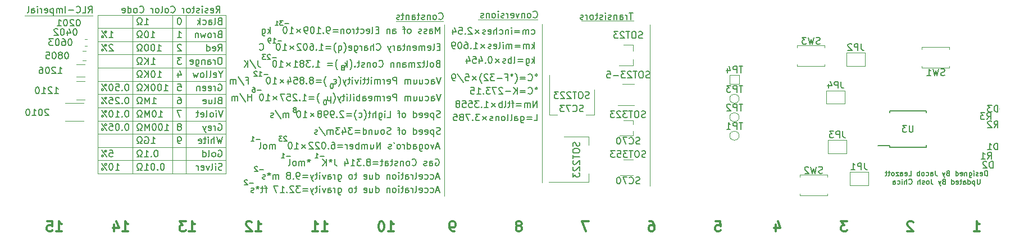
<source format=gbr>
G04 #@! TF.GenerationSoftware,KiCad,Pcbnew,(5.1.5)-3*
G04 #@! TF.CreationDate,2021-08-16T12:29:15-05:00*
G04 #@! TF.ProjectId,Valpo-PCB-Ruler,56616c70-6f2d-4504-9342-2d52756c6572,rev?*
G04 #@! TF.SameCoordinates,Original*
G04 #@! TF.FileFunction,Legend,Bot*
G04 #@! TF.FilePolarity,Positive*
%FSLAX46Y46*%
G04 Gerber Fmt 4.6, Leading zero omitted, Abs format (unit mm)*
G04 Created by KiCad (PCBNEW (5.1.5)-3) date 2021-08-16 12:29:15*
%MOMM*%
%LPD*%
G04 APERTURE LIST*
%ADD10C,0.150000*%
%ADD11C,0.120000*%
%ADD12C,0.127000*%
%ADD13C,0.300000*%
%ADD14C,0.100000*%
G04 APERTURE END LIST*
D10*
X85986857Y-90985571D02*
X85415428Y-90985571D01*
X85094000Y-90592714D02*
X85058285Y-90557000D01*
X84986857Y-90521285D01*
X84808285Y-90521285D01*
X84736857Y-90557000D01*
X84701142Y-90592714D01*
X84665428Y-90664142D01*
X84665428Y-90735571D01*
X84701142Y-90842714D01*
X85129714Y-91271285D01*
X84665428Y-91271285D01*
X87510857Y-88953571D02*
X86939428Y-88953571D01*
X86618000Y-88560714D02*
X86582285Y-88525000D01*
X86510857Y-88489285D01*
X86332285Y-88489285D01*
X86260857Y-88525000D01*
X86225142Y-88560714D01*
X86189428Y-88632142D01*
X86189428Y-88703571D01*
X86225142Y-88810714D01*
X86653714Y-89239285D01*
X86189428Y-89239285D01*
X114012023Y-92114666D02*
X113535833Y-92114666D01*
X114107261Y-92400380D02*
X113773928Y-91400380D01*
X113440595Y-92400380D01*
X112678690Y-92352761D02*
X112773928Y-92400380D01*
X112964404Y-92400380D01*
X113059642Y-92352761D01*
X113107261Y-92305142D01*
X113154880Y-92209904D01*
X113154880Y-91924190D01*
X113107261Y-91828952D01*
X113059642Y-91781333D01*
X112964404Y-91733714D01*
X112773928Y-91733714D01*
X112678690Y-91781333D01*
X111821547Y-92352761D02*
X111916785Y-92400380D01*
X112107261Y-92400380D01*
X112202499Y-92352761D01*
X112250119Y-92305142D01*
X112297738Y-92209904D01*
X112297738Y-91924190D01*
X112250119Y-91828952D01*
X112202499Y-91781333D01*
X112107261Y-91733714D01*
X111916785Y-91733714D01*
X111821547Y-91781333D01*
X111012023Y-92352761D02*
X111107261Y-92400380D01*
X111297738Y-92400380D01*
X111392976Y-92352761D01*
X111440595Y-92257523D01*
X111440595Y-91876571D01*
X111392976Y-91781333D01*
X111297738Y-91733714D01*
X111107261Y-91733714D01*
X111012023Y-91781333D01*
X110964404Y-91876571D01*
X110964404Y-91971809D01*
X111440595Y-92067047D01*
X110392976Y-92400380D02*
X110488214Y-92352761D01*
X110535833Y-92257523D01*
X110535833Y-91400380D01*
X110012023Y-92400380D02*
X110012023Y-91733714D01*
X110012023Y-91924190D02*
X109964404Y-91828952D01*
X109916785Y-91781333D01*
X109821547Y-91733714D01*
X109726309Y-91733714D01*
X108964404Y-92400380D02*
X108964404Y-91876571D01*
X109012023Y-91781333D01*
X109107261Y-91733714D01*
X109297738Y-91733714D01*
X109392976Y-91781333D01*
X108964404Y-92352761D02*
X109059642Y-92400380D01*
X109297738Y-92400380D01*
X109392976Y-92352761D01*
X109440595Y-92257523D01*
X109440595Y-92162285D01*
X109392976Y-92067047D01*
X109297738Y-92019428D01*
X109059642Y-92019428D01*
X108964404Y-91971809D01*
X108631071Y-91733714D02*
X108250119Y-91733714D01*
X108488214Y-91400380D02*
X108488214Y-92257523D01*
X108440595Y-92352761D01*
X108345357Y-92400380D01*
X108250119Y-92400380D01*
X107916785Y-92400380D02*
X107916785Y-91733714D01*
X107916785Y-91400380D02*
X107964404Y-91448000D01*
X107916785Y-91495619D01*
X107869166Y-91448000D01*
X107916785Y-91400380D01*
X107916785Y-91495619D01*
X107297738Y-92400380D02*
X107392976Y-92352761D01*
X107440595Y-92305142D01*
X107488214Y-92209904D01*
X107488214Y-91924190D01*
X107440595Y-91828952D01*
X107392976Y-91781333D01*
X107297738Y-91733714D01*
X107154880Y-91733714D01*
X107059642Y-91781333D01*
X107012023Y-91828952D01*
X106964404Y-91924190D01*
X106964404Y-92209904D01*
X107012023Y-92305142D01*
X107059642Y-92352761D01*
X107154880Y-92400380D01*
X107297738Y-92400380D01*
X106535833Y-91733714D02*
X106535833Y-92400380D01*
X106535833Y-91828952D02*
X106488214Y-91781333D01*
X106392976Y-91733714D01*
X106250119Y-91733714D01*
X106154880Y-91781333D01*
X106107261Y-91876571D01*
X106107261Y-92400380D01*
X104440595Y-92400380D02*
X104440595Y-91400380D01*
X104440595Y-92352761D02*
X104535833Y-92400380D01*
X104726309Y-92400380D01*
X104821547Y-92352761D01*
X104869166Y-92305142D01*
X104916785Y-92209904D01*
X104916785Y-91924190D01*
X104869166Y-91828952D01*
X104821547Y-91781333D01*
X104726309Y-91733714D01*
X104535833Y-91733714D01*
X104440595Y-91781333D01*
X103535833Y-91733714D02*
X103535833Y-92400380D01*
X103964404Y-91733714D02*
X103964404Y-92257523D01*
X103916785Y-92352761D01*
X103821547Y-92400380D01*
X103678690Y-92400380D01*
X103583452Y-92352761D01*
X103535833Y-92305142D01*
X102678690Y-92352761D02*
X102773928Y-92400380D01*
X102964404Y-92400380D01*
X103059642Y-92352761D01*
X103107261Y-92257523D01*
X103107261Y-91876571D01*
X103059642Y-91781333D01*
X102964404Y-91733714D01*
X102773928Y-91733714D01*
X102678690Y-91781333D01*
X102631071Y-91876571D01*
X102631071Y-91971809D01*
X103107261Y-92067047D01*
X101583452Y-91733714D02*
X101202500Y-91733714D01*
X101440595Y-91400380D02*
X101440595Y-92257523D01*
X101392976Y-92352761D01*
X101297738Y-92400380D01*
X101202500Y-92400380D01*
X100726309Y-92400380D02*
X100821547Y-92352761D01*
X100869166Y-92305142D01*
X100916785Y-92209904D01*
X100916785Y-91924190D01*
X100869166Y-91828952D01*
X100821547Y-91781333D01*
X100726309Y-91733714D01*
X100583452Y-91733714D01*
X100488214Y-91781333D01*
X100440595Y-91828952D01*
X100392976Y-91924190D01*
X100392976Y-92209904D01*
X100440595Y-92305142D01*
X100488214Y-92352761D01*
X100583452Y-92400380D01*
X100726309Y-92400380D01*
X98773928Y-91733714D02*
X98773928Y-92543238D01*
X98821547Y-92638476D01*
X98869166Y-92686095D01*
X98964404Y-92733714D01*
X99107261Y-92733714D01*
X99202500Y-92686095D01*
X98773928Y-92352761D02*
X98869166Y-92400380D01*
X99059642Y-92400380D01*
X99154880Y-92352761D01*
X99202500Y-92305142D01*
X99250119Y-92209904D01*
X99250119Y-91924190D01*
X99202500Y-91828952D01*
X99154880Y-91781333D01*
X99059642Y-91733714D01*
X98869166Y-91733714D01*
X98773928Y-91781333D01*
X98297738Y-92400380D02*
X98297738Y-91733714D01*
X98297738Y-91924190D02*
X98250119Y-91828952D01*
X98202500Y-91781333D01*
X98107261Y-91733714D01*
X98012023Y-91733714D01*
X97250119Y-92400380D02*
X97250119Y-91876571D01*
X97297738Y-91781333D01*
X97392976Y-91733714D01*
X97583452Y-91733714D01*
X97678690Y-91781333D01*
X97250119Y-92352761D02*
X97345357Y-92400380D01*
X97583452Y-92400380D01*
X97678690Y-92352761D01*
X97726309Y-92257523D01*
X97726309Y-92162285D01*
X97678690Y-92067047D01*
X97583452Y-92019428D01*
X97345357Y-92019428D01*
X97250119Y-91971809D01*
X96869166Y-91733714D02*
X96631071Y-92400380D01*
X96392976Y-91733714D01*
X96012023Y-92400380D02*
X96012023Y-91733714D01*
X96012023Y-91400380D02*
X96059642Y-91448000D01*
X96012023Y-91495619D01*
X95964404Y-91448000D01*
X96012023Y-91400380D01*
X96012023Y-91495619D01*
X95678690Y-91733714D02*
X95297738Y-91733714D01*
X95535833Y-91400380D02*
X95535833Y-92257523D01*
X95488214Y-92352761D01*
X95392976Y-92400380D01*
X95297738Y-92400380D01*
X95059642Y-91733714D02*
X94821547Y-92400380D01*
X94583452Y-91733714D02*
X94821547Y-92400380D01*
X94916785Y-92638476D01*
X94964404Y-92686095D01*
X95059642Y-92733714D01*
X94202500Y-91876571D02*
X93440595Y-91876571D01*
X93440595Y-92162285D02*
X94202500Y-92162285D01*
X93059642Y-91400380D02*
X92440595Y-91400380D01*
X92773928Y-91781333D01*
X92631071Y-91781333D01*
X92535833Y-91828952D01*
X92488214Y-91876571D01*
X92440595Y-91971809D01*
X92440595Y-92209904D01*
X92488214Y-92305142D01*
X92535833Y-92352761D01*
X92631071Y-92400380D01*
X92916785Y-92400380D01*
X93012023Y-92352761D01*
X93059642Y-92305142D01*
X92059642Y-91495619D02*
X92012023Y-91448000D01*
X91916785Y-91400380D01*
X91678690Y-91400380D01*
X91583452Y-91448000D01*
X91535833Y-91495619D01*
X91488214Y-91590857D01*
X91488214Y-91686095D01*
X91535833Y-91828952D01*
X92107261Y-92400380D01*
X91488214Y-92400380D01*
X91059642Y-92305142D02*
X91012023Y-92352761D01*
X91059642Y-92400380D01*
X91107261Y-92352761D01*
X91059642Y-92305142D01*
X91059642Y-92400380D01*
X90059642Y-92400380D02*
X90631071Y-92400380D01*
X90345357Y-92400380D02*
X90345357Y-91400380D01*
X90440595Y-91543238D01*
X90535833Y-91638476D01*
X90631071Y-91686095D01*
X89726309Y-91400380D02*
X89059642Y-91400380D01*
X89488214Y-92400380D01*
X88059642Y-91733714D02*
X87678690Y-91733714D01*
X87916785Y-92400380D02*
X87916785Y-91543238D01*
X87869166Y-91448000D01*
X87773928Y-91400380D01*
X87678690Y-91400380D01*
X87488214Y-91733714D02*
X87107261Y-91733714D01*
X87345357Y-91400380D02*
X87345357Y-92257523D01*
X87297738Y-92352761D01*
X87202500Y-92400380D01*
X87107261Y-92400380D01*
X86631071Y-91400380D02*
X86631071Y-91638476D01*
X86869166Y-91543238D02*
X86631071Y-91638476D01*
X86392976Y-91543238D01*
X86773928Y-91828952D02*
X86631071Y-91638476D01*
X86488214Y-91828952D01*
X86059642Y-92352761D02*
X85964404Y-92400380D01*
X85773928Y-92400380D01*
X85678690Y-92352761D01*
X85631071Y-92257523D01*
X85631071Y-92209904D01*
X85678690Y-92114666D01*
X85773928Y-92067047D01*
X85916785Y-92067047D01*
X86012023Y-92019428D01*
X86059642Y-91924190D01*
X86059642Y-91876571D01*
X86012023Y-91781333D01*
X85916785Y-91733714D01*
X85773928Y-91733714D01*
X85678690Y-91781333D01*
X114012023Y-90082666D02*
X113535833Y-90082666D01*
X114107261Y-90368380D02*
X113773928Y-89368380D01*
X113440595Y-90368380D01*
X112678690Y-90320761D02*
X112773928Y-90368380D01*
X112964404Y-90368380D01*
X113059642Y-90320761D01*
X113107261Y-90273142D01*
X113154880Y-90177904D01*
X113154880Y-89892190D01*
X113107261Y-89796952D01*
X113059642Y-89749333D01*
X112964404Y-89701714D01*
X112773928Y-89701714D01*
X112678690Y-89749333D01*
X111821547Y-90320761D02*
X111916785Y-90368380D01*
X112107261Y-90368380D01*
X112202500Y-90320761D01*
X112250119Y-90273142D01*
X112297738Y-90177904D01*
X112297738Y-89892190D01*
X112250119Y-89796952D01*
X112202500Y-89749333D01*
X112107261Y-89701714D01*
X111916785Y-89701714D01*
X111821547Y-89749333D01*
X111012023Y-90320761D02*
X111107261Y-90368380D01*
X111297738Y-90368380D01*
X111392976Y-90320761D01*
X111440595Y-90225523D01*
X111440595Y-89844571D01*
X111392976Y-89749333D01*
X111297738Y-89701714D01*
X111107261Y-89701714D01*
X111012023Y-89749333D01*
X110964404Y-89844571D01*
X110964404Y-89939809D01*
X111440595Y-90035047D01*
X110392976Y-90368380D02*
X110488214Y-90320761D01*
X110535833Y-90225523D01*
X110535833Y-89368380D01*
X110012023Y-90368380D02*
X110012023Y-89701714D01*
X110012023Y-89892190D02*
X109964404Y-89796952D01*
X109916785Y-89749333D01*
X109821547Y-89701714D01*
X109726309Y-89701714D01*
X108964404Y-90368380D02*
X108964404Y-89844571D01*
X109012023Y-89749333D01*
X109107261Y-89701714D01*
X109297738Y-89701714D01*
X109392976Y-89749333D01*
X108964404Y-90320761D02*
X109059642Y-90368380D01*
X109297738Y-90368380D01*
X109392976Y-90320761D01*
X109440595Y-90225523D01*
X109440595Y-90130285D01*
X109392976Y-90035047D01*
X109297738Y-89987428D01*
X109059642Y-89987428D01*
X108964404Y-89939809D01*
X108631071Y-89701714D02*
X108250119Y-89701714D01*
X108488214Y-89368380D02*
X108488214Y-90225523D01*
X108440595Y-90320761D01*
X108345357Y-90368380D01*
X108250119Y-90368380D01*
X107916785Y-90368380D02*
X107916785Y-89701714D01*
X107916785Y-89368380D02*
X107964404Y-89416000D01*
X107916785Y-89463619D01*
X107869166Y-89416000D01*
X107916785Y-89368380D01*
X107916785Y-89463619D01*
X107297738Y-90368380D02*
X107392976Y-90320761D01*
X107440595Y-90273142D01*
X107488214Y-90177904D01*
X107488214Y-89892190D01*
X107440595Y-89796952D01*
X107392976Y-89749333D01*
X107297738Y-89701714D01*
X107154880Y-89701714D01*
X107059642Y-89749333D01*
X107012023Y-89796952D01*
X106964404Y-89892190D01*
X106964404Y-90177904D01*
X107012023Y-90273142D01*
X107059642Y-90320761D01*
X107154880Y-90368380D01*
X107297738Y-90368380D01*
X106535833Y-89701714D02*
X106535833Y-90368380D01*
X106535833Y-89796952D02*
X106488214Y-89749333D01*
X106392976Y-89701714D01*
X106250119Y-89701714D01*
X106154880Y-89749333D01*
X106107261Y-89844571D01*
X106107261Y-90368380D01*
X104440595Y-90368380D02*
X104440595Y-89368380D01*
X104440595Y-90320761D02*
X104535833Y-90368380D01*
X104726309Y-90368380D01*
X104821547Y-90320761D01*
X104869166Y-90273142D01*
X104916785Y-90177904D01*
X104916785Y-89892190D01*
X104869166Y-89796952D01*
X104821547Y-89749333D01*
X104726309Y-89701714D01*
X104535833Y-89701714D01*
X104440595Y-89749333D01*
X103535833Y-89701714D02*
X103535833Y-90368380D01*
X103964404Y-89701714D02*
X103964404Y-90225523D01*
X103916785Y-90320761D01*
X103821547Y-90368380D01*
X103678690Y-90368380D01*
X103583452Y-90320761D01*
X103535833Y-90273142D01*
X102678690Y-90320761D02*
X102773928Y-90368380D01*
X102964404Y-90368380D01*
X103059642Y-90320761D01*
X103107261Y-90225523D01*
X103107261Y-89844571D01*
X103059642Y-89749333D01*
X102964404Y-89701714D01*
X102773928Y-89701714D01*
X102678690Y-89749333D01*
X102631071Y-89844571D01*
X102631071Y-89939809D01*
X103107261Y-90035047D01*
X101583452Y-89701714D02*
X101202500Y-89701714D01*
X101440595Y-89368380D02*
X101440595Y-90225523D01*
X101392976Y-90320761D01*
X101297738Y-90368380D01*
X101202500Y-90368380D01*
X100726309Y-90368380D02*
X100821547Y-90320761D01*
X100869166Y-90273142D01*
X100916785Y-90177904D01*
X100916785Y-89892190D01*
X100869166Y-89796952D01*
X100821547Y-89749333D01*
X100726309Y-89701714D01*
X100583452Y-89701714D01*
X100488214Y-89749333D01*
X100440595Y-89796952D01*
X100392976Y-89892190D01*
X100392976Y-90177904D01*
X100440595Y-90273142D01*
X100488214Y-90320761D01*
X100583452Y-90368380D01*
X100726309Y-90368380D01*
X98773928Y-89701714D02*
X98773928Y-90511238D01*
X98821547Y-90606476D01*
X98869166Y-90654095D01*
X98964404Y-90701714D01*
X99107261Y-90701714D01*
X99202500Y-90654095D01*
X98773928Y-90320761D02*
X98869166Y-90368380D01*
X99059642Y-90368380D01*
X99154880Y-90320761D01*
X99202500Y-90273142D01*
X99250119Y-90177904D01*
X99250119Y-89892190D01*
X99202500Y-89796952D01*
X99154880Y-89749333D01*
X99059642Y-89701714D01*
X98869166Y-89701714D01*
X98773928Y-89749333D01*
X98297738Y-90368380D02*
X98297738Y-89701714D01*
X98297738Y-89892190D02*
X98250119Y-89796952D01*
X98202500Y-89749333D01*
X98107261Y-89701714D01*
X98012023Y-89701714D01*
X97250119Y-90368380D02*
X97250119Y-89844571D01*
X97297738Y-89749333D01*
X97392976Y-89701714D01*
X97583452Y-89701714D01*
X97678690Y-89749333D01*
X97250119Y-90320761D02*
X97345357Y-90368380D01*
X97583452Y-90368380D01*
X97678690Y-90320761D01*
X97726309Y-90225523D01*
X97726309Y-90130285D01*
X97678690Y-90035047D01*
X97583452Y-89987428D01*
X97345357Y-89987428D01*
X97250119Y-89939809D01*
X96869166Y-89701714D02*
X96631071Y-90368380D01*
X96392976Y-89701714D01*
X96012023Y-90368380D02*
X96012023Y-89701714D01*
X96012023Y-89368380D02*
X96059642Y-89416000D01*
X96012023Y-89463619D01*
X95964404Y-89416000D01*
X96012023Y-89368380D01*
X96012023Y-89463619D01*
X95678690Y-89701714D02*
X95297738Y-89701714D01*
X95535833Y-89368380D02*
X95535833Y-90225523D01*
X95488214Y-90320761D01*
X95392976Y-90368380D01*
X95297738Y-90368380D01*
X95059642Y-89701714D02*
X94821547Y-90368380D01*
X94583452Y-89701714D02*
X94821547Y-90368380D01*
X94916785Y-90606476D01*
X94964404Y-90654095D01*
X95059642Y-90701714D01*
X94202500Y-89844571D02*
X93440595Y-89844571D01*
X93440595Y-90130285D02*
X94202500Y-90130285D01*
X92916785Y-90368380D02*
X92726309Y-90368380D01*
X92631071Y-90320761D01*
X92583452Y-90273142D01*
X92488214Y-90130285D01*
X92440595Y-89939809D01*
X92440595Y-89558857D01*
X92488214Y-89463619D01*
X92535833Y-89416000D01*
X92631071Y-89368380D01*
X92821547Y-89368380D01*
X92916785Y-89416000D01*
X92964404Y-89463619D01*
X93012023Y-89558857D01*
X93012023Y-89796952D01*
X92964404Y-89892190D01*
X92916785Y-89939809D01*
X92821547Y-89987428D01*
X92631071Y-89987428D01*
X92535833Y-89939809D01*
X92488214Y-89892190D01*
X92440595Y-89796952D01*
X92012023Y-90273142D02*
X91964404Y-90320761D01*
X92012023Y-90368380D01*
X92059642Y-90320761D01*
X92012023Y-90273142D01*
X92012023Y-90368380D01*
X91392976Y-89796952D02*
X91488214Y-89749333D01*
X91535833Y-89701714D01*
X91583452Y-89606476D01*
X91583452Y-89558857D01*
X91535833Y-89463619D01*
X91488214Y-89416000D01*
X91392976Y-89368380D01*
X91202500Y-89368380D01*
X91107261Y-89416000D01*
X91059642Y-89463619D01*
X91012023Y-89558857D01*
X91012023Y-89606476D01*
X91059642Y-89701714D01*
X91107261Y-89749333D01*
X91202500Y-89796952D01*
X91392976Y-89796952D01*
X91488214Y-89844571D01*
X91535833Y-89892190D01*
X91583452Y-89987428D01*
X91583452Y-90177904D01*
X91535833Y-90273142D01*
X91488214Y-90320761D01*
X91392976Y-90368380D01*
X91202500Y-90368380D01*
X91107261Y-90320761D01*
X91059642Y-90273142D01*
X91012023Y-90177904D01*
X91012023Y-89987428D01*
X91059642Y-89892190D01*
X91107261Y-89844571D01*
X91202500Y-89796952D01*
X89821547Y-90368380D02*
X89821547Y-89701714D01*
X89821547Y-89796952D02*
X89773928Y-89749333D01*
X89678690Y-89701714D01*
X89535833Y-89701714D01*
X89440595Y-89749333D01*
X89392976Y-89844571D01*
X89392976Y-90368380D01*
X89392976Y-89844571D02*
X89345357Y-89749333D01*
X89250119Y-89701714D01*
X89107261Y-89701714D01*
X89012023Y-89749333D01*
X88964404Y-89844571D01*
X88964404Y-90368380D01*
X88345357Y-89368380D02*
X88345357Y-89606476D01*
X88583452Y-89511238D02*
X88345357Y-89606476D01*
X88107261Y-89511238D01*
X88488214Y-89796952D02*
X88345357Y-89606476D01*
X88202500Y-89796952D01*
X87773928Y-90320761D02*
X87678690Y-90368380D01*
X87488214Y-90368380D01*
X87392976Y-90320761D01*
X87345357Y-90225523D01*
X87345357Y-90177904D01*
X87392976Y-90082666D01*
X87488214Y-90035047D01*
X87631071Y-90035047D01*
X87726309Y-89987428D01*
X87773928Y-89892190D01*
X87773928Y-89844571D01*
X87726309Y-89749333D01*
X87631071Y-89701714D01*
X87488214Y-89701714D01*
X87392976Y-89749333D01*
D11*
X129540000Y-66932000D02*
X129540000Y-90932000D01*
X143310500Y-66406000D02*
X135436500Y-66406000D01*
D10*
X135718095Y-80132761D02*
X135575238Y-80180380D01*
X135337142Y-80180380D01*
X135241904Y-80132761D01*
X135194285Y-80085142D01*
X135146666Y-79989904D01*
X135146666Y-79894666D01*
X135194285Y-79799428D01*
X135241904Y-79751809D01*
X135337142Y-79704190D01*
X135527619Y-79656571D01*
X135622857Y-79608952D01*
X135670476Y-79561333D01*
X135718095Y-79466095D01*
X135718095Y-79370857D01*
X135670476Y-79275619D01*
X135622857Y-79228000D01*
X135527619Y-79180380D01*
X135289523Y-79180380D01*
X135146666Y-79228000D01*
X134146666Y-80085142D02*
X134194285Y-80132761D01*
X134337142Y-80180380D01*
X134432380Y-80180380D01*
X134575238Y-80132761D01*
X134670476Y-80037523D01*
X134718095Y-79942285D01*
X134765714Y-79751809D01*
X134765714Y-79608952D01*
X134718095Y-79418476D01*
X134670476Y-79323238D01*
X134575238Y-79228000D01*
X134432380Y-79180380D01*
X134337142Y-79180380D01*
X134194285Y-79228000D01*
X134146666Y-79275619D01*
X133813333Y-79180380D02*
X133146666Y-79180380D01*
X133575238Y-80180380D01*
X132860952Y-79180380D02*
X132241904Y-79180380D01*
X132575238Y-79561333D01*
X132432380Y-79561333D01*
X132337142Y-79608952D01*
X132289523Y-79656571D01*
X132241904Y-79751809D01*
X132241904Y-79989904D01*
X132289523Y-80085142D01*
X132337142Y-80132761D01*
X132432380Y-80180380D01*
X132718095Y-80180380D01*
X132813333Y-80132761D01*
X132860952Y-80085142D01*
X144226095Y-91036761D02*
X144083238Y-91084380D01*
X143845142Y-91084380D01*
X143749904Y-91036761D01*
X143702285Y-90989142D01*
X143654666Y-90893904D01*
X143654666Y-90798666D01*
X143702285Y-90703428D01*
X143749904Y-90655809D01*
X143845142Y-90608190D01*
X144035619Y-90560571D01*
X144130857Y-90512952D01*
X144178476Y-90465333D01*
X144226095Y-90370095D01*
X144226095Y-90274857D01*
X144178476Y-90179619D01*
X144130857Y-90132000D01*
X144035619Y-90084380D01*
X143797523Y-90084380D01*
X143654666Y-90132000D01*
X142654666Y-90989142D02*
X142702285Y-91036761D01*
X142845142Y-91084380D01*
X142940380Y-91084380D01*
X143083238Y-91036761D01*
X143178476Y-90941523D01*
X143226095Y-90846285D01*
X143273714Y-90655809D01*
X143273714Y-90512952D01*
X143226095Y-90322476D01*
X143178476Y-90227238D01*
X143083238Y-90132000D01*
X142940380Y-90084380D01*
X142845142Y-90084380D01*
X142702285Y-90132000D01*
X142654666Y-90179619D01*
X142321333Y-90084380D02*
X141654666Y-90084380D01*
X142083238Y-91084380D01*
X141083238Y-90084380D02*
X140988000Y-90084380D01*
X140892761Y-90132000D01*
X140845142Y-90179619D01*
X140797523Y-90274857D01*
X140749904Y-90465333D01*
X140749904Y-90703428D01*
X140797523Y-90893904D01*
X140845142Y-90989142D01*
X140892761Y-91036761D01*
X140988000Y-91084380D01*
X141083238Y-91084380D01*
X141178476Y-91036761D01*
X141226095Y-90989142D01*
X141273714Y-90893904D01*
X141321333Y-90703428D01*
X141321333Y-90465333D01*
X141273714Y-90274857D01*
X141226095Y-90179619D01*
X141178476Y-90132000D01*
X141083238Y-90084380D01*
X143192000Y-65238380D02*
X142620571Y-65238380D01*
X142906285Y-66238380D02*
X142906285Y-65238380D01*
X142287238Y-66238380D02*
X142287238Y-65571714D01*
X142287238Y-65762190D02*
X142239619Y-65666952D01*
X142192000Y-65619333D01*
X142096761Y-65571714D01*
X142001523Y-65571714D01*
X141239619Y-66238380D02*
X141239619Y-65714571D01*
X141287238Y-65619333D01*
X141382476Y-65571714D01*
X141572952Y-65571714D01*
X141668190Y-65619333D01*
X141239619Y-66190761D02*
X141334857Y-66238380D01*
X141572952Y-66238380D01*
X141668190Y-66190761D01*
X141715809Y-66095523D01*
X141715809Y-66000285D01*
X141668190Y-65905047D01*
X141572952Y-65857428D01*
X141334857Y-65857428D01*
X141239619Y-65809809D01*
X140763428Y-65571714D02*
X140763428Y-66238380D01*
X140763428Y-65666952D02*
X140715809Y-65619333D01*
X140620571Y-65571714D01*
X140477714Y-65571714D01*
X140382476Y-65619333D01*
X140334857Y-65714571D01*
X140334857Y-66238380D01*
X139906285Y-66190761D02*
X139811047Y-66238380D01*
X139620571Y-66238380D01*
X139525333Y-66190761D01*
X139477714Y-66095523D01*
X139477714Y-66047904D01*
X139525333Y-65952666D01*
X139620571Y-65905047D01*
X139763428Y-65905047D01*
X139858666Y-65857428D01*
X139906285Y-65762190D01*
X139906285Y-65714571D01*
X139858666Y-65619333D01*
X139763428Y-65571714D01*
X139620571Y-65571714D01*
X139525333Y-65619333D01*
X139049142Y-66238380D02*
X139049142Y-65571714D01*
X139049142Y-65238380D02*
X139096761Y-65286000D01*
X139049142Y-65333619D01*
X139001523Y-65286000D01*
X139049142Y-65238380D01*
X139049142Y-65333619D01*
X138620571Y-66190761D02*
X138525333Y-66238380D01*
X138334857Y-66238380D01*
X138239619Y-66190761D01*
X138192000Y-66095523D01*
X138192000Y-66047904D01*
X138239619Y-65952666D01*
X138334857Y-65905047D01*
X138477714Y-65905047D01*
X138572952Y-65857428D01*
X138620571Y-65762190D01*
X138620571Y-65714571D01*
X138572952Y-65619333D01*
X138477714Y-65571714D01*
X138334857Y-65571714D01*
X138239619Y-65619333D01*
X137906285Y-65571714D02*
X137525333Y-65571714D01*
X137763428Y-65238380D02*
X137763428Y-66095523D01*
X137715809Y-66190761D01*
X137620571Y-66238380D01*
X137525333Y-66238380D01*
X137049142Y-66238380D02*
X137144380Y-66190761D01*
X137192000Y-66143142D01*
X137239619Y-66047904D01*
X137239619Y-65762190D01*
X137192000Y-65666952D01*
X137144380Y-65619333D01*
X137049142Y-65571714D01*
X136906285Y-65571714D01*
X136811047Y-65619333D01*
X136763428Y-65666952D01*
X136715809Y-65762190D01*
X136715809Y-66047904D01*
X136763428Y-66143142D01*
X136811047Y-66190761D01*
X136906285Y-66238380D01*
X137049142Y-66238380D01*
X136287238Y-66238380D02*
X136287238Y-65571714D01*
X136287238Y-65762190D02*
X136239619Y-65666952D01*
X136192000Y-65619333D01*
X136096761Y-65571714D01*
X136001523Y-65571714D01*
X135715809Y-66190761D02*
X135620571Y-66238380D01*
X135430095Y-66238380D01*
X135334857Y-66190761D01*
X135287238Y-66095523D01*
X135287238Y-66047904D01*
X135334857Y-65952666D01*
X135430095Y-65905047D01*
X135572952Y-65905047D01*
X135668190Y-65857428D01*
X135715809Y-65762190D01*
X135715809Y-65714571D01*
X135668190Y-65619333D01*
X135572952Y-65571714D01*
X135430095Y-65571714D01*
X135334857Y-65619333D01*
X144226095Y-85036761D02*
X144083238Y-85084380D01*
X143845142Y-85084380D01*
X143749904Y-85036761D01*
X143702285Y-84989142D01*
X143654666Y-84893904D01*
X143654666Y-84798666D01*
X143702285Y-84703428D01*
X143749904Y-84655809D01*
X143845142Y-84608190D01*
X144035619Y-84560571D01*
X144130857Y-84512952D01*
X144178476Y-84465333D01*
X144226095Y-84370095D01*
X144226095Y-84274857D01*
X144178476Y-84179619D01*
X144130857Y-84132000D01*
X144035619Y-84084380D01*
X143797523Y-84084380D01*
X143654666Y-84132000D01*
X142654666Y-84989142D02*
X142702285Y-85036761D01*
X142845142Y-85084380D01*
X142940380Y-85084380D01*
X143083238Y-85036761D01*
X143178476Y-84941523D01*
X143226095Y-84846285D01*
X143273714Y-84655809D01*
X143273714Y-84512952D01*
X143226095Y-84322476D01*
X143178476Y-84227238D01*
X143083238Y-84132000D01*
X142940380Y-84084380D01*
X142845142Y-84084380D01*
X142702285Y-84132000D01*
X142654666Y-84179619D01*
X142321333Y-84084380D02*
X141654666Y-84084380D01*
X142083238Y-85084380D01*
X141083238Y-84084380D02*
X140988000Y-84084380D01*
X140892761Y-84132000D01*
X140845142Y-84179619D01*
X140797523Y-84274857D01*
X140749904Y-84465333D01*
X140749904Y-84703428D01*
X140797523Y-84893904D01*
X140845142Y-84989142D01*
X140892761Y-85036761D01*
X140988000Y-85084380D01*
X141083238Y-85084380D01*
X141178476Y-85036761D01*
X141226095Y-84989142D01*
X141273714Y-84893904D01*
X141321333Y-84703428D01*
X141321333Y-84465333D01*
X141273714Y-84274857D01*
X141226095Y-84179619D01*
X141178476Y-84132000D01*
X141083238Y-84084380D01*
D11*
X145796000Y-91440000D02*
X145796000Y-67056000D01*
D10*
X96654857Y-86921571D02*
X96083428Y-86921571D01*
X95333428Y-87207285D02*
X95762000Y-87207285D01*
X95547714Y-87207285D02*
X95547714Y-86457285D01*
X95619142Y-86564428D01*
X95690571Y-86635857D01*
X95762000Y-86671571D01*
X91574857Y-86921571D02*
X91003428Y-86921571D01*
X90253428Y-87207285D02*
X90682000Y-87207285D01*
X90467714Y-87207285D02*
X90467714Y-86457285D01*
X90539142Y-86564428D01*
X90610571Y-86635857D01*
X90682000Y-86671571D01*
X113440595Y-87384000D02*
X113535833Y-87336380D01*
X113678690Y-87336380D01*
X113821547Y-87384000D01*
X113916785Y-87479238D01*
X113964404Y-87574476D01*
X114012023Y-87764952D01*
X114012023Y-87907809D01*
X113964404Y-88098285D01*
X113916785Y-88193523D01*
X113821547Y-88288761D01*
X113678690Y-88336380D01*
X113583452Y-88336380D01*
X113440595Y-88288761D01*
X113392976Y-88241142D01*
X113392976Y-87907809D01*
X113583452Y-87907809D01*
X112535833Y-88336380D02*
X112535833Y-87812571D01*
X112583452Y-87717333D01*
X112678690Y-87669714D01*
X112869166Y-87669714D01*
X112964404Y-87717333D01*
X112535833Y-88288761D02*
X112631071Y-88336380D01*
X112869166Y-88336380D01*
X112964404Y-88288761D01*
X113012023Y-88193523D01*
X113012023Y-88098285D01*
X112964404Y-88003047D01*
X112869166Y-87955428D01*
X112631071Y-87955428D01*
X112535833Y-87907809D01*
X112107261Y-88288761D02*
X112012023Y-88336380D01*
X111821547Y-88336380D01*
X111726309Y-88288761D01*
X111678690Y-88193523D01*
X111678690Y-88145904D01*
X111726309Y-88050666D01*
X111821547Y-88003047D01*
X111964404Y-88003047D01*
X112059642Y-87955428D01*
X112107261Y-87860190D01*
X112107261Y-87812571D01*
X112059642Y-87717333D01*
X111964404Y-87669714D01*
X111821547Y-87669714D01*
X111726309Y-87717333D01*
X109916785Y-88241142D02*
X109964404Y-88288761D01*
X110107261Y-88336380D01*
X110202500Y-88336380D01*
X110345357Y-88288761D01*
X110440595Y-88193523D01*
X110488214Y-88098285D01*
X110535833Y-87907809D01*
X110535833Y-87764952D01*
X110488214Y-87574476D01*
X110440595Y-87479238D01*
X110345357Y-87384000D01*
X110202500Y-87336380D01*
X110107261Y-87336380D01*
X109964404Y-87384000D01*
X109916785Y-87431619D01*
X109345357Y-88336380D02*
X109440595Y-88288761D01*
X109488214Y-88241142D01*
X109535833Y-88145904D01*
X109535833Y-87860190D01*
X109488214Y-87764952D01*
X109440595Y-87717333D01*
X109345357Y-87669714D01*
X109202500Y-87669714D01*
X109107261Y-87717333D01*
X109059642Y-87764952D01*
X109012023Y-87860190D01*
X109012023Y-88145904D01*
X109059642Y-88241142D01*
X109107261Y-88288761D01*
X109202500Y-88336380D01*
X109345357Y-88336380D01*
X108583452Y-87669714D02*
X108583452Y-88336380D01*
X108583452Y-87764952D02*
X108535833Y-87717333D01*
X108440595Y-87669714D01*
X108297738Y-87669714D01*
X108202500Y-87717333D01*
X108154880Y-87812571D01*
X108154880Y-88336380D01*
X107726309Y-88288761D02*
X107631071Y-88336380D01*
X107440595Y-88336380D01*
X107345357Y-88288761D01*
X107297738Y-88193523D01*
X107297738Y-88145904D01*
X107345357Y-88050666D01*
X107440595Y-88003047D01*
X107583452Y-88003047D01*
X107678690Y-87955428D01*
X107726309Y-87860190D01*
X107726309Y-87812571D01*
X107678690Y-87717333D01*
X107583452Y-87669714D01*
X107440595Y-87669714D01*
X107345357Y-87717333D01*
X107012023Y-87669714D02*
X106631071Y-87669714D01*
X106869166Y-87336380D02*
X106869166Y-88193523D01*
X106821547Y-88288761D01*
X106726309Y-88336380D01*
X106631071Y-88336380D01*
X105869166Y-88336380D02*
X105869166Y-87812571D01*
X105916785Y-87717333D01*
X106012023Y-87669714D01*
X106202500Y-87669714D01*
X106297738Y-87717333D01*
X105869166Y-88288761D02*
X105964404Y-88336380D01*
X106202500Y-88336380D01*
X106297738Y-88288761D01*
X106345357Y-88193523D01*
X106345357Y-88098285D01*
X106297738Y-88003047D01*
X106202500Y-87955428D01*
X105964404Y-87955428D01*
X105869166Y-87907809D01*
X105535833Y-87669714D02*
X105154880Y-87669714D01*
X105392976Y-87336380D02*
X105392976Y-88193523D01*
X105345357Y-88288761D01*
X105250119Y-88336380D01*
X105154880Y-88336380D01*
X104821547Y-87812571D02*
X104059642Y-87812571D01*
X104059642Y-88098285D02*
X104821547Y-88098285D01*
X103440595Y-87764952D02*
X103535833Y-87717333D01*
X103583452Y-87669714D01*
X103631071Y-87574476D01*
X103631071Y-87526857D01*
X103583452Y-87431619D01*
X103535833Y-87384000D01*
X103440595Y-87336380D01*
X103250119Y-87336380D01*
X103154880Y-87384000D01*
X103107261Y-87431619D01*
X103059642Y-87526857D01*
X103059642Y-87574476D01*
X103107261Y-87669714D01*
X103154880Y-87717333D01*
X103250119Y-87764952D01*
X103440595Y-87764952D01*
X103535833Y-87812571D01*
X103583452Y-87860190D01*
X103631071Y-87955428D01*
X103631071Y-88145904D01*
X103583452Y-88241142D01*
X103535833Y-88288761D01*
X103440595Y-88336380D01*
X103250119Y-88336380D01*
X103154880Y-88288761D01*
X103107261Y-88241142D01*
X103059642Y-88145904D01*
X103059642Y-87955428D01*
X103107261Y-87860190D01*
X103154880Y-87812571D01*
X103250119Y-87764952D01*
X102631071Y-88241142D02*
X102583452Y-88288761D01*
X102631071Y-88336380D01*
X102678690Y-88288761D01*
X102631071Y-88241142D01*
X102631071Y-88336380D01*
X102250119Y-87336380D02*
X101631071Y-87336380D01*
X101964404Y-87717333D01*
X101821547Y-87717333D01*
X101726309Y-87764952D01*
X101678690Y-87812571D01*
X101631071Y-87907809D01*
X101631071Y-88145904D01*
X101678690Y-88241142D01*
X101726309Y-88288761D01*
X101821547Y-88336380D01*
X102107261Y-88336380D01*
X102202500Y-88288761D01*
X102250119Y-88241142D01*
X100678690Y-88336380D02*
X101250119Y-88336380D01*
X100964404Y-88336380D02*
X100964404Y-87336380D01*
X101059642Y-87479238D01*
X101154880Y-87574476D01*
X101250119Y-87622095D01*
X99821547Y-87669714D02*
X99821547Y-88336380D01*
X100059642Y-87288761D02*
X100297738Y-88003047D01*
X99678690Y-88003047D01*
X98250119Y-87336380D02*
X98250119Y-88050666D01*
X98297738Y-88193523D01*
X98392976Y-88288761D01*
X98535833Y-88336380D01*
X98631071Y-88336380D01*
X97631071Y-87336380D02*
X97631071Y-87574476D01*
X97869166Y-87479238D02*
X97631071Y-87574476D01*
X97392976Y-87479238D01*
X97773928Y-87764952D02*
X97631071Y-87574476D01*
X97488214Y-87764952D01*
X97012023Y-88336380D02*
X97012023Y-87336380D01*
X96440595Y-88336380D02*
X96869166Y-87764952D01*
X96440595Y-87336380D02*
X97012023Y-87907809D01*
X94345357Y-87336380D02*
X94345357Y-87574476D01*
X94583452Y-87479238D02*
X94345357Y-87574476D01*
X94107261Y-87479238D01*
X94488214Y-87764952D02*
X94345357Y-87574476D01*
X94202500Y-87764952D01*
X93726309Y-88336380D02*
X93726309Y-87669714D01*
X93726309Y-87764952D02*
X93678690Y-87717333D01*
X93583452Y-87669714D01*
X93440595Y-87669714D01*
X93345357Y-87717333D01*
X93297738Y-87812571D01*
X93297738Y-88336380D01*
X93297738Y-87812571D02*
X93250119Y-87717333D01*
X93154880Y-87669714D01*
X93012023Y-87669714D01*
X92916785Y-87717333D01*
X92869166Y-87812571D01*
X92869166Y-88336380D01*
X92250119Y-88336380D02*
X92345357Y-88288761D01*
X92392976Y-88241142D01*
X92440595Y-88145904D01*
X92440595Y-87860190D01*
X92392976Y-87764952D01*
X92345357Y-87717333D01*
X92250119Y-87669714D01*
X92107261Y-87669714D01*
X92012023Y-87717333D01*
X91964404Y-87764952D01*
X91916785Y-87860190D01*
X91916785Y-88145904D01*
X91964404Y-88241142D01*
X92012023Y-88288761D01*
X92107261Y-88336380D01*
X92250119Y-88336380D01*
X91345357Y-88336380D02*
X91440595Y-88288761D01*
X91488214Y-88193523D01*
X91488214Y-87336380D01*
X87002857Y-84381571D02*
X86431428Y-84381571D01*
X85681428Y-84667285D02*
X86110000Y-84667285D01*
X85895714Y-84667285D02*
X85895714Y-83917285D01*
X85967142Y-84024428D01*
X86038571Y-84095857D01*
X86110000Y-84131571D01*
X90995428Y-83988714D02*
X90959714Y-83953000D01*
X90888285Y-83917285D01*
X90709714Y-83917285D01*
X90638285Y-83953000D01*
X90602571Y-83988714D01*
X90566857Y-84060142D01*
X90566857Y-84131571D01*
X90602571Y-84238714D01*
X91031142Y-84667285D01*
X90566857Y-84667285D01*
X90316857Y-83917285D02*
X89852571Y-83917285D01*
X90102571Y-84203000D01*
X89995428Y-84203000D01*
X89924000Y-84238714D01*
X89888285Y-84274428D01*
X89852571Y-84345857D01*
X89852571Y-84524428D01*
X89888285Y-84595857D01*
X89924000Y-84631571D01*
X89995428Y-84667285D01*
X90209714Y-84667285D01*
X90281142Y-84631571D01*
X90316857Y-84595857D01*
X114012023Y-85510666D02*
X113535833Y-85510666D01*
X114107261Y-85796380D02*
X113773928Y-84796380D01*
X113440595Y-85796380D01*
X113202500Y-85129714D02*
X112964404Y-85796380D01*
X112726309Y-85129714D01*
X112202500Y-85796380D02*
X112297738Y-85748761D01*
X112345357Y-85701142D01*
X112392976Y-85605904D01*
X112392976Y-85320190D01*
X112345357Y-85224952D01*
X112297738Y-85177333D01*
X112202500Y-85129714D01*
X112059642Y-85129714D01*
X111964404Y-85177333D01*
X111916785Y-85224952D01*
X111869166Y-85320190D01*
X111869166Y-85605904D01*
X111916785Y-85701142D01*
X111964404Y-85748761D01*
X112059642Y-85796380D01*
X112202500Y-85796380D01*
X111012023Y-85129714D02*
X111012023Y-85939238D01*
X111059642Y-86034476D01*
X111107261Y-86082095D01*
X111202500Y-86129714D01*
X111345357Y-86129714D01*
X111440595Y-86082095D01*
X111012023Y-85748761D02*
X111107261Y-85796380D01*
X111297738Y-85796380D01*
X111392976Y-85748761D01*
X111440595Y-85701142D01*
X111488214Y-85605904D01*
X111488214Y-85320190D01*
X111440595Y-85224952D01*
X111392976Y-85177333D01*
X111297738Y-85129714D01*
X111107261Y-85129714D01*
X111012023Y-85177333D01*
X110107261Y-85796380D02*
X110107261Y-85272571D01*
X110154880Y-85177333D01*
X110250119Y-85129714D01*
X110440595Y-85129714D01*
X110535833Y-85177333D01*
X110107261Y-85748761D02*
X110202500Y-85796380D01*
X110440595Y-85796380D01*
X110535833Y-85748761D01*
X110583452Y-85653523D01*
X110583452Y-85558285D01*
X110535833Y-85463047D01*
X110440595Y-85415428D01*
X110202500Y-85415428D01*
X110107261Y-85367809D01*
X109202500Y-85796380D02*
X109202500Y-84796380D01*
X109202500Y-85748761D02*
X109297738Y-85796380D01*
X109488214Y-85796380D01*
X109583452Y-85748761D01*
X109631071Y-85701142D01*
X109678690Y-85605904D01*
X109678690Y-85320190D01*
X109631071Y-85224952D01*
X109583452Y-85177333D01*
X109488214Y-85129714D01*
X109297738Y-85129714D01*
X109202500Y-85177333D01*
X108726309Y-85796380D02*
X108726309Y-85129714D01*
X108726309Y-85320190D02*
X108678690Y-85224952D01*
X108631071Y-85177333D01*
X108535833Y-85129714D01*
X108440595Y-85129714D01*
X107964404Y-85796380D02*
X108059642Y-85748761D01*
X108107261Y-85701142D01*
X108154880Y-85605904D01*
X108154880Y-85320190D01*
X108107261Y-85224952D01*
X108059642Y-85177333D01*
X107964404Y-85129714D01*
X107821547Y-85129714D01*
X107726309Y-85177333D01*
X107678690Y-85224952D01*
X107631071Y-85320190D01*
X107631071Y-85605904D01*
X107678690Y-85701142D01*
X107726309Y-85748761D01*
X107821547Y-85796380D01*
X107964404Y-85796380D01*
X107154880Y-84796380D02*
X107250119Y-84986857D01*
X106773928Y-85748761D02*
X106678690Y-85796380D01*
X106488214Y-85796380D01*
X106392976Y-85748761D01*
X106345357Y-85653523D01*
X106345357Y-85605904D01*
X106392976Y-85510666D01*
X106488214Y-85463047D01*
X106631071Y-85463047D01*
X106726309Y-85415428D01*
X106773928Y-85320190D01*
X106773928Y-85272571D01*
X106726309Y-85177333D01*
X106631071Y-85129714D01*
X106488214Y-85129714D01*
X106392976Y-85177333D01*
X105154880Y-85796380D02*
X105154880Y-84796380D01*
X104583452Y-85796380D01*
X104583452Y-84796380D01*
X103678690Y-85129714D02*
X103678690Y-85796380D01*
X104107261Y-85129714D02*
X104107261Y-85653523D01*
X104059642Y-85748761D01*
X103964404Y-85796380D01*
X103821547Y-85796380D01*
X103726309Y-85748761D01*
X103678690Y-85701142D01*
X103202500Y-85796380D02*
X103202500Y-85129714D01*
X103202500Y-85224952D02*
X103154880Y-85177333D01*
X103059642Y-85129714D01*
X102916785Y-85129714D01*
X102821547Y-85177333D01*
X102773928Y-85272571D01*
X102773928Y-85796380D01*
X102773928Y-85272571D02*
X102726309Y-85177333D01*
X102631071Y-85129714D01*
X102488214Y-85129714D01*
X102392976Y-85177333D01*
X102345357Y-85272571D01*
X102345357Y-85796380D01*
X101869166Y-85796380D02*
X101869166Y-84796380D01*
X101869166Y-85177333D02*
X101773928Y-85129714D01*
X101583452Y-85129714D01*
X101488214Y-85177333D01*
X101440595Y-85224952D01*
X101392976Y-85320190D01*
X101392976Y-85605904D01*
X101440595Y-85701142D01*
X101488214Y-85748761D01*
X101583452Y-85796380D01*
X101773928Y-85796380D01*
X101869166Y-85748761D01*
X100583452Y-85748761D02*
X100678690Y-85796380D01*
X100869166Y-85796380D01*
X100964404Y-85748761D01*
X101012023Y-85653523D01*
X101012023Y-85272571D01*
X100964404Y-85177333D01*
X100869166Y-85129714D01*
X100678690Y-85129714D01*
X100583452Y-85177333D01*
X100535833Y-85272571D01*
X100535833Y-85367809D01*
X101012023Y-85463047D01*
X100107261Y-85796380D02*
X100107261Y-85129714D01*
X100107261Y-85320190D02*
X100059642Y-85224952D01*
X100012023Y-85177333D01*
X99916785Y-85129714D01*
X99821547Y-85129714D01*
X99488214Y-85272571D02*
X98726309Y-85272571D01*
X98726309Y-85558285D02*
X99488214Y-85558285D01*
X97821547Y-84796380D02*
X98012023Y-84796380D01*
X98107261Y-84844000D01*
X98154880Y-84891619D01*
X98250119Y-85034476D01*
X98297738Y-85224952D01*
X98297738Y-85605904D01*
X98250119Y-85701142D01*
X98202500Y-85748761D01*
X98107261Y-85796380D01*
X97916785Y-85796380D01*
X97821547Y-85748761D01*
X97773928Y-85701142D01*
X97726309Y-85605904D01*
X97726309Y-85367809D01*
X97773928Y-85272571D01*
X97821547Y-85224952D01*
X97916785Y-85177333D01*
X98107261Y-85177333D01*
X98202500Y-85224952D01*
X98250119Y-85272571D01*
X98297738Y-85367809D01*
X97297738Y-85701142D02*
X97250119Y-85748761D01*
X97297738Y-85796380D01*
X97345357Y-85748761D01*
X97297738Y-85701142D01*
X97297738Y-85796380D01*
X96631071Y-84796380D02*
X96535833Y-84796380D01*
X96440595Y-84844000D01*
X96392976Y-84891619D01*
X96345357Y-84986857D01*
X96297738Y-85177333D01*
X96297738Y-85415428D01*
X96345357Y-85605904D01*
X96392976Y-85701142D01*
X96440595Y-85748761D01*
X96535833Y-85796380D01*
X96631071Y-85796380D01*
X96726309Y-85748761D01*
X96773928Y-85701142D01*
X96821547Y-85605904D01*
X96869166Y-85415428D01*
X96869166Y-85177333D01*
X96821547Y-84986857D01*
X96773928Y-84891619D01*
X96726309Y-84844000D01*
X96631071Y-84796380D01*
X95916785Y-84891619D02*
X95869166Y-84844000D01*
X95773928Y-84796380D01*
X95535833Y-84796380D01*
X95440595Y-84844000D01*
X95392976Y-84891619D01*
X95345357Y-84986857D01*
X95345357Y-85082095D01*
X95392976Y-85224952D01*
X95964404Y-85796380D01*
X95345357Y-85796380D01*
X94964404Y-84891619D02*
X94916785Y-84844000D01*
X94821547Y-84796380D01*
X94583452Y-84796380D01*
X94488214Y-84844000D01*
X94440595Y-84891619D01*
X94392976Y-84986857D01*
X94392976Y-85082095D01*
X94440595Y-85224952D01*
X95012023Y-85796380D01*
X94392976Y-85796380D01*
X93869166Y-85129714D02*
X93297738Y-85701142D01*
X93297738Y-85129714D02*
X93869166Y-85701142D01*
X92202500Y-85796380D02*
X92773928Y-85796380D01*
X92488214Y-85796380D02*
X92488214Y-84796380D01*
X92583452Y-84939238D01*
X92678690Y-85034476D01*
X92773928Y-85082095D01*
X91583452Y-84796380D02*
X91488214Y-84796380D01*
X91392976Y-84844000D01*
X91345357Y-84891619D01*
X91297738Y-84986857D01*
X91250119Y-85177333D01*
X91250119Y-85415428D01*
X91297738Y-85605904D01*
X91345357Y-85701142D01*
X91392976Y-85748761D01*
X91488214Y-85796380D01*
X91583452Y-85796380D01*
X91678690Y-85748761D01*
X91726309Y-85701142D01*
X91773928Y-85605904D01*
X91821547Y-85415428D01*
X91821547Y-85177333D01*
X91773928Y-84986857D01*
X91726309Y-84891619D01*
X91678690Y-84844000D01*
X91583452Y-84796380D01*
X89297738Y-85796380D02*
X89297738Y-85129714D01*
X89297738Y-85224952D02*
X89250119Y-85177333D01*
X89154880Y-85129714D01*
X89012023Y-85129714D01*
X88916785Y-85177333D01*
X88869166Y-85272571D01*
X88869166Y-85796380D01*
X88869166Y-85272571D02*
X88821547Y-85177333D01*
X88726309Y-85129714D01*
X88583452Y-85129714D01*
X88488214Y-85177333D01*
X88440595Y-85272571D01*
X88440595Y-85796380D01*
X87821547Y-85796380D02*
X87916785Y-85748761D01*
X87964404Y-85701142D01*
X88012023Y-85605904D01*
X88012023Y-85320190D01*
X87964404Y-85224952D01*
X87916785Y-85177333D01*
X87821547Y-85129714D01*
X87678690Y-85129714D01*
X87583452Y-85177333D01*
X87535833Y-85224952D01*
X87488214Y-85320190D01*
X87488214Y-85605904D01*
X87535833Y-85701142D01*
X87583452Y-85748761D01*
X87678690Y-85796380D01*
X87821547Y-85796380D01*
X86916785Y-85796380D02*
X87012023Y-85748761D01*
X87059642Y-85653523D01*
X87059642Y-84796380D01*
X91322400Y-66868271D02*
X90750971Y-66868271D01*
X90465257Y-66403985D02*
X90000971Y-66403985D01*
X90250971Y-66689700D01*
X90143828Y-66689700D01*
X90072400Y-66725414D01*
X90036685Y-66761128D01*
X90000971Y-66832557D01*
X90000971Y-67011128D01*
X90036685Y-67082557D01*
X90072400Y-67118271D01*
X90143828Y-67153985D01*
X90358114Y-67153985D01*
X90429542Y-67118271D01*
X90465257Y-67082557D01*
X89286685Y-67153985D02*
X89715257Y-67153985D01*
X89500971Y-67153985D02*
X89500971Y-66403985D01*
X89572400Y-66511128D01*
X89643828Y-66582557D01*
X89715257Y-66618271D01*
X114116804Y-68346580D02*
X114116804Y-67346580D01*
X113783471Y-68060866D01*
X113450138Y-67346580D01*
X113450138Y-68346580D01*
X112545376Y-68346580D02*
X112545376Y-67822771D01*
X112592995Y-67727533D01*
X112688233Y-67679914D01*
X112878709Y-67679914D01*
X112973947Y-67727533D01*
X112545376Y-68298961D02*
X112640614Y-68346580D01*
X112878709Y-68346580D01*
X112973947Y-68298961D01*
X113021566Y-68203723D01*
X113021566Y-68108485D01*
X112973947Y-68013247D01*
X112878709Y-67965628D01*
X112640614Y-67965628D01*
X112545376Y-67918009D01*
X112116804Y-68298961D02*
X112021566Y-68346580D01*
X111831090Y-68346580D01*
X111735852Y-68298961D01*
X111688233Y-68203723D01*
X111688233Y-68156104D01*
X111735852Y-68060866D01*
X111831090Y-68013247D01*
X111973947Y-68013247D01*
X112069185Y-67965628D01*
X112116804Y-67870390D01*
X112116804Y-67822771D01*
X112069185Y-67727533D01*
X111973947Y-67679914D01*
X111831090Y-67679914D01*
X111735852Y-67727533D01*
X111307280Y-68298961D02*
X111212042Y-68346580D01*
X111021566Y-68346580D01*
X110926328Y-68298961D01*
X110878709Y-68203723D01*
X110878709Y-68156104D01*
X110926328Y-68060866D01*
X111021566Y-68013247D01*
X111164423Y-68013247D01*
X111259661Y-67965628D01*
X111307280Y-67870390D01*
X111307280Y-67822771D01*
X111259661Y-67727533D01*
X111164423Y-67679914D01*
X111021566Y-67679914D01*
X110926328Y-67727533D01*
X109545376Y-68346580D02*
X109640614Y-68298961D01*
X109688233Y-68251342D01*
X109735852Y-68156104D01*
X109735852Y-67870390D01*
X109688233Y-67775152D01*
X109640614Y-67727533D01*
X109545376Y-67679914D01*
X109402519Y-67679914D01*
X109307280Y-67727533D01*
X109259661Y-67775152D01*
X109212042Y-67870390D01*
X109212042Y-68156104D01*
X109259661Y-68251342D01*
X109307280Y-68298961D01*
X109402519Y-68346580D01*
X109545376Y-68346580D01*
X108926328Y-67679914D02*
X108545376Y-67679914D01*
X108783471Y-68346580D02*
X108783471Y-67489438D01*
X108735852Y-67394200D01*
X108640614Y-67346580D01*
X108545376Y-67346580D01*
X107021566Y-68346580D02*
X107021566Y-67822771D01*
X107069185Y-67727533D01*
X107164423Y-67679914D01*
X107354900Y-67679914D01*
X107450138Y-67727533D01*
X107021566Y-68298961D02*
X107116804Y-68346580D01*
X107354900Y-68346580D01*
X107450138Y-68298961D01*
X107497757Y-68203723D01*
X107497757Y-68108485D01*
X107450138Y-68013247D01*
X107354900Y-67965628D01*
X107116804Y-67965628D01*
X107021566Y-67918009D01*
X106545376Y-67679914D02*
X106545376Y-68346580D01*
X106545376Y-67775152D02*
X106497757Y-67727533D01*
X106402519Y-67679914D01*
X106259661Y-67679914D01*
X106164423Y-67727533D01*
X106116804Y-67822771D01*
X106116804Y-68346580D01*
X104878709Y-67822771D02*
X104545376Y-67822771D01*
X104402519Y-68346580D02*
X104878709Y-68346580D01*
X104878709Y-67346580D01*
X104402519Y-67346580D01*
X103831090Y-68346580D02*
X103926328Y-68298961D01*
X103973947Y-68203723D01*
X103973947Y-67346580D01*
X103069185Y-68298961D02*
X103164423Y-68346580D01*
X103354900Y-68346580D01*
X103450138Y-68298961D01*
X103497757Y-68203723D01*
X103497757Y-67822771D01*
X103450138Y-67727533D01*
X103354900Y-67679914D01*
X103164423Y-67679914D01*
X103069185Y-67727533D01*
X103021566Y-67822771D01*
X103021566Y-67918009D01*
X103497757Y-68013247D01*
X102164423Y-68298961D02*
X102259661Y-68346580D01*
X102450138Y-68346580D01*
X102545376Y-68298961D01*
X102592995Y-68251342D01*
X102640614Y-68156104D01*
X102640614Y-67870390D01*
X102592995Y-67775152D01*
X102545376Y-67727533D01*
X102450138Y-67679914D01*
X102259661Y-67679914D01*
X102164423Y-67727533D01*
X101878709Y-67679914D02*
X101497757Y-67679914D01*
X101735852Y-67346580D02*
X101735852Y-68203723D01*
X101688233Y-68298961D01*
X101592995Y-68346580D01*
X101497757Y-68346580D01*
X101164423Y-68346580D02*
X101164423Y-67679914D01*
X101164423Y-67870390D02*
X101116804Y-67775152D01*
X101069185Y-67727533D01*
X100973947Y-67679914D01*
X100878709Y-67679914D01*
X100402519Y-68346580D02*
X100497757Y-68298961D01*
X100545376Y-68251342D01*
X100592995Y-68156104D01*
X100592995Y-67870390D01*
X100545376Y-67775152D01*
X100497757Y-67727533D01*
X100402519Y-67679914D01*
X100259661Y-67679914D01*
X100164423Y-67727533D01*
X100116804Y-67775152D01*
X100069185Y-67870390D01*
X100069185Y-68156104D01*
X100116804Y-68251342D01*
X100164423Y-68298961D01*
X100259661Y-68346580D01*
X100402519Y-68346580D01*
X99640614Y-67679914D02*
X99640614Y-68346580D01*
X99640614Y-67775152D02*
X99592995Y-67727533D01*
X99497757Y-67679914D01*
X99354900Y-67679914D01*
X99259661Y-67727533D01*
X99212042Y-67822771D01*
X99212042Y-68346580D01*
X98735852Y-67822771D02*
X97973947Y-67822771D01*
X97973947Y-68108485D02*
X98735852Y-68108485D01*
X97450138Y-68346580D02*
X97259661Y-68346580D01*
X97164423Y-68298961D01*
X97116804Y-68251342D01*
X97021566Y-68108485D01*
X96973947Y-67918009D01*
X96973947Y-67537057D01*
X97021566Y-67441819D01*
X97069185Y-67394200D01*
X97164423Y-67346580D01*
X97354900Y-67346580D01*
X97450138Y-67394200D01*
X97497757Y-67441819D01*
X97545376Y-67537057D01*
X97545376Y-67775152D01*
X97497757Y-67870390D01*
X97450138Y-67918009D01*
X97354900Y-67965628D01*
X97164423Y-67965628D01*
X97069185Y-67918009D01*
X97021566Y-67870390D01*
X96973947Y-67775152D01*
X96545376Y-68251342D02*
X96497757Y-68298961D01*
X96545376Y-68346580D01*
X96592995Y-68298961D01*
X96545376Y-68251342D01*
X96545376Y-68346580D01*
X95545376Y-68346580D02*
X96116804Y-68346580D01*
X95831090Y-68346580D02*
X95831090Y-67346580D01*
X95926328Y-67489438D01*
X96021566Y-67584676D01*
X96116804Y-67632295D01*
X94926328Y-67346580D02*
X94831090Y-67346580D01*
X94735852Y-67394200D01*
X94688233Y-67441819D01*
X94640614Y-67537057D01*
X94592995Y-67727533D01*
X94592995Y-67965628D01*
X94640614Y-68156104D01*
X94688233Y-68251342D01*
X94735852Y-68298961D01*
X94831090Y-68346580D01*
X94926328Y-68346580D01*
X95021566Y-68298961D01*
X95069185Y-68251342D01*
X95116804Y-68156104D01*
X95164423Y-67965628D01*
X95164423Y-67727533D01*
X95116804Y-67537057D01*
X95069185Y-67441819D01*
X95021566Y-67394200D01*
X94926328Y-67346580D01*
X94116804Y-68346580D02*
X93926328Y-68346580D01*
X93831090Y-68298961D01*
X93783471Y-68251342D01*
X93688233Y-68108485D01*
X93640614Y-67918009D01*
X93640614Y-67537057D01*
X93688233Y-67441819D01*
X93735852Y-67394200D01*
X93831090Y-67346580D01*
X94021566Y-67346580D01*
X94116804Y-67394200D01*
X94164423Y-67441819D01*
X94212042Y-67537057D01*
X94212042Y-67775152D01*
X94164423Y-67870390D01*
X94116804Y-67918009D01*
X94021566Y-67965628D01*
X93831090Y-67965628D01*
X93735852Y-67918009D01*
X93688233Y-67870390D01*
X93640614Y-67775152D01*
X93116804Y-67679914D02*
X92545376Y-68251342D01*
X92545376Y-67679914D02*
X93116804Y-68251342D01*
X91450138Y-68346580D02*
X92021566Y-68346580D01*
X91735852Y-68346580D02*
X91735852Y-67346580D01*
X91831090Y-67489438D01*
X91926328Y-67584676D01*
X92021566Y-67632295D01*
X90831090Y-67346580D02*
X90735852Y-67346580D01*
X90640614Y-67394200D01*
X90592995Y-67441819D01*
X90545376Y-67537057D01*
X90497757Y-67727533D01*
X90497757Y-67965628D01*
X90545376Y-68156104D01*
X90592995Y-68251342D01*
X90640614Y-68298961D01*
X90735852Y-68346580D01*
X90831090Y-68346580D01*
X90926328Y-68298961D01*
X90973947Y-68251342D01*
X91021566Y-68156104D01*
X91069185Y-67965628D01*
X91069185Y-67727533D01*
X91021566Y-67537057D01*
X90973947Y-67441819D01*
X90926328Y-67394200D01*
X90831090Y-67346580D01*
X88545376Y-68346580D02*
X88545376Y-67346580D01*
X88450138Y-67965628D02*
X88164423Y-68346580D01*
X88164423Y-67679914D02*
X88545376Y-68060866D01*
X87307280Y-67679914D02*
X87307280Y-68489438D01*
X87354900Y-68584676D01*
X87402519Y-68632295D01*
X87497757Y-68679914D01*
X87640614Y-68679914D01*
X87735852Y-68632295D01*
X87307280Y-68298961D02*
X87402519Y-68346580D01*
X87592995Y-68346580D01*
X87688233Y-68298961D01*
X87735852Y-68251342D01*
X87783471Y-68156104D01*
X87783471Y-67870390D01*
X87735852Y-67775152D01*
X87688233Y-67727533D01*
X87592995Y-67679914D01*
X87402519Y-67679914D01*
X87307280Y-67727533D01*
X114164423Y-83538961D02*
X114021566Y-83586580D01*
X113783471Y-83586580D01*
X113688233Y-83538961D01*
X113640614Y-83491342D01*
X113592995Y-83396104D01*
X113592995Y-83300866D01*
X113640614Y-83205628D01*
X113688233Y-83158009D01*
X113783471Y-83110390D01*
X113973947Y-83062771D01*
X114069185Y-83015152D01*
X114116804Y-82967533D01*
X114164423Y-82872295D01*
X114164423Y-82777057D01*
X114116804Y-82681819D01*
X114069185Y-82634200D01*
X113973947Y-82586580D01*
X113735852Y-82586580D01*
X113592995Y-82634200D01*
X113164423Y-82919914D02*
X113164423Y-83919914D01*
X113164423Y-82967533D02*
X113069185Y-82919914D01*
X112878709Y-82919914D01*
X112783471Y-82967533D01*
X112735852Y-83015152D01*
X112688233Y-83110390D01*
X112688233Y-83396104D01*
X112735852Y-83491342D01*
X112783471Y-83538961D01*
X112878709Y-83586580D01*
X113069185Y-83586580D01*
X113164423Y-83538961D01*
X111878709Y-83538961D02*
X111973947Y-83586580D01*
X112164423Y-83586580D01*
X112259661Y-83538961D01*
X112307280Y-83443723D01*
X112307280Y-83062771D01*
X112259661Y-82967533D01*
X112164423Y-82919914D01*
X111973947Y-82919914D01*
X111878709Y-82967533D01*
X111831090Y-83062771D01*
X111831090Y-83158009D01*
X112307280Y-83253247D01*
X111021566Y-83538961D02*
X111116804Y-83586580D01*
X111307280Y-83586580D01*
X111402519Y-83538961D01*
X111450138Y-83443723D01*
X111450138Y-83062771D01*
X111402519Y-82967533D01*
X111307280Y-82919914D01*
X111116804Y-82919914D01*
X111021566Y-82967533D01*
X110973947Y-83062771D01*
X110973947Y-83158009D01*
X111450138Y-83253247D01*
X110116804Y-83586580D02*
X110116804Y-82586580D01*
X110116804Y-83538961D02*
X110212042Y-83586580D01*
X110402519Y-83586580D01*
X110497757Y-83538961D01*
X110545376Y-83491342D01*
X110592995Y-83396104D01*
X110592995Y-83110390D01*
X110545376Y-83015152D01*
X110497757Y-82967533D01*
X110402519Y-82919914D01*
X110212042Y-82919914D01*
X110116804Y-82967533D01*
X108735852Y-83586580D02*
X108831090Y-83538961D01*
X108878709Y-83491342D01*
X108926328Y-83396104D01*
X108926328Y-83110390D01*
X108878709Y-83015152D01*
X108831090Y-82967533D01*
X108735852Y-82919914D01*
X108592995Y-82919914D01*
X108497757Y-82967533D01*
X108450138Y-83015152D01*
X108402519Y-83110390D01*
X108402519Y-83396104D01*
X108450138Y-83491342D01*
X108497757Y-83538961D01*
X108592995Y-83586580D01*
X108735852Y-83586580D01*
X108116804Y-82919914D02*
X107735852Y-82919914D01*
X107973947Y-83586580D02*
X107973947Y-82729438D01*
X107926328Y-82634200D01*
X107831090Y-82586580D01*
X107735852Y-82586580D01*
X106688233Y-83538961D02*
X106545376Y-83586580D01*
X106307280Y-83586580D01*
X106212042Y-83538961D01*
X106164423Y-83491342D01*
X106116804Y-83396104D01*
X106116804Y-83300866D01*
X106164423Y-83205628D01*
X106212042Y-83158009D01*
X106307280Y-83110390D01*
X106497757Y-83062771D01*
X106592995Y-83015152D01*
X106640614Y-82967533D01*
X106688233Y-82872295D01*
X106688233Y-82777057D01*
X106640614Y-82681819D01*
X106592995Y-82634200D01*
X106497757Y-82586580D01*
X106259661Y-82586580D01*
X106116804Y-82634200D01*
X105545376Y-83586580D02*
X105640614Y-83538961D01*
X105688233Y-83491342D01*
X105735852Y-83396104D01*
X105735852Y-83110390D01*
X105688233Y-83015152D01*
X105640614Y-82967533D01*
X105545376Y-82919914D01*
X105402519Y-82919914D01*
X105307280Y-82967533D01*
X105259661Y-83015152D01*
X105212042Y-83110390D01*
X105212042Y-83396104D01*
X105259661Y-83491342D01*
X105307280Y-83538961D01*
X105402519Y-83586580D01*
X105545376Y-83586580D01*
X104354900Y-82919914D02*
X104354900Y-83586580D01*
X104783471Y-82919914D02*
X104783471Y-83443723D01*
X104735852Y-83538961D01*
X104640614Y-83586580D01*
X104497757Y-83586580D01*
X104402519Y-83538961D01*
X104354900Y-83491342D01*
X103878709Y-82919914D02*
X103878709Y-83586580D01*
X103878709Y-83015152D02*
X103831090Y-82967533D01*
X103735852Y-82919914D01*
X103592995Y-82919914D01*
X103497757Y-82967533D01*
X103450138Y-83062771D01*
X103450138Y-83586580D01*
X102545376Y-83586580D02*
X102545376Y-82586580D01*
X102545376Y-83538961D02*
X102640614Y-83586580D01*
X102831090Y-83586580D01*
X102926328Y-83538961D01*
X102973947Y-83491342D01*
X103021566Y-83396104D01*
X103021566Y-83110390D01*
X102973947Y-83015152D01*
X102926328Y-82967533D01*
X102831090Y-82919914D01*
X102640614Y-82919914D01*
X102545376Y-82967533D01*
X102069185Y-83062771D02*
X101307280Y-83062771D01*
X101307280Y-83348485D02*
X102069185Y-83348485D01*
X100926328Y-82586580D02*
X100307280Y-82586580D01*
X100640614Y-82967533D01*
X100497757Y-82967533D01*
X100402519Y-83015152D01*
X100354900Y-83062771D01*
X100307280Y-83158009D01*
X100307280Y-83396104D01*
X100354900Y-83491342D01*
X100402519Y-83538961D01*
X100497757Y-83586580D01*
X100783471Y-83586580D01*
X100878709Y-83538961D01*
X100926328Y-83491342D01*
X99450138Y-82919914D02*
X99450138Y-83586580D01*
X99688233Y-82538961D02*
X99926328Y-83253247D01*
X99307280Y-83253247D01*
X99021566Y-82586580D02*
X98402519Y-82586580D01*
X98735852Y-82967533D01*
X98592995Y-82967533D01*
X98497757Y-83015152D01*
X98450138Y-83062771D01*
X98402519Y-83158009D01*
X98402519Y-83396104D01*
X98450138Y-83491342D01*
X98497757Y-83538961D01*
X98592995Y-83586580D01*
X98878709Y-83586580D01*
X98973947Y-83538961D01*
X99021566Y-83491342D01*
X97973947Y-83586580D02*
X97973947Y-82919914D01*
X97973947Y-83015152D02*
X97926328Y-82967533D01*
X97831090Y-82919914D01*
X97688233Y-82919914D01*
X97592995Y-82967533D01*
X97545376Y-83062771D01*
X97545376Y-83586580D01*
X97545376Y-83062771D02*
X97497757Y-82967533D01*
X97402519Y-82919914D01*
X97259661Y-82919914D01*
X97164423Y-82967533D01*
X97116804Y-83062771D01*
X97116804Y-83586580D01*
X95926328Y-82538961D02*
X96783471Y-83824676D01*
X95640614Y-83538961D02*
X95545376Y-83586580D01*
X95354900Y-83586580D01*
X95259661Y-83538961D01*
X95212042Y-83443723D01*
X95212042Y-83396104D01*
X95259661Y-83300866D01*
X95354900Y-83253247D01*
X95497757Y-83253247D01*
X95592995Y-83205628D01*
X95640614Y-83110390D01*
X95640614Y-83062771D01*
X95592995Y-82967533D01*
X95497757Y-82919914D01*
X95354900Y-82919914D01*
X95259661Y-82967533D01*
D12*
X196614142Y-89879714D02*
X196614142Y-89117714D01*
X196432714Y-89117714D01*
X196323857Y-89154000D01*
X196251285Y-89226571D01*
X196215000Y-89299142D01*
X196178714Y-89444285D01*
X196178714Y-89553142D01*
X196215000Y-89698285D01*
X196251285Y-89770857D01*
X196323857Y-89843428D01*
X196432714Y-89879714D01*
X196614142Y-89879714D01*
X195561857Y-89843428D02*
X195634428Y-89879714D01*
X195779571Y-89879714D01*
X195852142Y-89843428D01*
X195888428Y-89770857D01*
X195888428Y-89480571D01*
X195852142Y-89408000D01*
X195779571Y-89371714D01*
X195634428Y-89371714D01*
X195561857Y-89408000D01*
X195525571Y-89480571D01*
X195525571Y-89553142D01*
X195888428Y-89625714D01*
X195235285Y-89843428D02*
X195162714Y-89879714D01*
X195017571Y-89879714D01*
X194945000Y-89843428D01*
X194908714Y-89770857D01*
X194908714Y-89734571D01*
X194945000Y-89662000D01*
X195017571Y-89625714D01*
X195126428Y-89625714D01*
X195199000Y-89589428D01*
X195235285Y-89516857D01*
X195235285Y-89480571D01*
X195199000Y-89408000D01*
X195126428Y-89371714D01*
X195017571Y-89371714D01*
X194945000Y-89408000D01*
X194582142Y-89879714D02*
X194582142Y-89371714D01*
X194582142Y-89117714D02*
X194618428Y-89154000D01*
X194582142Y-89190285D01*
X194545857Y-89154000D01*
X194582142Y-89117714D01*
X194582142Y-89190285D01*
X193892714Y-89371714D02*
X193892714Y-89988571D01*
X193929000Y-90061142D01*
X193965285Y-90097428D01*
X194037857Y-90133714D01*
X194146714Y-90133714D01*
X194219285Y-90097428D01*
X193892714Y-89843428D02*
X193965285Y-89879714D01*
X194110428Y-89879714D01*
X194183000Y-89843428D01*
X194219285Y-89807142D01*
X194255571Y-89734571D01*
X194255571Y-89516857D01*
X194219285Y-89444285D01*
X194183000Y-89408000D01*
X194110428Y-89371714D01*
X193965285Y-89371714D01*
X193892714Y-89408000D01*
X193529857Y-89371714D02*
X193529857Y-89879714D01*
X193529857Y-89444285D02*
X193493571Y-89408000D01*
X193421000Y-89371714D01*
X193312142Y-89371714D01*
X193239571Y-89408000D01*
X193203285Y-89480571D01*
X193203285Y-89879714D01*
X192550142Y-89843428D02*
X192622714Y-89879714D01*
X192767857Y-89879714D01*
X192840428Y-89843428D01*
X192876714Y-89770857D01*
X192876714Y-89480571D01*
X192840428Y-89408000D01*
X192767857Y-89371714D01*
X192622714Y-89371714D01*
X192550142Y-89408000D01*
X192513857Y-89480571D01*
X192513857Y-89553142D01*
X192876714Y-89625714D01*
X191860714Y-89879714D02*
X191860714Y-89117714D01*
X191860714Y-89843428D02*
X191933285Y-89879714D01*
X192078428Y-89879714D01*
X192151000Y-89843428D01*
X192187285Y-89807142D01*
X192223571Y-89734571D01*
X192223571Y-89516857D01*
X192187285Y-89444285D01*
X192151000Y-89408000D01*
X192078428Y-89371714D01*
X191933285Y-89371714D01*
X191860714Y-89408000D01*
X190663285Y-89480571D02*
X190554428Y-89516857D01*
X190518142Y-89553142D01*
X190481857Y-89625714D01*
X190481857Y-89734571D01*
X190518142Y-89807142D01*
X190554428Y-89843428D01*
X190627000Y-89879714D01*
X190917285Y-89879714D01*
X190917285Y-89117714D01*
X190663285Y-89117714D01*
X190590714Y-89154000D01*
X190554428Y-89190285D01*
X190518142Y-89262857D01*
X190518142Y-89335428D01*
X190554428Y-89408000D01*
X190590714Y-89444285D01*
X190663285Y-89480571D01*
X190917285Y-89480571D01*
X190227857Y-89371714D02*
X190046428Y-89879714D01*
X189865000Y-89371714D02*
X190046428Y-89879714D01*
X190119000Y-90061142D01*
X190155285Y-90097428D01*
X190227857Y-90133714D01*
X188776428Y-89117714D02*
X188776428Y-89662000D01*
X188812714Y-89770857D01*
X188885285Y-89843428D01*
X188994142Y-89879714D01*
X189066714Y-89879714D01*
X188087000Y-89879714D02*
X188087000Y-89480571D01*
X188123285Y-89408000D01*
X188195857Y-89371714D01*
X188341000Y-89371714D01*
X188413571Y-89408000D01*
X188087000Y-89843428D02*
X188159571Y-89879714D01*
X188341000Y-89879714D01*
X188413571Y-89843428D01*
X188449857Y-89770857D01*
X188449857Y-89698285D01*
X188413571Y-89625714D01*
X188341000Y-89589428D01*
X188159571Y-89589428D01*
X188087000Y-89553142D01*
X187397571Y-89843428D02*
X187470142Y-89879714D01*
X187615285Y-89879714D01*
X187687857Y-89843428D01*
X187724142Y-89807142D01*
X187760428Y-89734571D01*
X187760428Y-89516857D01*
X187724142Y-89444285D01*
X187687857Y-89408000D01*
X187615285Y-89371714D01*
X187470142Y-89371714D01*
X187397571Y-89408000D01*
X186962142Y-89879714D02*
X187034714Y-89843428D01*
X187071000Y-89807142D01*
X187107285Y-89734571D01*
X187107285Y-89516857D01*
X187071000Y-89444285D01*
X187034714Y-89408000D01*
X186962142Y-89371714D01*
X186853285Y-89371714D01*
X186780714Y-89408000D01*
X186744428Y-89444285D01*
X186708142Y-89516857D01*
X186708142Y-89734571D01*
X186744428Y-89807142D01*
X186780714Y-89843428D01*
X186853285Y-89879714D01*
X186962142Y-89879714D01*
X186381571Y-89879714D02*
X186381571Y-89117714D01*
X186381571Y-89408000D02*
X186309000Y-89371714D01*
X186163857Y-89371714D01*
X186091285Y-89408000D01*
X186055000Y-89444285D01*
X186018714Y-89516857D01*
X186018714Y-89734571D01*
X186055000Y-89807142D01*
X186091285Y-89843428D01*
X186163857Y-89879714D01*
X186309000Y-89879714D01*
X186381571Y-89843428D01*
X184748714Y-89879714D02*
X185111571Y-89879714D01*
X185111571Y-89117714D01*
X184204428Y-89843428D02*
X184277000Y-89879714D01*
X184422142Y-89879714D01*
X184494714Y-89843428D01*
X184531000Y-89770857D01*
X184531000Y-89480571D01*
X184494714Y-89408000D01*
X184422142Y-89371714D01*
X184277000Y-89371714D01*
X184204428Y-89408000D01*
X184168142Y-89480571D01*
X184168142Y-89553142D01*
X184531000Y-89625714D01*
X183515000Y-89879714D02*
X183515000Y-89480571D01*
X183551285Y-89408000D01*
X183623857Y-89371714D01*
X183769000Y-89371714D01*
X183841571Y-89408000D01*
X183515000Y-89843428D02*
X183587571Y-89879714D01*
X183769000Y-89879714D01*
X183841571Y-89843428D01*
X183877857Y-89770857D01*
X183877857Y-89698285D01*
X183841571Y-89625714D01*
X183769000Y-89589428D01*
X183587571Y-89589428D01*
X183515000Y-89553142D01*
X183224714Y-89371714D02*
X182825571Y-89371714D01*
X183224714Y-89879714D01*
X182825571Y-89879714D01*
X182426428Y-89879714D02*
X182499000Y-89843428D01*
X182535285Y-89807142D01*
X182571571Y-89734571D01*
X182571571Y-89516857D01*
X182535285Y-89444285D01*
X182499000Y-89408000D01*
X182426428Y-89371714D01*
X182317571Y-89371714D01*
X182245000Y-89408000D01*
X182208714Y-89444285D01*
X182172428Y-89516857D01*
X182172428Y-89734571D01*
X182208714Y-89807142D01*
X182245000Y-89843428D01*
X182317571Y-89879714D01*
X182426428Y-89879714D01*
X181954714Y-89371714D02*
X181664428Y-89371714D01*
X181845857Y-89117714D02*
X181845857Y-89770857D01*
X181809571Y-89843428D01*
X181737000Y-89879714D01*
X181664428Y-89879714D01*
X181519285Y-89371714D02*
X181229000Y-89371714D01*
X181410428Y-89117714D02*
X181410428Y-89770857D01*
X181374142Y-89843428D01*
X181301571Y-89879714D01*
X181229000Y-89879714D01*
X195525571Y-90387714D02*
X195525571Y-91004571D01*
X195489285Y-91077142D01*
X195453000Y-91113428D01*
X195380428Y-91149714D01*
X195235285Y-91149714D01*
X195162714Y-91113428D01*
X195126428Y-91077142D01*
X195090142Y-91004571D01*
X195090142Y-90387714D01*
X194727285Y-90641714D02*
X194727285Y-91403714D01*
X194727285Y-90678000D02*
X194654714Y-90641714D01*
X194509571Y-90641714D01*
X194437000Y-90678000D01*
X194400714Y-90714285D01*
X194364428Y-90786857D01*
X194364428Y-91004571D01*
X194400714Y-91077142D01*
X194437000Y-91113428D01*
X194509571Y-91149714D01*
X194654714Y-91149714D01*
X194727285Y-91113428D01*
X193711285Y-91149714D02*
X193711285Y-90387714D01*
X193711285Y-91113428D02*
X193783857Y-91149714D01*
X193929000Y-91149714D01*
X194001571Y-91113428D01*
X194037857Y-91077142D01*
X194074142Y-91004571D01*
X194074142Y-90786857D01*
X194037857Y-90714285D01*
X194001571Y-90678000D01*
X193929000Y-90641714D01*
X193783857Y-90641714D01*
X193711285Y-90678000D01*
X193021857Y-91149714D02*
X193021857Y-90750571D01*
X193058142Y-90678000D01*
X193130714Y-90641714D01*
X193275857Y-90641714D01*
X193348428Y-90678000D01*
X193021857Y-91113428D02*
X193094428Y-91149714D01*
X193275857Y-91149714D01*
X193348428Y-91113428D01*
X193384714Y-91040857D01*
X193384714Y-90968285D01*
X193348428Y-90895714D01*
X193275857Y-90859428D01*
X193094428Y-90859428D01*
X193021857Y-90823142D01*
X192767857Y-90641714D02*
X192477571Y-90641714D01*
X192659000Y-90387714D02*
X192659000Y-91040857D01*
X192622714Y-91113428D01*
X192550142Y-91149714D01*
X192477571Y-91149714D01*
X191933285Y-91113428D02*
X192005857Y-91149714D01*
X192151000Y-91149714D01*
X192223571Y-91113428D01*
X192259857Y-91040857D01*
X192259857Y-90750571D01*
X192223571Y-90678000D01*
X192151000Y-90641714D01*
X192005857Y-90641714D01*
X191933285Y-90678000D01*
X191897000Y-90750571D01*
X191897000Y-90823142D01*
X192259857Y-90895714D01*
X191243857Y-91149714D02*
X191243857Y-90387714D01*
X191243857Y-91113428D02*
X191316428Y-91149714D01*
X191461571Y-91149714D01*
X191534142Y-91113428D01*
X191570428Y-91077142D01*
X191606714Y-91004571D01*
X191606714Y-90786857D01*
X191570428Y-90714285D01*
X191534142Y-90678000D01*
X191461571Y-90641714D01*
X191316428Y-90641714D01*
X191243857Y-90678000D01*
X190046428Y-90750571D02*
X189937571Y-90786857D01*
X189901285Y-90823142D01*
X189865000Y-90895714D01*
X189865000Y-91004571D01*
X189901285Y-91077142D01*
X189937571Y-91113428D01*
X190010142Y-91149714D01*
X190300428Y-91149714D01*
X190300428Y-90387714D01*
X190046428Y-90387714D01*
X189973857Y-90424000D01*
X189937571Y-90460285D01*
X189901285Y-90532857D01*
X189901285Y-90605428D01*
X189937571Y-90678000D01*
X189973857Y-90714285D01*
X190046428Y-90750571D01*
X190300428Y-90750571D01*
X189611000Y-90641714D02*
X189429571Y-91149714D01*
X189248142Y-90641714D02*
X189429571Y-91149714D01*
X189502142Y-91331142D01*
X189538428Y-91367428D01*
X189611000Y-91403714D01*
X188159571Y-90387714D02*
X188159571Y-90932000D01*
X188195857Y-91040857D01*
X188268428Y-91113428D01*
X188377285Y-91149714D01*
X188449857Y-91149714D01*
X187687857Y-91149714D02*
X187760428Y-91113428D01*
X187796714Y-91077142D01*
X187833000Y-91004571D01*
X187833000Y-90786857D01*
X187796714Y-90714285D01*
X187760428Y-90678000D01*
X187687857Y-90641714D01*
X187579000Y-90641714D01*
X187506428Y-90678000D01*
X187470142Y-90714285D01*
X187433857Y-90786857D01*
X187433857Y-91004571D01*
X187470142Y-91077142D01*
X187506428Y-91113428D01*
X187579000Y-91149714D01*
X187687857Y-91149714D01*
X187143571Y-91113428D02*
X187071000Y-91149714D01*
X186925857Y-91149714D01*
X186853285Y-91113428D01*
X186817000Y-91040857D01*
X186817000Y-91004571D01*
X186853285Y-90932000D01*
X186925857Y-90895714D01*
X187034714Y-90895714D01*
X187107285Y-90859428D01*
X187143571Y-90786857D01*
X187143571Y-90750571D01*
X187107285Y-90678000D01*
X187034714Y-90641714D01*
X186925857Y-90641714D01*
X186853285Y-90678000D01*
X186490428Y-91149714D02*
X186490428Y-90387714D01*
X186163857Y-91149714D02*
X186163857Y-90750571D01*
X186200142Y-90678000D01*
X186272714Y-90641714D01*
X186381571Y-90641714D01*
X186454142Y-90678000D01*
X186490428Y-90714285D01*
X184785000Y-91077142D02*
X184821285Y-91113428D01*
X184930142Y-91149714D01*
X185002714Y-91149714D01*
X185111571Y-91113428D01*
X185184142Y-91040857D01*
X185220428Y-90968285D01*
X185256714Y-90823142D01*
X185256714Y-90714285D01*
X185220428Y-90569142D01*
X185184142Y-90496571D01*
X185111571Y-90424000D01*
X185002714Y-90387714D01*
X184930142Y-90387714D01*
X184821285Y-90424000D01*
X184785000Y-90460285D01*
X184458428Y-91149714D02*
X184458428Y-90387714D01*
X184131857Y-91149714D02*
X184131857Y-90750571D01*
X184168142Y-90678000D01*
X184240714Y-90641714D01*
X184349571Y-90641714D01*
X184422142Y-90678000D01*
X184458428Y-90714285D01*
X183769000Y-91149714D02*
X183769000Y-90641714D01*
X183769000Y-90387714D02*
X183805285Y-90424000D01*
X183769000Y-90460285D01*
X183732714Y-90424000D01*
X183769000Y-90387714D01*
X183769000Y-90460285D01*
X183079571Y-91113428D02*
X183152142Y-91149714D01*
X183297285Y-91149714D01*
X183369857Y-91113428D01*
X183406142Y-91077142D01*
X183442428Y-91004571D01*
X183442428Y-90786857D01*
X183406142Y-90714285D01*
X183369857Y-90678000D01*
X183297285Y-90641714D01*
X183152142Y-90641714D01*
X183079571Y-90678000D01*
X182426428Y-91149714D02*
X182426428Y-90750571D01*
X182462714Y-90678000D01*
X182535285Y-90641714D01*
X182680428Y-90641714D01*
X182753000Y-90678000D01*
X182426428Y-91113428D02*
X182499000Y-91149714D01*
X182680428Y-91149714D01*
X182753000Y-91113428D01*
X182789285Y-91040857D01*
X182789285Y-90968285D01*
X182753000Y-90895714D01*
X182680428Y-90859428D01*
X182499000Y-90859428D01*
X182426428Y-90823142D01*
D10*
X128283714Y-81541880D02*
X128759904Y-81541880D01*
X128759904Y-80541880D01*
X127950380Y-81018071D02*
X127188476Y-81018071D01*
X127188476Y-81303785D02*
X127950380Y-81303785D01*
X126283714Y-80875214D02*
X126283714Y-81684738D01*
X126331333Y-81779976D01*
X126378952Y-81827595D01*
X126474190Y-81875214D01*
X126617047Y-81875214D01*
X126712285Y-81827595D01*
X126283714Y-81494261D02*
X126378952Y-81541880D01*
X126569428Y-81541880D01*
X126664666Y-81494261D01*
X126712285Y-81446642D01*
X126759904Y-81351404D01*
X126759904Y-81065690D01*
X126712285Y-80970452D01*
X126664666Y-80922833D01*
X126569428Y-80875214D01*
X126378952Y-80875214D01*
X126283714Y-80922833D01*
X125378952Y-81541880D02*
X125378952Y-81018071D01*
X125426571Y-80922833D01*
X125521809Y-80875214D01*
X125712285Y-80875214D01*
X125807523Y-80922833D01*
X125378952Y-81494261D02*
X125474190Y-81541880D01*
X125712285Y-81541880D01*
X125807523Y-81494261D01*
X125855142Y-81399023D01*
X125855142Y-81303785D01*
X125807523Y-81208547D01*
X125712285Y-81160928D01*
X125474190Y-81160928D01*
X125378952Y-81113309D01*
X124759904Y-81541880D02*
X124855142Y-81494261D01*
X124902761Y-81399023D01*
X124902761Y-80541880D01*
X124236095Y-81541880D02*
X124331333Y-81494261D01*
X124378952Y-81399023D01*
X124378952Y-80541880D01*
X123712285Y-81541880D02*
X123807523Y-81494261D01*
X123855142Y-81446642D01*
X123902761Y-81351404D01*
X123902761Y-81065690D01*
X123855142Y-80970452D01*
X123807523Y-80922833D01*
X123712285Y-80875214D01*
X123569428Y-80875214D01*
X123474190Y-80922833D01*
X123426571Y-80970452D01*
X123378952Y-81065690D01*
X123378952Y-81351404D01*
X123426571Y-81446642D01*
X123474190Y-81494261D01*
X123569428Y-81541880D01*
X123712285Y-81541880D01*
X122950380Y-80875214D02*
X122950380Y-81541880D01*
X122950380Y-80970452D02*
X122902761Y-80922833D01*
X122807523Y-80875214D01*
X122664666Y-80875214D01*
X122569428Y-80922833D01*
X122521809Y-81018071D01*
X122521809Y-81541880D01*
X122093238Y-81494261D02*
X121998000Y-81541880D01*
X121807523Y-81541880D01*
X121712285Y-81494261D01*
X121664666Y-81399023D01*
X121664666Y-81351404D01*
X121712285Y-81256166D01*
X121807523Y-81208547D01*
X121950380Y-81208547D01*
X122045619Y-81160928D01*
X122093238Y-81065690D01*
X122093238Y-81018071D01*
X122045619Y-80922833D01*
X121950380Y-80875214D01*
X121807523Y-80875214D01*
X121712285Y-80922833D01*
X121140857Y-80875214D02*
X120569428Y-81446642D01*
X120569428Y-80875214D02*
X121140857Y-81446642D01*
X120093238Y-80541880D02*
X119474190Y-80541880D01*
X119807523Y-80922833D01*
X119664666Y-80922833D01*
X119569428Y-80970452D01*
X119521809Y-81018071D01*
X119474190Y-81113309D01*
X119474190Y-81351404D01*
X119521809Y-81446642D01*
X119569428Y-81494261D01*
X119664666Y-81541880D01*
X119950380Y-81541880D01*
X120045619Y-81494261D01*
X120093238Y-81446642D01*
X119045619Y-81446642D02*
X118998000Y-81494261D01*
X119045619Y-81541880D01*
X119093238Y-81494261D01*
X119045619Y-81446642D01*
X119045619Y-81541880D01*
X118664666Y-80541880D02*
X117998000Y-80541880D01*
X118426571Y-81541880D01*
X117474190Y-80970452D02*
X117569428Y-80922833D01*
X117617047Y-80875214D01*
X117664666Y-80779976D01*
X117664666Y-80732357D01*
X117617047Y-80637119D01*
X117569428Y-80589500D01*
X117474190Y-80541880D01*
X117283714Y-80541880D01*
X117188476Y-80589500D01*
X117140857Y-80637119D01*
X117093238Y-80732357D01*
X117093238Y-80779976D01*
X117140857Y-80875214D01*
X117188476Y-80922833D01*
X117283714Y-80970452D01*
X117474190Y-80970452D01*
X117569428Y-81018071D01*
X117617047Y-81065690D01*
X117664666Y-81160928D01*
X117664666Y-81351404D01*
X117617047Y-81446642D01*
X117569428Y-81494261D01*
X117474190Y-81541880D01*
X117283714Y-81541880D01*
X117188476Y-81494261D01*
X117140857Y-81446642D01*
X117093238Y-81351404D01*
X117093238Y-81160928D01*
X117140857Y-81065690D01*
X117188476Y-81018071D01*
X117283714Y-80970452D01*
X116188476Y-80541880D02*
X116664666Y-80541880D01*
X116712285Y-81018071D01*
X116664666Y-80970452D01*
X116569428Y-80922833D01*
X116331333Y-80922833D01*
X116236095Y-80970452D01*
X116188476Y-81018071D01*
X116140857Y-81113309D01*
X116140857Y-81351404D01*
X116188476Y-81446642D01*
X116236095Y-81494261D01*
X116331333Y-81541880D01*
X116569428Y-81541880D01*
X116664666Y-81494261D01*
X116712285Y-81446642D01*
X128759904Y-79531046D02*
X128759904Y-78531046D01*
X128188476Y-79531046D01*
X128188476Y-78531046D01*
X127712285Y-79531046D02*
X127712285Y-78864380D01*
X127712285Y-78959618D02*
X127664666Y-78911999D01*
X127569428Y-78864380D01*
X127426571Y-78864380D01*
X127331333Y-78911999D01*
X127283714Y-79007237D01*
X127283714Y-79531046D01*
X127283714Y-79007237D02*
X127236095Y-78911999D01*
X127140857Y-78864380D01*
X126998000Y-78864380D01*
X126902761Y-78911999D01*
X126855142Y-79007237D01*
X126855142Y-79531046D01*
X126378952Y-79007237D02*
X125617047Y-79007237D01*
X125617047Y-79292951D02*
X126378952Y-79292951D01*
X125283714Y-78864380D02*
X124902761Y-78864380D01*
X125140857Y-79531046D02*
X125140857Y-78673904D01*
X125093238Y-78578666D01*
X124998000Y-78531046D01*
X124902761Y-78531046D01*
X124712285Y-78864380D02*
X124331333Y-78864380D01*
X124569428Y-78531046D02*
X124569428Y-79388189D01*
X124521809Y-79483427D01*
X124426571Y-79531046D01*
X124331333Y-79531046D01*
X123855142Y-79531046D02*
X123950380Y-79483427D01*
X123998000Y-79388189D01*
X123998000Y-78531046D01*
X123474190Y-79531046D02*
X123474190Y-78531046D01*
X123474190Y-78911999D02*
X123378952Y-78864380D01*
X123188476Y-78864380D01*
X123093238Y-78911999D01*
X123045619Y-78959618D01*
X122998000Y-79054856D01*
X122998000Y-79340570D01*
X123045619Y-79435808D01*
X123093238Y-79483427D01*
X123188476Y-79531046D01*
X123378952Y-79531046D01*
X123474190Y-79483427D01*
X122474190Y-78864380D02*
X121902761Y-79435808D01*
X121902761Y-78864380D02*
X122474190Y-79435808D01*
X120807523Y-79531046D02*
X121378952Y-79531046D01*
X121093238Y-79531046D02*
X121093238Y-78531046D01*
X121188476Y-78673904D01*
X121283714Y-78769142D01*
X121378952Y-78816761D01*
X120378952Y-79435808D02*
X120331333Y-79483427D01*
X120378952Y-79531046D01*
X120426571Y-79483427D01*
X120378952Y-79435808D01*
X120378952Y-79531046D01*
X119998000Y-78531046D02*
X119378952Y-78531046D01*
X119712285Y-78911999D01*
X119569428Y-78911999D01*
X119474190Y-78959618D01*
X119426571Y-79007237D01*
X119378952Y-79102475D01*
X119378952Y-79340570D01*
X119426571Y-79435808D01*
X119474190Y-79483427D01*
X119569428Y-79531046D01*
X119855142Y-79531046D01*
X119950380Y-79483427D01*
X119998000Y-79435808D01*
X118474190Y-78531046D02*
X118950380Y-78531046D01*
X118998000Y-79007237D01*
X118950380Y-78959618D01*
X118855142Y-78911999D01*
X118617047Y-78911999D01*
X118521809Y-78959618D01*
X118474190Y-79007237D01*
X118426571Y-79102475D01*
X118426571Y-79340570D01*
X118474190Y-79435808D01*
X118521809Y-79483427D01*
X118617047Y-79531046D01*
X118855142Y-79531046D01*
X118950380Y-79483427D01*
X118998000Y-79435808D01*
X117521809Y-78531046D02*
X117998000Y-78531046D01*
X118045619Y-79007237D01*
X117998000Y-78959618D01*
X117902761Y-78911999D01*
X117664666Y-78911999D01*
X117569428Y-78959618D01*
X117521809Y-79007237D01*
X117474190Y-79102475D01*
X117474190Y-79340570D01*
X117521809Y-79435808D01*
X117569428Y-79483427D01*
X117664666Y-79531046D01*
X117902761Y-79531046D01*
X117998000Y-79483427D01*
X118045619Y-79435808D01*
X116902761Y-78959618D02*
X116998000Y-78911999D01*
X117045619Y-78864380D01*
X117093238Y-78769142D01*
X117093238Y-78721523D01*
X117045619Y-78626285D01*
X116998000Y-78578666D01*
X116902761Y-78531046D01*
X116712285Y-78531046D01*
X116617047Y-78578666D01*
X116569428Y-78626285D01*
X116521809Y-78721523D01*
X116521809Y-78769142D01*
X116569428Y-78864380D01*
X116617047Y-78911999D01*
X116712285Y-78959618D01*
X116902761Y-78959618D01*
X116998000Y-79007237D01*
X117045619Y-79054856D01*
X117093238Y-79150094D01*
X117093238Y-79340570D01*
X117045619Y-79435808D01*
X116998000Y-79483427D01*
X116902761Y-79531046D01*
X116712285Y-79531046D01*
X116617047Y-79483427D01*
X116569428Y-79435808D01*
X116521809Y-79340570D01*
X116521809Y-79150094D01*
X116569428Y-79054856D01*
X116617047Y-79007237D01*
X116712285Y-78959618D01*
X128617047Y-76520213D02*
X128712285Y-76567833D01*
X128759904Y-76663071D01*
X128712285Y-76758309D01*
X128617047Y-76805928D01*
X128521809Y-76758309D01*
X128474190Y-76663071D01*
X128521809Y-76567833D01*
X128617047Y-76520213D01*
X127426571Y-77424975D02*
X127474190Y-77472594D01*
X127617047Y-77520213D01*
X127712285Y-77520213D01*
X127855142Y-77472594D01*
X127950380Y-77377356D01*
X127998000Y-77282118D01*
X128045619Y-77091642D01*
X128045619Y-76948785D01*
X127998000Y-76758309D01*
X127950380Y-76663071D01*
X127855142Y-76567833D01*
X127712285Y-76520213D01*
X127617047Y-76520213D01*
X127474190Y-76567833D01*
X127426571Y-76615452D01*
X126998000Y-76996404D02*
X126236095Y-76996404D01*
X126236095Y-77282118D02*
X126998000Y-77282118D01*
X125759904Y-77520213D02*
X125759904Y-76520213D01*
X125188476Y-77520213D02*
X125617047Y-76948785D01*
X125188476Y-76520213D02*
X125759904Y-77091642D01*
X124759904Y-77139261D02*
X123998000Y-77139261D01*
X123569428Y-76615452D02*
X123521809Y-76567833D01*
X123426571Y-76520213D01*
X123188476Y-76520213D01*
X123093238Y-76567833D01*
X123045619Y-76615452D01*
X122998000Y-76710690D01*
X122998000Y-76805928D01*
X123045619Y-76948785D01*
X123617047Y-77520213D01*
X122998000Y-77520213D01*
X122664666Y-76520213D02*
X121998000Y-76520213D01*
X122426571Y-77520213D01*
X121712285Y-76520213D02*
X121093238Y-76520213D01*
X121426571Y-76901166D01*
X121283714Y-76901166D01*
X121188476Y-76948785D01*
X121140857Y-76996404D01*
X121093238Y-77091642D01*
X121093238Y-77329737D01*
X121140857Y-77424975D01*
X121188476Y-77472594D01*
X121283714Y-77520213D01*
X121569428Y-77520213D01*
X121664666Y-77472594D01*
X121712285Y-77424975D01*
X120664666Y-77424975D02*
X120617047Y-77472594D01*
X120664666Y-77520213D01*
X120712285Y-77472594D01*
X120664666Y-77424975D01*
X120664666Y-77520213D01*
X119664666Y-77520213D02*
X120236095Y-77520213D01*
X119950380Y-77520213D02*
X119950380Y-76520213D01*
X120045619Y-76663071D01*
X120140857Y-76758309D01*
X120236095Y-76805928D01*
X118759904Y-76520213D02*
X119236095Y-76520213D01*
X119283714Y-76996404D01*
X119236095Y-76948785D01*
X119140857Y-76901166D01*
X118902761Y-76901166D01*
X118807523Y-76948785D01*
X118759904Y-76996404D01*
X118712285Y-77091642D01*
X118712285Y-77329737D01*
X118759904Y-77424975D01*
X118807523Y-77472594D01*
X118902761Y-77520213D01*
X119140857Y-77520213D01*
X119236095Y-77472594D01*
X119283714Y-77424975D01*
X128617047Y-74509380D02*
X128712285Y-74557000D01*
X128759904Y-74652238D01*
X128712285Y-74747476D01*
X128617047Y-74795095D01*
X128521809Y-74747476D01*
X128474190Y-74652238D01*
X128521809Y-74557000D01*
X128617047Y-74509380D01*
X127426571Y-75414142D02*
X127474190Y-75461761D01*
X127617047Y-75509380D01*
X127712285Y-75509380D01*
X127855142Y-75461761D01*
X127950380Y-75366523D01*
X127998000Y-75271285D01*
X128045619Y-75080809D01*
X128045619Y-74937952D01*
X127998000Y-74747476D01*
X127950380Y-74652238D01*
X127855142Y-74557000D01*
X127712285Y-74509380D01*
X127617047Y-74509380D01*
X127474190Y-74557000D01*
X127426571Y-74604619D01*
X126998000Y-74985571D02*
X126236095Y-74985571D01*
X126236095Y-75271285D02*
X126998000Y-75271285D01*
X125474190Y-75890333D02*
X125521809Y-75842714D01*
X125617047Y-75699857D01*
X125664666Y-75604619D01*
X125712285Y-75461761D01*
X125759904Y-75223666D01*
X125759904Y-75033190D01*
X125712285Y-74795095D01*
X125664666Y-74652238D01*
X125617047Y-74557000D01*
X125521809Y-74414142D01*
X125474190Y-74366523D01*
X124950380Y-74509380D02*
X125045619Y-74557000D01*
X125093238Y-74652238D01*
X125045619Y-74747476D01*
X124950380Y-74795095D01*
X124855142Y-74747476D01*
X124807523Y-74652238D01*
X124855142Y-74557000D01*
X124950380Y-74509380D01*
X123998000Y-74985571D02*
X124331333Y-74985571D01*
X124331333Y-75509380D02*
X124331333Y-74509380D01*
X123855142Y-74509380D01*
X123474190Y-75128428D02*
X122712285Y-75128428D01*
X122331333Y-74509380D02*
X121712285Y-74509380D01*
X122045619Y-74890333D01*
X121902761Y-74890333D01*
X121807523Y-74937952D01*
X121759904Y-74985571D01*
X121712285Y-75080809D01*
X121712285Y-75318904D01*
X121759904Y-75414142D01*
X121807523Y-75461761D01*
X121902761Y-75509380D01*
X122188476Y-75509380D01*
X122283714Y-75461761D01*
X122331333Y-75414142D01*
X121331333Y-74604619D02*
X121283714Y-74557000D01*
X121188476Y-74509380D01*
X120950380Y-74509380D01*
X120855142Y-74557000D01*
X120807523Y-74604619D01*
X120759904Y-74699857D01*
X120759904Y-74795095D01*
X120807523Y-74937952D01*
X121378952Y-75509380D01*
X120759904Y-75509380D01*
X120426571Y-75890333D02*
X120378952Y-75842714D01*
X120283714Y-75699857D01*
X120236095Y-75604619D01*
X120188476Y-75461761D01*
X120140857Y-75223666D01*
X120140857Y-75033190D01*
X120188476Y-74795095D01*
X120236095Y-74652238D01*
X120283714Y-74557000D01*
X120378952Y-74414142D01*
X120426571Y-74366523D01*
X119569428Y-74842714D02*
X118998000Y-75414142D01*
X118998000Y-74842714D02*
X119569428Y-75414142D01*
X117950380Y-74509380D02*
X118426571Y-74509380D01*
X118474190Y-74985571D01*
X118426571Y-74937952D01*
X118331333Y-74890333D01*
X118093238Y-74890333D01*
X117998000Y-74937952D01*
X117950380Y-74985571D01*
X117902761Y-75080809D01*
X117902761Y-75318904D01*
X117950380Y-75414142D01*
X117998000Y-75461761D01*
X118093238Y-75509380D01*
X118331333Y-75509380D01*
X118426571Y-75461761D01*
X118474190Y-75414142D01*
X116759904Y-74461761D02*
X117617047Y-75747476D01*
X116378952Y-75509380D02*
X116188476Y-75509380D01*
X116093238Y-75461761D01*
X116045619Y-75414142D01*
X115950380Y-75271285D01*
X115902761Y-75080809D01*
X115902761Y-74699857D01*
X115950380Y-74604619D01*
X115998000Y-74557000D01*
X116093238Y-74509380D01*
X116283714Y-74509380D01*
X116378952Y-74557000D01*
X116426571Y-74604619D01*
X116474190Y-74699857D01*
X116474190Y-74937952D01*
X116426571Y-75033190D01*
X116378952Y-75080809D01*
X116283714Y-75128428D01*
X116093238Y-75128428D01*
X115998000Y-75080809D01*
X115950380Y-75033190D01*
X115902761Y-74937952D01*
X128347154Y-72842380D02*
X128347154Y-71842380D01*
X128251916Y-72461428D02*
X127966202Y-72842380D01*
X127966202Y-72175714D02*
X128347154Y-72556666D01*
X127109059Y-72175714D02*
X127109059Y-72985238D01*
X127156678Y-73080476D01*
X127204297Y-73128095D01*
X127299535Y-73175714D01*
X127442392Y-73175714D01*
X127537630Y-73128095D01*
X127109059Y-72794761D02*
X127204297Y-72842380D01*
X127394773Y-72842380D01*
X127490011Y-72794761D01*
X127537630Y-72747142D01*
X127585250Y-72651904D01*
X127585250Y-72366190D01*
X127537630Y-72270952D01*
X127490011Y-72223333D01*
X127394773Y-72175714D01*
X127204297Y-72175714D01*
X127109059Y-72223333D01*
X126632869Y-72318571D02*
X125870964Y-72318571D01*
X125870964Y-72604285D02*
X126632869Y-72604285D01*
X125251916Y-72842380D02*
X125347154Y-72794761D01*
X125394773Y-72699523D01*
X125394773Y-71842380D01*
X124870964Y-72842380D02*
X124870964Y-71842380D01*
X124870964Y-72223333D02*
X124775726Y-72175714D01*
X124585250Y-72175714D01*
X124490011Y-72223333D01*
X124442392Y-72270952D01*
X124394773Y-72366190D01*
X124394773Y-72651904D01*
X124442392Y-72747142D01*
X124490011Y-72794761D01*
X124585250Y-72842380D01*
X124775726Y-72842380D01*
X124870964Y-72794761D01*
X124013821Y-72794761D02*
X123918583Y-72842380D01*
X123728107Y-72842380D01*
X123632869Y-72794761D01*
X123585250Y-72699523D01*
X123585250Y-72651904D01*
X123632869Y-72556666D01*
X123728107Y-72509047D01*
X123870964Y-72509047D01*
X123966202Y-72461428D01*
X124013821Y-72366190D01*
X124013821Y-72318571D01*
X123966202Y-72223333D01*
X123870964Y-72175714D01*
X123728107Y-72175714D01*
X123632869Y-72223333D01*
X123061440Y-72175714D02*
X122490011Y-72747142D01*
X122490011Y-72175714D02*
X123061440Y-72747142D01*
X121728107Y-71842380D02*
X121632869Y-71842380D01*
X121537630Y-71890000D01*
X121490011Y-71937619D01*
X121442392Y-72032857D01*
X121394773Y-72223333D01*
X121394773Y-72461428D01*
X121442392Y-72651904D01*
X121490011Y-72747142D01*
X121537630Y-72794761D01*
X121632869Y-72842380D01*
X121728107Y-72842380D01*
X121823345Y-72794761D01*
X121870964Y-72747142D01*
X121918583Y-72651904D01*
X121966202Y-72461428D01*
X121966202Y-72223333D01*
X121918583Y-72032857D01*
X121870964Y-71937619D01*
X121823345Y-71890000D01*
X121728107Y-71842380D01*
X120966202Y-72747142D02*
X120918583Y-72794761D01*
X120966202Y-72842380D01*
X121013821Y-72794761D01*
X120966202Y-72747142D01*
X120966202Y-72842380D01*
X120061440Y-72175714D02*
X120061440Y-72842380D01*
X120299535Y-71794761D02*
X120537630Y-72509047D01*
X119918583Y-72509047D01*
X119061440Y-71842380D02*
X119537630Y-71842380D01*
X119585250Y-72318571D01*
X119537630Y-72270952D01*
X119442392Y-72223333D01*
X119204297Y-72223333D01*
X119109059Y-72270952D01*
X119061440Y-72318571D01*
X119013821Y-72413809D01*
X119013821Y-72651904D01*
X119061440Y-72747142D01*
X119109059Y-72794761D01*
X119204297Y-72842380D01*
X119442392Y-72842380D01*
X119537630Y-72794761D01*
X119585250Y-72747142D01*
X118156678Y-72175714D02*
X118156678Y-72842380D01*
X118394773Y-71794761D02*
X118632869Y-72509047D01*
X118013821Y-72509047D01*
X128347154Y-70651630D02*
X128347154Y-69651630D01*
X128251916Y-70270678D02*
X127966202Y-70651630D01*
X127966202Y-69984964D02*
X128347154Y-70365916D01*
X127537630Y-70651630D02*
X127537630Y-69984964D01*
X127537630Y-70080202D02*
X127490011Y-70032583D01*
X127394773Y-69984964D01*
X127251916Y-69984964D01*
X127156678Y-70032583D01*
X127109059Y-70127821D01*
X127109059Y-70651630D01*
X127109059Y-70127821D02*
X127061440Y-70032583D01*
X126966202Y-69984964D01*
X126823345Y-69984964D01*
X126728107Y-70032583D01*
X126680488Y-70127821D01*
X126680488Y-70651630D01*
X126204297Y-70127821D02*
X125442392Y-70127821D01*
X125442392Y-70413535D02*
X126204297Y-70413535D01*
X124966202Y-70651630D02*
X124966202Y-69984964D01*
X124966202Y-70080202D02*
X124918583Y-70032583D01*
X124823345Y-69984964D01*
X124680488Y-69984964D01*
X124585250Y-70032583D01*
X124537630Y-70127821D01*
X124537630Y-70651630D01*
X124537630Y-70127821D02*
X124490011Y-70032583D01*
X124394773Y-69984964D01*
X124251916Y-69984964D01*
X124156678Y-70032583D01*
X124109059Y-70127821D01*
X124109059Y-70651630D01*
X123632869Y-70651630D02*
X123632869Y-69984964D01*
X123632869Y-69651630D02*
X123680488Y-69699250D01*
X123632869Y-69746869D01*
X123585250Y-69699250D01*
X123632869Y-69651630D01*
X123632869Y-69746869D01*
X123013821Y-70651630D02*
X123109059Y-70604011D01*
X123156678Y-70508773D01*
X123156678Y-69651630D01*
X122251916Y-70604011D02*
X122347154Y-70651630D01*
X122537630Y-70651630D01*
X122632869Y-70604011D01*
X122680488Y-70508773D01*
X122680488Y-70127821D01*
X122632869Y-70032583D01*
X122537630Y-69984964D01*
X122347154Y-69984964D01*
X122251916Y-70032583D01*
X122204297Y-70127821D01*
X122204297Y-70223059D01*
X122680488Y-70318297D01*
X121823345Y-70604011D02*
X121728107Y-70651630D01*
X121537630Y-70651630D01*
X121442392Y-70604011D01*
X121394773Y-70508773D01*
X121394773Y-70461154D01*
X121442392Y-70365916D01*
X121537630Y-70318297D01*
X121680488Y-70318297D01*
X121775726Y-70270678D01*
X121823345Y-70175440D01*
X121823345Y-70127821D01*
X121775726Y-70032583D01*
X121680488Y-69984964D01*
X121537630Y-69984964D01*
X121442392Y-70032583D01*
X120870964Y-69984964D02*
X120299535Y-70556392D01*
X120299535Y-69984964D02*
X120870964Y-70556392D01*
X119204297Y-70651630D02*
X119775726Y-70651630D01*
X119490011Y-70651630D02*
X119490011Y-69651630D01*
X119585250Y-69794488D01*
X119680488Y-69889726D01*
X119775726Y-69937345D01*
X118775726Y-70556392D02*
X118728107Y-70604011D01*
X118775726Y-70651630D01*
X118823345Y-70604011D01*
X118775726Y-70556392D01*
X118775726Y-70651630D01*
X117870964Y-69651630D02*
X118061440Y-69651630D01*
X118156678Y-69699250D01*
X118204297Y-69746869D01*
X118299535Y-69889726D01*
X118347154Y-70080202D01*
X118347154Y-70461154D01*
X118299535Y-70556392D01*
X118251916Y-70604011D01*
X118156678Y-70651630D01*
X117966202Y-70651630D01*
X117870964Y-70604011D01*
X117823345Y-70556392D01*
X117775726Y-70461154D01*
X117775726Y-70223059D01*
X117823345Y-70127821D01*
X117870964Y-70080202D01*
X117966202Y-70032583D01*
X118156678Y-70032583D01*
X118251916Y-70080202D01*
X118299535Y-70127821D01*
X118347154Y-70223059D01*
X117156678Y-69651630D02*
X117061440Y-69651630D01*
X116966202Y-69699250D01*
X116918583Y-69746869D01*
X116870964Y-69842107D01*
X116823345Y-70032583D01*
X116823345Y-70270678D01*
X116870964Y-70461154D01*
X116918583Y-70556392D01*
X116966202Y-70604011D01*
X117061440Y-70651630D01*
X117156678Y-70651630D01*
X117251916Y-70604011D01*
X117299535Y-70556392D01*
X117347154Y-70461154D01*
X117394773Y-70270678D01*
X117394773Y-70032583D01*
X117347154Y-69842107D01*
X117299535Y-69746869D01*
X117251916Y-69699250D01*
X117156678Y-69651630D01*
X116347154Y-70651630D02*
X116156678Y-70651630D01*
X116061440Y-70604011D01*
X116013821Y-70556392D01*
X115918583Y-70413535D01*
X115870964Y-70223059D01*
X115870964Y-69842107D01*
X115918583Y-69746869D01*
X115966202Y-69699250D01*
X116061440Y-69651630D01*
X116251916Y-69651630D01*
X116347154Y-69699250D01*
X116394773Y-69746869D01*
X116442392Y-69842107D01*
X116442392Y-70080202D01*
X116394773Y-70175440D01*
X116347154Y-70223059D01*
X116251916Y-70270678D01*
X116061440Y-70270678D01*
X115966202Y-70223059D01*
X115918583Y-70175440D01*
X115870964Y-70080202D01*
X127918583Y-68413261D02*
X128013821Y-68460880D01*
X128204297Y-68460880D01*
X128299535Y-68413261D01*
X128347154Y-68365642D01*
X128394773Y-68270404D01*
X128394773Y-67984690D01*
X128347154Y-67889452D01*
X128299535Y-67841833D01*
X128204297Y-67794214D01*
X128013821Y-67794214D01*
X127918583Y-67841833D01*
X127490011Y-68460880D02*
X127490011Y-67794214D01*
X127490011Y-67889452D02*
X127442392Y-67841833D01*
X127347154Y-67794214D01*
X127204297Y-67794214D01*
X127109059Y-67841833D01*
X127061440Y-67937071D01*
X127061440Y-68460880D01*
X127061440Y-67937071D02*
X127013821Y-67841833D01*
X126918583Y-67794214D01*
X126775726Y-67794214D01*
X126680488Y-67841833D01*
X126632869Y-67937071D01*
X126632869Y-68460880D01*
X126156678Y-67937071D02*
X125394773Y-67937071D01*
X125394773Y-68222785D02*
X126156678Y-68222785D01*
X124918583Y-68460880D02*
X124918583Y-67794214D01*
X124918583Y-67460880D02*
X124966202Y-67508500D01*
X124918583Y-67556119D01*
X124870964Y-67508500D01*
X124918583Y-67460880D01*
X124918583Y-67556119D01*
X124442392Y-67794214D02*
X124442392Y-68460880D01*
X124442392Y-67889452D02*
X124394773Y-67841833D01*
X124299535Y-67794214D01*
X124156678Y-67794214D01*
X124061440Y-67841833D01*
X124013821Y-67937071D01*
X124013821Y-68460880D01*
X123109059Y-68413261D02*
X123204297Y-68460880D01*
X123394773Y-68460880D01*
X123490011Y-68413261D01*
X123537630Y-68365642D01*
X123585250Y-68270404D01*
X123585250Y-67984690D01*
X123537630Y-67889452D01*
X123490011Y-67841833D01*
X123394773Y-67794214D01*
X123204297Y-67794214D01*
X123109059Y-67841833D01*
X122680488Y-68460880D02*
X122680488Y-67460880D01*
X122251916Y-68460880D02*
X122251916Y-67937071D01*
X122299535Y-67841833D01*
X122394773Y-67794214D01*
X122537630Y-67794214D01*
X122632869Y-67841833D01*
X122680488Y-67889452D01*
X121394773Y-68413261D02*
X121490011Y-68460880D01*
X121680488Y-68460880D01*
X121775726Y-68413261D01*
X121823345Y-68318023D01*
X121823345Y-67937071D01*
X121775726Y-67841833D01*
X121680488Y-67794214D01*
X121490011Y-67794214D01*
X121394773Y-67841833D01*
X121347154Y-67937071D01*
X121347154Y-68032309D01*
X121823345Y-68127547D01*
X120966202Y-68413261D02*
X120870964Y-68460880D01*
X120680488Y-68460880D01*
X120585250Y-68413261D01*
X120537630Y-68318023D01*
X120537630Y-68270404D01*
X120585250Y-68175166D01*
X120680488Y-68127547D01*
X120823345Y-68127547D01*
X120918583Y-68079928D01*
X120966202Y-67984690D01*
X120966202Y-67937071D01*
X120918583Y-67841833D01*
X120823345Y-67794214D01*
X120680488Y-67794214D01*
X120585250Y-67841833D01*
X120013821Y-67794214D02*
X119442392Y-68365642D01*
X119442392Y-67794214D02*
X120013821Y-68365642D01*
X118918583Y-67556119D02*
X118870964Y-67508500D01*
X118775726Y-67460880D01*
X118537630Y-67460880D01*
X118442392Y-67508500D01*
X118394773Y-67556119D01*
X118347154Y-67651357D01*
X118347154Y-67746595D01*
X118394773Y-67889452D01*
X118966202Y-68460880D01*
X118347154Y-68460880D01*
X117918583Y-68365642D02*
X117870964Y-68413261D01*
X117918583Y-68460880D01*
X117966202Y-68413261D01*
X117918583Y-68365642D01*
X117918583Y-68460880D01*
X116966202Y-67460880D02*
X117442392Y-67460880D01*
X117490011Y-67937071D01*
X117442392Y-67889452D01*
X117347154Y-67841833D01*
X117109059Y-67841833D01*
X117013821Y-67889452D01*
X116966202Y-67937071D01*
X116918583Y-68032309D01*
X116918583Y-68270404D01*
X116966202Y-68365642D01*
X117013821Y-68413261D01*
X117109059Y-68460880D01*
X117347154Y-68460880D01*
X117442392Y-68413261D01*
X117490011Y-68365642D01*
X116061440Y-67794214D02*
X116061440Y-68460880D01*
X116299535Y-67413261D02*
X116537630Y-68127547D01*
X115918583Y-68127547D01*
D11*
X128841500Y-66279000D02*
X119888000Y-66279000D01*
D10*
X128190166Y-65889142D02*
X128237785Y-65936761D01*
X128380642Y-65984380D01*
X128475880Y-65984380D01*
X128618738Y-65936761D01*
X128713976Y-65841523D01*
X128761595Y-65746285D01*
X128809214Y-65555809D01*
X128809214Y-65412952D01*
X128761595Y-65222476D01*
X128713976Y-65127238D01*
X128618738Y-65032000D01*
X128475880Y-64984380D01*
X128380642Y-64984380D01*
X128237785Y-65032000D01*
X128190166Y-65079619D01*
X127618738Y-65984380D02*
X127713976Y-65936761D01*
X127761595Y-65889142D01*
X127809214Y-65793904D01*
X127809214Y-65508190D01*
X127761595Y-65412952D01*
X127713976Y-65365333D01*
X127618738Y-65317714D01*
X127475880Y-65317714D01*
X127380642Y-65365333D01*
X127333023Y-65412952D01*
X127285404Y-65508190D01*
X127285404Y-65793904D01*
X127333023Y-65889142D01*
X127380642Y-65936761D01*
X127475880Y-65984380D01*
X127618738Y-65984380D01*
X126856833Y-65317714D02*
X126856833Y-65984380D01*
X126856833Y-65412952D02*
X126809214Y-65365333D01*
X126713976Y-65317714D01*
X126571119Y-65317714D01*
X126475880Y-65365333D01*
X126428261Y-65460571D01*
X126428261Y-65984380D01*
X126047309Y-65317714D02*
X125809214Y-65984380D01*
X125571119Y-65317714D01*
X124809214Y-65936761D02*
X124904452Y-65984380D01*
X125094928Y-65984380D01*
X125190166Y-65936761D01*
X125237785Y-65841523D01*
X125237785Y-65460571D01*
X125190166Y-65365333D01*
X125094928Y-65317714D01*
X124904452Y-65317714D01*
X124809214Y-65365333D01*
X124761595Y-65460571D01*
X124761595Y-65555809D01*
X125237785Y-65651047D01*
X124333023Y-65984380D02*
X124333023Y-65317714D01*
X124333023Y-65508190D02*
X124285404Y-65412952D01*
X124237785Y-65365333D01*
X124142547Y-65317714D01*
X124047309Y-65317714D01*
X123761595Y-65936761D02*
X123666357Y-65984380D01*
X123475880Y-65984380D01*
X123380642Y-65936761D01*
X123333023Y-65841523D01*
X123333023Y-65793904D01*
X123380642Y-65698666D01*
X123475880Y-65651047D01*
X123618738Y-65651047D01*
X123713976Y-65603428D01*
X123761595Y-65508190D01*
X123761595Y-65460571D01*
X123713976Y-65365333D01*
X123618738Y-65317714D01*
X123475880Y-65317714D01*
X123380642Y-65365333D01*
X122904452Y-65984380D02*
X122904452Y-65317714D01*
X122904452Y-64984380D02*
X122952071Y-65032000D01*
X122904452Y-65079619D01*
X122856833Y-65032000D01*
X122904452Y-64984380D01*
X122904452Y-65079619D01*
X122285404Y-65984380D02*
X122380642Y-65936761D01*
X122428261Y-65889142D01*
X122475880Y-65793904D01*
X122475880Y-65508190D01*
X122428261Y-65412952D01*
X122380642Y-65365333D01*
X122285404Y-65317714D01*
X122142547Y-65317714D01*
X122047309Y-65365333D01*
X121999690Y-65412952D01*
X121952071Y-65508190D01*
X121952071Y-65793904D01*
X121999690Y-65889142D01*
X122047309Y-65936761D01*
X122142547Y-65984380D01*
X122285404Y-65984380D01*
X121523500Y-65317714D02*
X121523500Y-65984380D01*
X121523500Y-65412952D02*
X121475880Y-65365333D01*
X121380642Y-65317714D01*
X121237785Y-65317714D01*
X121142547Y-65365333D01*
X121094928Y-65460571D01*
X121094928Y-65984380D01*
X120666357Y-65936761D02*
X120571119Y-65984380D01*
X120380642Y-65984380D01*
X120285404Y-65936761D01*
X120237785Y-65841523D01*
X120237785Y-65793904D01*
X120285404Y-65698666D01*
X120380642Y-65651047D01*
X120523500Y-65651047D01*
X120618738Y-65603428D01*
X120666357Y-65508190D01*
X120666357Y-65460571D01*
X120618738Y-65365333D01*
X120523500Y-65317714D01*
X120380642Y-65317714D01*
X120285404Y-65365333D01*
D11*
X114744500Y-67056000D02*
X114744500Y-92964000D01*
X114633900Y-66545700D02*
X107521900Y-66545700D01*
X61751100Y-65656700D02*
X51536600Y-65656700D01*
D10*
X87155257Y-76964771D02*
X86583828Y-76964771D01*
X85905257Y-76500485D02*
X86048114Y-76500485D01*
X86119542Y-76536200D01*
X86155257Y-76571914D01*
X86226685Y-76679057D01*
X86262400Y-76821914D01*
X86262400Y-77107628D01*
X86226685Y-77179057D01*
X86190971Y-77214771D01*
X86119542Y-77250485D01*
X85976685Y-77250485D01*
X85905257Y-77214771D01*
X85869542Y-77179057D01*
X85833828Y-77107628D01*
X85833828Y-76929057D01*
X85869542Y-76857628D01*
X85905257Y-76821914D01*
X85976685Y-76786200D01*
X86119542Y-76786200D01*
X86190971Y-76821914D01*
X86226685Y-76857628D01*
X86262400Y-76929057D01*
X97851114Y-75928985D02*
X97779685Y-75928985D01*
X97708257Y-75964700D01*
X97672542Y-76000414D01*
X97636828Y-76071842D01*
X97601114Y-76214700D01*
X97601114Y-76393271D01*
X97636828Y-76536128D01*
X97672542Y-76607557D01*
X97708257Y-76643271D01*
X97779685Y-76678985D01*
X97851114Y-76678985D01*
X97922542Y-76643271D01*
X97958257Y-76607557D01*
X97993971Y-76536128D01*
X98029685Y-76393271D01*
X98029685Y-76214700D01*
X97993971Y-76071842D01*
X97958257Y-76000414D01*
X97922542Y-75964700D01*
X97851114Y-75928985D01*
X96835114Y-78405485D02*
X96763685Y-78405485D01*
X96692257Y-78441200D01*
X96656542Y-78476914D01*
X96620828Y-78548342D01*
X96585114Y-78691200D01*
X96585114Y-78869771D01*
X96620828Y-79012628D01*
X96656542Y-79084057D01*
X96692257Y-79119771D01*
X96763685Y-79155485D01*
X96835114Y-79155485D01*
X96906542Y-79119771D01*
X96942257Y-79084057D01*
X96977971Y-79012628D01*
X97013685Y-78869771D01*
X97013685Y-78691200D01*
X96977971Y-78548342D01*
X96942257Y-78476914D01*
X96906542Y-78441200D01*
X96835114Y-78405485D01*
X114259661Y-77506580D02*
X113926328Y-78506580D01*
X113592995Y-77506580D01*
X112831090Y-78506580D02*
X112831090Y-77982771D01*
X112878709Y-77887533D01*
X112973947Y-77839914D01*
X113164423Y-77839914D01*
X113259661Y-77887533D01*
X112831090Y-78458961D02*
X112926328Y-78506580D01*
X113164423Y-78506580D01*
X113259661Y-78458961D01*
X113307280Y-78363723D01*
X113307280Y-78268485D01*
X113259661Y-78173247D01*
X113164423Y-78125628D01*
X112926328Y-78125628D01*
X112831090Y-78078009D01*
X111926328Y-78458961D02*
X112021566Y-78506580D01*
X112212042Y-78506580D01*
X112307280Y-78458961D01*
X112354900Y-78411342D01*
X112402519Y-78316104D01*
X112402519Y-78030390D01*
X112354900Y-77935152D01*
X112307280Y-77887533D01*
X112212042Y-77839914D01*
X112021566Y-77839914D01*
X111926328Y-77887533D01*
X111069185Y-77839914D02*
X111069185Y-78506580D01*
X111497757Y-77839914D02*
X111497757Y-78363723D01*
X111450138Y-78458961D01*
X111354900Y-78506580D01*
X111212042Y-78506580D01*
X111116804Y-78458961D01*
X111069185Y-78411342D01*
X110164423Y-77839914D02*
X110164423Y-78506580D01*
X110592995Y-77839914D02*
X110592995Y-78363723D01*
X110545376Y-78458961D01*
X110450138Y-78506580D01*
X110307280Y-78506580D01*
X110212042Y-78458961D01*
X110164423Y-78411342D01*
X109688233Y-78506580D02*
X109688233Y-77839914D01*
X109688233Y-77935152D02*
X109640614Y-77887533D01*
X109545376Y-77839914D01*
X109402519Y-77839914D01*
X109307280Y-77887533D01*
X109259661Y-77982771D01*
X109259661Y-78506580D01*
X109259661Y-77982771D02*
X109212042Y-77887533D01*
X109116804Y-77839914D01*
X108973947Y-77839914D01*
X108878709Y-77887533D01*
X108831090Y-77982771D01*
X108831090Y-78506580D01*
X107592995Y-78506580D02*
X107592995Y-77506580D01*
X107212042Y-77506580D01*
X107116804Y-77554200D01*
X107069185Y-77601819D01*
X107021566Y-77697057D01*
X107021566Y-77839914D01*
X107069185Y-77935152D01*
X107116804Y-77982771D01*
X107212042Y-78030390D01*
X107592995Y-78030390D01*
X106212042Y-78458961D02*
X106307280Y-78506580D01*
X106497757Y-78506580D01*
X106592995Y-78458961D01*
X106640614Y-78363723D01*
X106640614Y-77982771D01*
X106592995Y-77887533D01*
X106497757Y-77839914D01*
X106307280Y-77839914D01*
X106212042Y-77887533D01*
X106164423Y-77982771D01*
X106164423Y-78078009D01*
X106640614Y-78173247D01*
X105735852Y-78506580D02*
X105735852Y-77839914D01*
X105735852Y-78030390D02*
X105688233Y-77935152D01*
X105640614Y-77887533D01*
X105545376Y-77839914D01*
X105450138Y-77839914D01*
X105116804Y-78506580D02*
X105116804Y-77839914D01*
X105116804Y-77935152D02*
X105069185Y-77887533D01*
X104973947Y-77839914D01*
X104831090Y-77839914D01*
X104735852Y-77887533D01*
X104688233Y-77982771D01*
X104688233Y-78506580D01*
X104688233Y-77982771D02*
X104640614Y-77887533D01*
X104545376Y-77839914D01*
X104402519Y-77839914D01*
X104307280Y-77887533D01*
X104259661Y-77982771D01*
X104259661Y-78506580D01*
X103402519Y-78458961D02*
X103497757Y-78506580D01*
X103688233Y-78506580D01*
X103783471Y-78458961D01*
X103831090Y-78363723D01*
X103831090Y-77982771D01*
X103783471Y-77887533D01*
X103688233Y-77839914D01*
X103497757Y-77839914D01*
X103402519Y-77887533D01*
X103354900Y-77982771D01*
X103354900Y-78078009D01*
X103831090Y-78173247D01*
X102497757Y-78506580D02*
X102497757Y-77982771D01*
X102545376Y-77887533D01*
X102640614Y-77839914D01*
X102831090Y-77839914D01*
X102926328Y-77887533D01*
X102497757Y-78458961D02*
X102592995Y-78506580D01*
X102831090Y-78506580D01*
X102926328Y-78458961D01*
X102973947Y-78363723D01*
X102973947Y-78268485D01*
X102926328Y-78173247D01*
X102831090Y-78125628D01*
X102592995Y-78125628D01*
X102497757Y-78078009D01*
X102021566Y-78506580D02*
X102021566Y-77506580D01*
X102021566Y-77887533D02*
X101926328Y-77839914D01*
X101735852Y-77839914D01*
X101640614Y-77887533D01*
X101592995Y-77935152D01*
X101545376Y-78030390D01*
X101545376Y-78316104D01*
X101592995Y-78411342D01*
X101640614Y-78458961D01*
X101735852Y-78506580D01*
X101926328Y-78506580D01*
X102021566Y-78458961D01*
X101116804Y-78506580D02*
X101116804Y-77839914D01*
X101116804Y-77506580D02*
X101164423Y-77554200D01*
X101116804Y-77601819D01*
X101069185Y-77554200D01*
X101116804Y-77506580D01*
X101116804Y-77601819D01*
X100497757Y-78506580D02*
X100592995Y-78458961D01*
X100640614Y-78363723D01*
X100640614Y-77506580D01*
X100116804Y-78506580D02*
X100116804Y-77839914D01*
X100116804Y-77506580D02*
X100164423Y-77554200D01*
X100116804Y-77601819D01*
X100069185Y-77554200D01*
X100116804Y-77506580D01*
X100116804Y-77601819D01*
X99783471Y-77839914D02*
X99402519Y-77839914D01*
X99640614Y-77506580D02*
X99640614Y-78363723D01*
X99592995Y-78458961D01*
X99497757Y-78506580D01*
X99402519Y-78506580D01*
X99164423Y-77839914D02*
X98926328Y-78506580D01*
X98688233Y-77839914D02*
X98926328Y-78506580D01*
X99021566Y-78744676D01*
X99069185Y-78792295D01*
X99164423Y-78839914D01*
X98021566Y-78887533D02*
X98069185Y-78839914D01*
X98164423Y-78697057D01*
X98212042Y-78601819D01*
X98259661Y-78458961D01*
X98307280Y-78220866D01*
X98307280Y-78030390D01*
X98259661Y-77792295D01*
X98212042Y-77649438D01*
X98164423Y-77554200D01*
X98069185Y-77411342D01*
X98021566Y-77363723D01*
X97640614Y-77839914D02*
X97640614Y-78839914D01*
X97164423Y-78363723D02*
X97116804Y-78458961D01*
X97021566Y-78506580D01*
X97640614Y-78363723D02*
X97592995Y-78458961D01*
X97497757Y-78506580D01*
X97307280Y-78506580D01*
X97212042Y-78458961D01*
X97164423Y-78363723D01*
X97164423Y-77839914D01*
X95926328Y-78887533D02*
X95878709Y-78839914D01*
X95783471Y-78697057D01*
X95735852Y-78601819D01*
X95688233Y-78458961D01*
X95640614Y-78220866D01*
X95640614Y-78030390D01*
X95688233Y-77792295D01*
X95735852Y-77649438D01*
X95783471Y-77554200D01*
X95878709Y-77411342D01*
X95926328Y-77363723D01*
X95164423Y-77982771D02*
X94402519Y-77982771D01*
X94402519Y-78268485D02*
X95164423Y-78268485D01*
X93402519Y-78506580D02*
X93973947Y-78506580D01*
X93688233Y-78506580D02*
X93688233Y-77506580D01*
X93783471Y-77649438D01*
X93878709Y-77744676D01*
X93973947Y-77792295D01*
X92973947Y-78411342D02*
X92926328Y-78458961D01*
X92973947Y-78506580D01*
X93021566Y-78458961D01*
X92973947Y-78411342D01*
X92973947Y-78506580D01*
X92545376Y-77601819D02*
X92497757Y-77554200D01*
X92402519Y-77506580D01*
X92164423Y-77506580D01*
X92069185Y-77554200D01*
X92021566Y-77601819D01*
X91973947Y-77697057D01*
X91973947Y-77792295D01*
X92021566Y-77935152D01*
X92592995Y-78506580D01*
X91973947Y-78506580D01*
X91069185Y-77506580D02*
X91545376Y-77506580D01*
X91592995Y-77982771D01*
X91545376Y-77935152D01*
X91450138Y-77887533D01*
X91212042Y-77887533D01*
X91116804Y-77935152D01*
X91069185Y-77982771D01*
X91021566Y-78078009D01*
X91021566Y-78316104D01*
X91069185Y-78411342D01*
X91116804Y-78458961D01*
X91212042Y-78506580D01*
X91450138Y-78506580D01*
X91545376Y-78458961D01*
X91592995Y-78411342D01*
X90688233Y-77506580D02*
X90021566Y-77506580D01*
X90450138Y-78506580D01*
X89545376Y-77839914D02*
X88973947Y-78411342D01*
X88973947Y-77839914D02*
X89545376Y-78411342D01*
X87878709Y-78506580D02*
X88450138Y-78506580D01*
X88164423Y-78506580D02*
X88164423Y-77506580D01*
X88259661Y-77649438D01*
X88354900Y-77744676D01*
X88450138Y-77792295D01*
X87259661Y-77506580D02*
X87164423Y-77506580D01*
X87069185Y-77554200D01*
X87021566Y-77601819D01*
X86973947Y-77697057D01*
X86926328Y-77887533D01*
X86926328Y-78125628D01*
X86973947Y-78316104D01*
X87021566Y-78411342D01*
X87069185Y-78458961D01*
X87164423Y-78506580D01*
X87259661Y-78506580D01*
X87354900Y-78458961D01*
X87402519Y-78411342D01*
X87450138Y-78316104D01*
X87497757Y-78125628D01*
X87497757Y-77887533D01*
X87450138Y-77697057D01*
X87402519Y-77601819D01*
X87354900Y-77554200D01*
X87259661Y-77506580D01*
X85735852Y-78506580D02*
X85735852Y-77506580D01*
X85735852Y-77982771D02*
X85164423Y-77982771D01*
X85164423Y-78506580D02*
X85164423Y-77506580D01*
X83973947Y-77458961D02*
X84831090Y-78744676D01*
X83640614Y-78506580D02*
X83640614Y-77839914D01*
X83640614Y-77935152D02*
X83592995Y-77887533D01*
X83497757Y-77839914D01*
X83354900Y-77839914D01*
X83259661Y-77887533D01*
X83212042Y-77982771D01*
X83212042Y-78506580D01*
X83212042Y-77982771D02*
X83164423Y-77887533D01*
X83069185Y-77839914D01*
X82926328Y-77839914D01*
X82831090Y-77887533D01*
X82783471Y-77982771D01*
X82783471Y-78506580D01*
X88147400Y-74551771D02*
X87575971Y-74551771D01*
X86825971Y-74837485D02*
X87254542Y-74837485D01*
X87040257Y-74837485D02*
X87040257Y-74087485D01*
X87111685Y-74194628D01*
X87183114Y-74266057D01*
X87254542Y-74301771D01*
X86540257Y-74158914D02*
X86504542Y-74123200D01*
X86433114Y-74087485D01*
X86254542Y-74087485D01*
X86183114Y-74123200D01*
X86147400Y-74158914D01*
X86111685Y-74230342D01*
X86111685Y-74301771D01*
X86147400Y-74408914D01*
X86575971Y-74837485D01*
X86111685Y-74837485D01*
X114259661Y-74966580D02*
X113926328Y-75966580D01*
X113592995Y-74966580D01*
X112831090Y-75966580D02*
X112831090Y-75442771D01*
X112878709Y-75347533D01*
X112973947Y-75299914D01*
X113164423Y-75299914D01*
X113259661Y-75347533D01*
X112831090Y-75918961D02*
X112926328Y-75966580D01*
X113164423Y-75966580D01*
X113259661Y-75918961D01*
X113307280Y-75823723D01*
X113307280Y-75728485D01*
X113259661Y-75633247D01*
X113164423Y-75585628D01*
X112926328Y-75585628D01*
X112831090Y-75538009D01*
X111926328Y-75918961D02*
X112021566Y-75966580D01*
X112212042Y-75966580D01*
X112307280Y-75918961D01*
X112354900Y-75871342D01*
X112402519Y-75776104D01*
X112402519Y-75490390D01*
X112354900Y-75395152D01*
X112307280Y-75347533D01*
X112212042Y-75299914D01*
X112021566Y-75299914D01*
X111926328Y-75347533D01*
X111069185Y-75299914D02*
X111069185Y-75966580D01*
X111497757Y-75299914D02*
X111497757Y-75823723D01*
X111450138Y-75918961D01*
X111354900Y-75966580D01*
X111212042Y-75966580D01*
X111116804Y-75918961D01*
X111069185Y-75871342D01*
X110164423Y-75299914D02*
X110164423Y-75966580D01*
X110592995Y-75299914D02*
X110592995Y-75823723D01*
X110545376Y-75918961D01*
X110450138Y-75966580D01*
X110307280Y-75966580D01*
X110212042Y-75918961D01*
X110164423Y-75871342D01*
X109688233Y-75966580D02*
X109688233Y-75299914D01*
X109688233Y-75395152D02*
X109640614Y-75347533D01*
X109545376Y-75299914D01*
X109402519Y-75299914D01*
X109307280Y-75347533D01*
X109259661Y-75442771D01*
X109259661Y-75966580D01*
X109259661Y-75442771D02*
X109212042Y-75347533D01*
X109116804Y-75299914D01*
X108973947Y-75299914D01*
X108878709Y-75347533D01*
X108831090Y-75442771D01*
X108831090Y-75966580D01*
X107592995Y-75966580D02*
X107592995Y-74966580D01*
X107212042Y-74966580D01*
X107116804Y-75014200D01*
X107069185Y-75061819D01*
X107021566Y-75157057D01*
X107021566Y-75299914D01*
X107069185Y-75395152D01*
X107116804Y-75442771D01*
X107212042Y-75490390D01*
X107592995Y-75490390D01*
X106212042Y-75918961D02*
X106307280Y-75966580D01*
X106497757Y-75966580D01*
X106592995Y-75918961D01*
X106640614Y-75823723D01*
X106640614Y-75442771D01*
X106592995Y-75347533D01*
X106497757Y-75299914D01*
X106307280Y-75299914D01*
X106212042Y-75347533D01*
X106164423Y-75442771D01*
X106164423Y-75538009D01*
X106640614Y-75633247D01*
X105735852Y-75966580D02*
X105735852Y-75299914D01*
X105735852Y-75490390D02*
X105688233Y-75395152D01*
X105640614Y-75347533D01*
X105545376Y-75299914D01*
X105450138Y-75299914D01*
X105116804Y-75966580D02*
X105116804Y-75299914D01*
X105116804Y-75395152D02*
X105069185Y-75347533D01*
X104973947Y-75299914D01*
X104831090Y-75299914D01*
X104735852Y-75347533D01*
X104688233Y-75442771D01*
X104688233Y-75966580D01*
X104688233Y-75442771D02*
X104640614Y-75347533D01*
X104545376Y-75299914D01*
X104402519Y-75299914D01*
X104307280Y-75347533D01*
X104259661Y-75442771D01*
X104259661Y-75966580D01*
X103783471Y-75966580D02*
X103783471Y-75299914D01*
X103783471Y-74966580D02*
X103831090Y-75014200D01*
X103783471Y-75061819D01*
X103735852Y-75014200D01*
X103783471Y-74966580D01*
X103783471Y-75061819D01*
X103450138Y-75299914D02*
X103069185Y-75299914D01*
X103307280Y-74966580D02*
X103307280Y-75823723D01*
X103259661Y-75918961D01*
X103164423Y-75966580D01*
X103069185Y-75966580D01*
X102878709Y-75299914D02*
X102497757Y-75299914D01*
X102735852Y-74966580D02*
X102735852Y-75823723D01*
X102688233Y-75918961D01*
X102592995Y-75966580D01*
X102497757Y-75966580D01*
X102164423Y-75966580D02*
X102164423Y-75299914D01*
X102164423Y-74966580D02*
X102212042Y-75014200D01*
X102164423Y-75061819D01*
X102116804Y-75014200D01*
X102164423Y-74966580D01*
X102164423Y-75061819D01*
X101783471Y-75299914D02*
X101545376Y-75966580D01*
X101307280Y-75299914D01*
X100926328Y-75966580D02*
X100926328Y-75299914D01*
X100926328Y-74966580D02*
X100973947Y-75014200D01*
X100926328Y-75061819D01*
X100878709Y-75014200D01*
X100926328Y-74966580D01*
X100926328Y-75061819D01*
X100592995Y-75299914D02*
X100212042Y-75299914D01*
X100450138Y-74966580D02*
X100450138Y-75823723D01*
X100402519Y-75918961D01*
X100307280Y-75966580D01*
X100212042Y-75966580D01*
X99973947Y-75299914D02*
X99735852Y-75966580D01*
X99497757Y-75299914D02*
X99735852Y-75966580D01*
X99831090Y-76204676D01*
X99878709Y-76252295D01*
X99973947Y-76299914D01*
X98831090Y-76347533D02*
X98878709Y-76299914D01*
X98973947Y-76157057D01*
X99021566Y-76061819D01*
X99069185Y-75918961D01*
X99116804Y-75680866D01*
X99116804Y-75490390D01*
X99069185Y-75252295D01*
X99021566Y-75109438D01*
X98973947Y-75014200D01*
X98878709Y-74871342D01*
X98831090Y-74823723D01*
X98354900Y-75633247D02*
X98450138Y-75680866D01*
X98497757Y-75776104D01*
X98497757Y-75823723D01*
X98450138Y-75918961D01*
X98354900Y-75966580D01*
X98164423Y-75966580D01*
X98069185Y-75918961D01*
X98259661Y-75633247D02*
X98354900Y-75633247D01*
X98450138Y-75585628D01*
X98497757Y-75490390D01*
X98497757Y-75442771D01*
X98450138Y-75347533D01*
X98354900Y-75299914D01*
X98164423Y-75299914D01*
X98069185Y-75347533D01*
X96973947Y-76347533D02*
X96926328Y-76299914D01*
X96831090Y-76157057D01*
X96783471Y-76061819D01*
X96735852Y-75918961D01*
X96688233Y-75680866D01*
X96688233Y-75490390D01*
X96735852Y-75252295D01*
X96783471Y-75109438D01*
X96831090Y-75014200D01*
X96926328Y-74871342D01*
X96973947Y-74823723D01*
X96212042Y-75442771D02*
X95450138Y-75442771D01*
X95450138Y-75728485D02*
X96212042Y-75728485D01*
X94831090Y-75395152D02*
X94926328Y-75347533D01*
X94973947Y-75299914D01*
X95021566Y-75204676D01*
X95021566Y-75157057D01*
X94973947Y-75061819D01*
X94926328Y-75014200D01*
X94831090Y-74966580D01*
X94640614Y-74966580D01*
X94545376Y-75014200D01*
X94497757Y-75061819D01*
X94450138Y-75157057D01*
X94450138Y-75204676D01*
X94497757Y-75299914D01*
X94545376Y-75347533D01*
X94640614Y-75395152D01*
X94831090Y-75395152D01*
X94926328Y-75442771D01*
X94973947Y-75490390D01*
X95021566Y-75585628D01*
X95021566Y-75776104D01*
X94973947Y-75871342D01*
X94926328Y-75918961D01*
X94831090Y-75966580D01*
X94640614Y-75966580D01*
X94545376Y-75918961D01*
X94497757Y-75871342D01*
X94450138Y-75776104D01*
X94450138Y-75585628D01*
X94497757Y-75490390D01*
X94545376Y-75442771D01*
X94640614Y-75395152D01*
X94021566Y-75871342D02*
X93973947Y-75918961D01*
X94021566Y-75966580D01*
X94069185Y-75918961D01*
X94021566Y-75871342D01*
X94021566Y-75966580D01*
X93402519Y-75395152D02*
X93497757Y-75347533D01*
X93545376Y-75299914D01*
X93592995Y-75204676D01*
X93592995Y-75157057D01*
X93545376Y-75061819D01*
X93497757Y-75014200D01*
X93402519Y-74966580D01*
X93212042Y-74966580D01*
X93116804Y-75014200D01*
X93069185Y-75061819D01*
X93021566Y-75157057D01*
X93021566Y-75204676D01*
X93069185Y-75299914D01*
X93116804Y-75347533D01*
X93212042Y-75395152D01*
X93402519Y-75395152D01*
X93497757Y-75442771D01*
X93545376Y-75490390D01*
X93592995Y-75585628D01*
X93592995Y-75776104D01*
X93545376Y-75871342D01*
X93497757Y-75918961D01*
X93402519Y-75966580D01*
X93212042Y-75966580D01*
X93116804Y-75918961D01*
X93069185Y-75871342D01*
X93021566Y-75776104D01*
X93021566Y-75585628D01*
X93069185Y-75490390D01*
X93116804Y-75442771D01*
X93212042Y-75395152D01*
X92116804Y-74966580D02*
X92592995Y-74966580D01*
X92640614Y-75442771D01*
X92592995Y-75395152D01*
X92497757Y-75347533D01*
X92259661Y-75347533D01*
X92164423Y-75395152D01*
X92116804Y-75442771D01*
X92069185Y-75538009D01*
X92069185Y-75776104D01*
X92116804Y-75871342D01*
X92164423Y-75918961D01*
X92259661Y-75966580D01*
X92497757Y-75966580D01*
X92592995Y-75918961D01*
X92640614Y-75871342D01*
X91212042Y-75299914D02*
X91212042Y-75966580D01*
X91450138Y-74918961D02*
X91688233Y-75633247D01*
X91069185Y-75633247D01*
X90592995Y-75299914D02*
X90021566Y-75871342D01*
X90021566Y-75299914D02*
X90592995Y-75871342D01*
X88926328Y-75966580D02*
X89497757Y-75966580D01*
X89212042Y-75966580D02*
X89212042Y-74966580D01*
X89307280Y-75109438D01*
X89402519Y-75204676D01*
X89497757Y-75252295D01*
X88307280Y-74966580D02*
X88212042Y-74966580D01*
X88116804Y-75014200D01*
X88069185Y-75061819D01*
X88021566Y-75157057D01*
X87973947Y-75347533D01*
X87973947Y-75585628D01*
X88021566Y-75776104D01*
X88069185Y-75871342D01*
X88116804Y-75918961D01*
X88212042Y-75966580D01*
X88307280Y-75966580D01*
X88402519Y-75918961D01*
X88450138Y-75871342D01*
X88497757Y-75776104D01*
X88545376Y-75585628D01*
X88545376Y-75347533D01*
X88497757Y-75157057D01*
X88450138Y-75061819D01*
X88402519Y-75014200D01*
X88307280Y-74966580D01*
X84926328Y-75442771D02*
X85259661Y-75442771D01*
X85259661Y-75966580D02*
X85259661Y-74966580D01*
X84783471Y-74966580D01*
X83688233Y-74918961D02*
X84545376Y-76204676D01*
X83354900Y-75966580D02*
X83354900Y-75299914D01*
X83354900Y-75395152D02*
X83307280Y-75347533D01*
X83212042Y-75299914D01*
X83069185Y-75299914D01*
X82973947Y-75347533D01*
X82926328Y-75442771D01*
X82926328Y-75966580D01*
X82926328Y-75442771D02*
X82878709Y-75347533D01*
X82783471Y-75299914D01*
X82640614Y-75299914D01*
X82545376Y-75347533D01*
X82497757Y-75442771D01*
X82497757Y-75966580D01*
X114164423Y-80998961D02*
X114021566Y-81046580D01*
X113783471Y-81046580D01*
X113688233Y-80998961D01*
X113640614Y-80951342D01*
X113592995Y-80856104D01*
X113592995Y-80760866D01*
X113640614Y-80665628D01*
X113688233Y-80618009D01*
X113783471Y-80570390D01*
X113973947Y-80522771D01*
X114069185Y-80475152D01*
X114116804Y-80427533D01*
X114164423Y-80332295D01*
X114164423Y-80237057D01*
X114116804Y-80141819D01*
X114069185Y-80094200D01*
X113973947Y-80046580D01*
X113735852Y-80046580D01*
X113592995Y-80094200D01*
X113164423Y-80379914D02*
X113164423Y-81379914D01*
X113164423Y-80427533D02*
X113069185Y-80379914D01*
X112878709Y-80379914D01*
X112783471Y-80427533D01*
X112735852Y-80475152D01*
X112688233Y-80570390D01*
X112688233Y-80856104D01*
X112735852Y-80951342D01*
X112783471Y-80998961D01*
X112878709Y-81046580D01*
X113069185Y-81046580D01*
X113164423Y-80998961D01*
X111878709Y-80998961D02*
X111973947Y-81046580D01*
X112164423Y-81046580D01*
X112259661Y-80998961D01*
X112307280Y-80903723D01*
X112307280Y-80522771D01*
X112259661Y-80427533D01*
X112164423Y-80379914D01*
X111973947Y-80379914D01*
X111878709Y-80427533D01*
X111831090Y-80522771D01*
X111831090Y-80618009D01*
X112307280Y-80713247D01*
X111021566Y-80998961D02*
X111116804Y-81046580D01*
X111307280Y-81046580D01*
X111402519Y-80998961D01*
X111450138Y-80903723D01*
X111450138Y-80522771D01*
X111402519Y-80427533D01*
X111307280Y-80379914D01*
X111116804Y-80379914D01*
X111021566Y-80427533D01*
X110973947Y-80522771D01*
X110973947Y-80618009D01*
X111450138Y-80713247D01*
X110116804Y-81046580D02*
X110116804Y-80046580D01*
X110116804Y-80998961D02*
X110212042Y-81046580D01*
X110402519Y-81046580D01*
X110497757Y-80998961D01*
X110545376Y-80951342D01*
X110592995Y-80856104D01*
X110592995Y-80570390D01*
X110545376Y-80475152D01*
X110497757Y-80427533D01*
X110402519Y-80379914D01*
X110212042Y-80379914D01*
X110116804Y-80427533D01*
X108735852Y-81046580D02*
X108831090Y-80998961D01*
X108878709Y-80951342D01*
X108926328Y-80856104D01*
X108926328Y-80570390D01*
X108878709Y-80475152D01*
X108831090Y-80427533D01*
X108735852Y-80379914D01*
X108592995Y-80379914D01*
X108497757Y-80427533D01*
X108450138Y-80475152D01*
X108402519Y-80570390D01*
X108402519Y-80856104D01*
X108450138Y-80951342D01*
X108497757Y-80998961D01*
X108592995Y-81046580D01*
X108735852Y-81046580D01*
X108116804Y-80379914D02*
X107735852Y-80379914D01*
X107973947Y-81046580D02*
X107973947Y-80189438D01*
X107926328Y-80094200D01*
X107831090Y-80046580D01*
X107735852Y-80046580D01*
X106164423Y-81046580D02*
X106640614Y-81046580D01*
X106640614Y-80046580D01*
X105831090Y-81046580D02*
X105831090Y-80379914D01*
X105831090Y-80046580D02*
X105878709Y-80094200D01*
X105831090Y-80141819D01*
X105783471Y-80094200D01*
X105831090Y-80046580D01*
X105831090Y-80141819D01*
X104926328Y-80379914D02*
X104926328Y-81189438D01*
X104973947Y-81284676D01*
X105021566Y-81332295D01*
X105116804Y-81379914D01*
X105259661Y-81379914D01*
X105354900Y-81332295D01*
X104926328Y-80998961D02*
X105021566Y-81046580D01*
X105212042Y-81046580D01*
X105307280Y-80998961D01*
X105354900Y-80951342D01*
X105402519Y-80856104D01*
X105402519Y-80570390D01*
X105354900Y-80475152D01*
X105307280Y-80427533D01*
X105212042Y-80379914D01*
X105021566Y-80379914D01*
X104926328Y-80427533D01*
X104450138Y-81046580D02*
X104450138Y-80046580D01*
X104021566Y-81046580D02*
X104021566Y-80522771D01*
X104069185Y-80427533D01*
X104164423Y-80379914D01*
X104307280Y-80379914D01*
X104402519Y-80427533D01*
X104450138Y-80475152D01*
X103688233Y-80379914D02*
X103307280Y-80379914D01*
X103545376Y-80046580D02*
X103545376Y-80903723D01*
X103497757Y-80998961D01*
X103402519Y-81046580D01*
X103307280Y-81046580D01*
X102688233Y-81427533D02*
X102735852Y-81379914D01*
X102831090Y-81237057D01*
X102878709Y-81141819D01*
X102926328Y-80998961D01*
X102973947Y-80760866D01*
X102973947Y-80570390D01*
X102926328Y-80332295D01*
X102878709Y-80189438D01*
X102831090Y-80094200D01*
X102735852Y-79951342D01*
X102688233Y-79903723D01*
X101878709Y-80998961D02*
X101973947Y-81046580D01*
X102164423Y-81046580D01*
X102259661Y-80998961D01*
X102307280Y-80951342D01*
X102354900Y-80856104D01*
X102354900Y-80570390D01*
X102307280Y-80475152D01*
X102259661Y-80427533D01*
X102164423Y-80379914D01*
X101973947Y-80379914D01*
X101878709Y-80427533D01*
X101545376Y-81427533D02*
X101497757Y-81379914D01*
X101402519Y-81237057D01*
X101354900Y-81141819D01*
X101307280Y-80998961D01*
X101259661Y-80760866D01*
X101259661Y-80570390D01*
X101307280Y-80332295D01*
X101354900Y-80189438D01*
X101402519Y-80094200D01*
X101497757Y-79951342D01*
X101545376Y-79903723D01*
X100783471Y-80522771D02*
X100021566Y-80522771D01*
X100021566Y-80808485D02*
X100783471Y-80808485D01*
X99592995Y-80141819D02*
X99545376Y-80094200D01*
X99450138Y-80046580D01*
X99212042Y-80046580D01*
X99116804Y-80094200D01*
X99069185Y-80141819D01*
X99021566Y-80237057D01*
X99021566Y-80332295D01*
X99069185Y-80475152D01*
X99640614Y-81046580D01*
X99021566Y-81046580D01*
X98592995Y-80951342D02*
X98545376Y-80998961D01*
X98592995Y-81046580D01*
X98640614Y-80998961D01*
X98592995Y-80951342D01*
X98592995Y-81046580D01*
X98069185Y-81046580D02*
X97878709Y-81046580D01*
X97783471Y-80998961D01*
X97735852Y-80951342D01*
X97640614Y-80808485D01*
X97592995Y-80618009D01*
X97592995Y-80237057D01*
X97640614Y-80141819D01*
X97688233Y-80094200D01*
X97783471Y-80046580D01*
X97973947Y-80046580D01*
X98069185Y-80094200D01*
X98116804Y-80141819D01*
X98164423Y-80237057D01*
X98164423Y-80475152D01*
X98116804Y-80570390D01*
X98069185Y-80618009D01*
X97973947Y-80665628D01*
X97783471Y-80665628D01*
X97688233Y-80618009D01*
X97640614Y-80570390D01*
X97592995Y-80475152D01*
X97116804Y-81046580D02*
X96926328Y-81046580D01*
X96831090Y-80998961D01*
X96783471Y-80951342D01*
X96688233Y-80808485D01*
X96640614Y-80618009D01*
X96640614Y-80237057D01*
X96688233Y-80141819D01*
X96735852Y-80094200D01*
X96831090Y-80046580D01*
X97021566Y-80046580D01*
X97116804Y-80094200D01*
X97164423Y-80141819D01*
X97212042Y-80237057D01*
X97212042Y-80475152D01*
X97164423Y-80570390D01*
X97116804Y-80618009D01*
X97021566Y-80665628D01*
X96831090Y-80665628D01*
X96735852Y-80618009D01*
X96688233Y-80570390D01*
X96640614Y-80475152D01*
X96069185Y-80475152D02*
X96164423Y-80427533D01*
X96212042Y-80379914D01*
X96259661Y-80284676D01*
X96259661Y-80237057D01*
X96212042Y-80141819D01*
X96164423Y-80094200D01*
X96069185Y-80046580D01*
X95878709Y-80046580D01*
X95783471Y-80094200D01*
X95735852Y-80141819D01*
X95688233Y-80237057D01*
X95688233Y-80284676D01*
X95735852Y-80379914D01*
X95783471Y-80427533D01*
X95878709Y-80475152D01*
X96069185Y-80475152D01*
X96164423Y-80522771D01*
X96212042Y-80570390D01*
X96259661Y-80665628D01*
X96259661Y-80856104D01*
X96212042Y-80951342D01*
X96164423Y-80998961D01*
X96069185Y-81046580D01*
X95878709Y-81046580D01*
X95783471Y-80998961D01*
X95735852Y-80951342D01*
X95688233Y-80856104D01*
X95688233Y-80665628D01*
X95735852Y-80570390D01*
X95783471Y-80522771D01*
X95878709Y-80475152D01*
X95164423Y-80379914D02*
X94592995Y-80951342D01*
X94592995Y-80379914D02*
X95164423Y-80951342D01*
X93497757Y-81046580D02*
X94069185Y-81046580D01*
X93783471Y-81046580D02*
X93783471Y-80046580D01*
X93878709Y-80189438D01*
X93973947Y-80284676D01*
X94069185Y-80332295D01*
X92878709Y-80046580D02*
X92783471Y-80046580D01*
X92688233Y-80094200D01*
X92640614Y-80141819D01*
X92592995Y-80237057D01*
X92545376Y-80427533D01*
X92545376Y-80665628D01*
X92592995Y-80856104D01*
X92640614Y-80951342D01*
X92688233Y-80998961D01*
X92783471Y-81046580D01*
X92878709Y-81046580D01*
X92973947Y-80998961D01*
X93021566Y-80951342D01*
X93069185Y-80856104D01*
X93116804Y-80665628D01*
X93116804Y-80427533D01*
X93069185Y-80237057D01*
X93021566Y-80141819D01*
X92973947Y-80094200D01*
X92878709Y-80046580D01*
X91354900Y-81046580D02*
X91354900Y-80379914D01*
X91354900Y-80475152D02*
X91307280Y-80427533D01*
X91212042Y-80379914D01*
X91069185Y-80379914D01*
X90973947Y-80427533D01*
X90926328Y-80522771D01*
X90926328Y-81046580D01*
X90926328Y-80522771D02*
X90878709Y-80427533D01*
X90783471Y-80379914D01*
X90640614Y-80379914D01*
X90545376Y-80427533D01*
X90497757Y-80522771D01*
X90497757Y-81046580D01*
X89307280Y-79998961D02*
X90164423Y-81284676D01*
X89021566Y-80998961D02*
X88926328Y-81046580D01*
X88735852Y-81046580D01*
X88640614Y-80998961D01*
X88592995Y-80903723D01*
X88592995Y-80856104D01*
X88640614Y-80760866D01*
X88735852Y-80713247D01*
X88878709Y-80713247D01*
X88973947Y-80665628D01*
X89021566Y-80570390D01*
X89021566Y-80522771D01*
X88973947Y-80427533D01*
X88878709Y-80379914D01*
X88735852Y-80379914D01*
X88640614Y-80427533D01*
X92298828Y-79869914D02*
X92370257Y-79834200D01*
X92405971Y-79798485D01*
X92441685Y-79727057D01*
X92441685Y-79691342D01*
X92405971Y-79619914D01*
X92370257Y-79584200D01*
X92298828Y-79548485D01*
X92155971Y-79548485D01*
X92084542Y-79584200D01*
X92048828Y-79619914D01*
X92013114Y-79691342D01*
X92013114Y-79727057D01*
X92048828Y-79798485D01*
X92084542Y-79834200D01*
X92155971Y-79869914D01*
X92298828Y-79869914D01*
X92370257Y-79905628D01*
X92405971Y-79941342D01*
X92441685Y-80012771D01*
X92441685Y-80155628D01*
X92405971Y-80227057D01*
X92370257Y-80262771D01*
X92298828Y-80298485D01*
X92155971Y-80298485D01*
X92084542Y-80262771D01*
X92048828Y-80227057D01*
X92013114Y-80155628D01*
X92013114Y-80012771D01*
X92048828Y-79941342D01*
X92084542Y-79905628D01*
X92155971Y-79869914D01*
X99416528Y-73530728D02*
X99309385Y-73566442D01*
X99273671Y-73602157D01*
X99237957Y-73673585D01*
X99237957Y-73780728D01*
X99273671Y-73852157D01*
X99309385Y-73887871D01*
X99380814Y-73923585D01*
X99666528Y-73923585D01*
X99666528Y-73173585D01*
X99416528Y-73173585D01*
X99345100Y-73209300D01*
X99309385Y-73245014D01*
X99273671Y-73316442D01*
X99273671Y-73387871D01*
X99309385Y-73459300D01*
X99345100Y-73495014D01*
X99416528Y-73530728D01*
X99666528Y-73530728D01*
X113783471Y-72902771D02*
X113640614Y-72950390D01*
X113592995Y-72998009D01*
X113545376Y-73093247D01*
X113545376Y-73236104D01*
X113592995Y-73331342D01*
X113640614Y-73378961D01*
X113735852Y-73426580D01*
X114116804Y-73426580D01*
X114116804Y-72426580D01*
X113783471Y-72426580D01*
X113688233Y-72474200D01*
X113640614Y-72521819D01*
X113592995Y-72617057D01*
X113592995Y-72712295D01*
X113640614Y-72807533D01*
X113688233Y-72855152D01*
X113783471Y-72902771D01*
X114116804Y-72902771D01*
X112973947Y-73426580D02*
X113069185Y-73378961D01*
X113116804Y-73331342D01*
X113164423Y-73236104D01*
X113164423Y-72950390D01*
X113116804Y-72855152D01*
X113069185Y-72807533D01*
X112973947Y-72759914D01*
X112831090Y-72759914D01*
X112735852Y-72807533D01*
X112688233Y-72855152D01*
X112640614Y-72950390D01*
X112640614Y-73236104D01*
X112688233Y-73331342D01*
X112735852Y-73378961D01*
X112831090Y-73426580D01*
X112973947Y-73426580D01*
X112069185Y-73426580D02*
X112164423Y-73378961D01*
X112212042Y-73283723D01*
X112212042Y-72426580D01*
X111831090Y-72759914D02*
X111450138Y-72759914D01*
X111688233Y-72426580D02*
X111688233Y-73283723D01*
X111640614Y-73378961D01*
X111545376Y-73426580D01*
X111450138Y-73426580D01*
X111212042Y-72759914D02*
X110688233Y-72759914D01*
X111212042Y-73426580D01*
X110688233Y-73426580D01*
X110307280Y-73426580D02*
X110307280Y-72759914D01*
X110307280Y-72855152D02*
X110259661Y-72807533D01*
X110164423Y-72759914D01*
X110021566Y-72759914D01*
X109926328Y-72807533D01*
X109878709Y-72902771D01*
X109878709Y-73426580D01*
X109878709Y-72902771D02*
X109831090Y-72807533D01*
X109735852Y-72759914D01*
X109592995Y-72759914D01*
X109497757Y-72807533D01*
X109450138Y-72902771D01*
X109450138Y-73426580D01*
X108545376Y-73426580D02*
X108545376Y-72902771D01*
X108592995Y-72807533D01*
X108688233Y-72759914D01*
X108878709Y-72759914D01*
X108973947Y-72807533D01*
X108545376Y-73378961D02*
X108640614Y-73426580D01*
X108878709Y-73426580D01*
X108973947Y-73378961D01*
X109021566Y-73283723D01*
X109021566Y-73188485D01*
X108973947Y-73093247D01*
X108878709Y-73045628D01*
X108640614Y-73045628D01*
X108545376Y-72998009D01*
X108069185Y-72759914D02*
X108069185Y-73426580D01*
X108069185Y-72855152D02*
X108021566Y-72807533D01*
X107926328Y-72759914D01*
X107783471Y-72759914D01*
X107688233Y-72807533D01*
X107640614Y-72902771D01*
X107640614Y-73426580D01*
X107164423Y-72759914D02*
X107164423Y-73426580D01*
X107164423Y-72855152D02*
X107116804Y-72807533D01*
X107021566Y-72759914D01*
X106878709Y-72759914D01*
X106783471Y-72807533D01*
X106735852Y-72902771D01*
X106735852Y-73426580D01*
X104926328Y-73331342D02*
X104973947Y-73378961D01*
X105116804Y-73426580D01*
X105212042Y-73426580D01*
X105354900Y-73378961D01*
X105450138Y-73283723D01*
X105497757Y-73188485D01*
X105545376Y-72998009D01*
X105545376Y-72855152D01*
X105497757Y-72664676D01*
X105450138Y-72569438D01*
X105354900Y-72474200D01*
X105212042Y-72426580D01*
X105116804Y-72426580D01*
X104973947Y-72474200D01*
X104926328Y-72521819D01*
X104354900Y-73426580D02*
X104450138Y-73378961D01*
X104497757Y-73331342D01*
X104545376Y-73236104D01*
X104545376Y-72950390D01*
X104497757Y-72855152D01*
X104450138Y-72807533D01*
X104354900Y-72759914D01*
X104212042Y-72759914D01*
X104116804Y-72807533D01*
X104069185Y-72855152D01*
X104021566Y-72950390D01*
X104021566Y-73236104D01*
X104069185Y-73331342D01*
X104116804Y-73378961D01*
X104212042Y-73426580D01*
X104354900Y-73426580D01*
X103592995Y-72759914D02*
X103592995Y-73426580D01*
X103592995Y-72855152D02*
X103545376Y-72807533D01*
X103450138Y-72759914D01*
X103307280Y-72759914D01*
X103212042Y-72807533D01*
X103164423Y-72902771D01*
X103164423Y-73426580D01*
X102735852Y-73378961D02*
X102640614Y-73426580D01*
X102450138Y-73426580D01*
X102354900Y-73378961D01*
X102307280Y-73283723D01*
X102307280Y-73236104D01*
X102354900Y-73140866D01*
X102450138Y-73093247D01*
X102592995Y-73093247D01*
X102688233Y-73045628D01*
X102735852Y-72950390D01*
X102735852Y-72902771D01*
X102688233Y-72807533D01*
X102592995Y-72759914D01*
X102450138Y-72759914D01*
X102354900Y-72807533D01*
X102021566Y-72759914D02*
X101640614Y-72759914D01*
X101878709Y-72426580D02*
X101878709Y-73283723D01*
X101831090Y-73378961D01*
X101735852Y-73426580D01*
X101640614Y-73426580D01*
X101307280Y-73331342D02*
X101259661Y-73378961D01*
X101307280Y-73426580D01*
X101354900Y-73378961D01*
X101307280Y-73331342D01*
X101307280Y-73426580D01*
X100545376Y-73807533D02*
X100592995Y-73759914D01*
X100688233Y-73617057D01*
X100735852Y-73521819D01*
X100783471Y-73378961D01*
X100831090Y-73140866D01*
X100831090Y-72950390D01*
X100783471Y-72712295D01*
X100735852Y-72569438D01*
X100688233Y-72474200D01*
X100592995Y-72331342D01*
X100545376Y-72283723D01*
X100164423Y-73426580D02*
X100164423Y-72426580D01*
X100069185Y-73045628D02*
X99783471Y-73426580D01*
X99783471Y-72759914D02*
X100164423Y-73140866D01*
X98688233Y-73807533D02*
X98640614Y-73759914D01*
X98545376Y-73617057D01*
X98497757Y-73521819D01*
X98450138Y-73378961D01*
X98402519Y-73140866D01*
X98402519Y-72950390D01*
X98450138Y-72712295D01*
X98497757Y-72569438D01*
X98545376Y-72474200D01*
X98640614Y-72331342D01*
X98688233Y-72283723D01*
X97926328Y-72902771D02*
X97164423Y-72902771D01*
X97164423Y-73188485D02*
X97926328Y-73188485D01*
X95402519Y-73426580D02*
X95973947Y-73426580D01*
X95688233Y-73426580D02*
X95688233Y-72426580D01*
X95783471Y-72569438D01*
X95878709Y-72664676D01*
X95973947Y-72712295D01*
X94973947Y-73331342D02*
X94926328Y-73378961D01*
X94973947Y-73426580D01*
X95021566Y-73378961D01*
X94973947Y-73331342D01*
X94973947Y-73426580D01*
X94592995Y-72426580D02*
X93973947Y-72426580D01*
X94307280Y-72807533D01*
X94164423Y-72807533D01*
X94069185Y-72855152D01*
X94021566Y-72902771D01*
X93973947Y-72998009D01*
X93973947Y-73236104D01*
X94021566Y-73331342D01*
X94069185Y-73378961D01*
X94164423Y-73426580D01*
X94450138Y-73426580D01*
X94545376Y-73378961D01*
X94592995Y-73331342D01*
X93402519Y-72855152D02*
X93497757Y-72807533D01*
X93545376Y-72759914D01*
X93592995Y-72664676D01*
X93592995Y-72617057D01*
X93545376Y-72521819D01*
X93497757Y-72474200D01*
X93402519Y-72426580D01*
X93212042Y-72426580D01*
X93116804Y-72474200D01*
X93069185Y-72521819D01*
X93021566Y-72617057D01*
X93021566Y-72664676D01*
X93069185Y-72759914D01*
X93116804Y-72807533D01*
X93212042Y-72855152D01*
X93402519Y-72855152D01*
X93497757Y-72902771D01*
X93545376Y-72950390D01*
X93592995Y-73045628D01*
X93592995Y-73236104D01*
X93545376Y-73331342D01*
X93497757Y-73378961D01*
X93402519Y-73426580D01*
X93212042Y-73426580D01*
X93116804Y-73378961D01*
X93069185Y-73331342D01*
X93021566Y-73236104D01*
X93021566Y-73045628D01*
X93069185Y-72950390D01*
X93116804Y-72902771D01*
X93212042Y-72855152D01*
X92069185Y-73426580D02*
X92640614Y-73426580D01*
X92354900Y-73426580D02*
X92354900Y-72426580D01*
X92450138Y-72569438D01*
X92545376Y-72664676D01*
X92640614Y-72712295D01*
X91545376Y-72759914D02*
X90973947Y-73331342D01*
X90973947Y-72759914D02*
X91545376Y-73331342D01*
X89878709Y-73426580D02*
X90450138Y-73426580D01*
X90164423Y-73426580D02*
X90164423Y-72426580D01*
X90259661Y-72569438D01*
X90354900Y-72664676D01*
X90450138Y-72712295D01*
X89259661Y-72426580D02*
X89164423Y-72426580D01*
X89069185Y-72474200D01*
X89021566Y-72521819D01*
X88973947Y-72617057D01*
X88926328Y-72807533D01*
X88926328Y-73045628D01*
X88973947Y-73236104D01*
X89021566Y-73331342D01*
X89069185Y-73378961D01*
X89164423Y-73426580D01*
X89259661Y-73426580D01*
X89354900Y-73378961D01*
X89402519Y-73331342D01*
X89450138Y-73236104D01*
X89497757Y-73045628D01*
X89497757Y-72807533D01*
X89450138Y-72617057D01*
X89402519Y-72521819D01*
X89354900Y-72474200D01*
X89259661Y-72426580D01*
X86688233Y-72426580D02*
X86688233Y-73140866D01*
X86735852Y-73283723D01*
X86831090Y-73378961D01*
X86973947Y-73426580D01*
X87069185Y-73426580D01*
X85497757Y-72378961D02*
X86354900Y-73664676D01*
X85164423Y-73426580D02*
X85164423Y-72426580D01*
X84592995Y-73426580D02*
X85021566Y-72855152D01*
X84592995Y-72426580D02*
X85164423Y-72998009D01*
X89417400Y-72011771D02*
X88845971Y-72011771D01*
X88524542Y-71618914D02*
X88488828Y-71583200D01*
X88417400Y-71547485D01*
X88238828Y-71547485D01*
X88167400Y-71583200D01*
X88131685Y-71618914D01*
X88095971Y-71690342D01*
X88095971Y-71761771D01*
X88131685Y-71868914D01*
X88560257Y-72297485D01*
X88095971Y-72297485D01*
X87845971Y-71547485D02*
X87381685Y-71547485D01*
X87631685Y-71833200D01*
X87524542Y-71833200D01*
X87453114Y-71868914D01*
X87417400Y-71904628D01*
X87381685Y-71976057D01*
X87381685Y-72154628D01*
X87417400Y-72226057D01*
X87453114Y-72261771D01*
X87524542Y-72297485D01*
X87738828Y-72297485D01*
X87810257Y-72261771D01*
X87845971Y-72226057D01*
X90242900Y-69520271D02*
X89671471Y-69520271D01*
X88921471Y-69805985D02*
X89350042Y-69805985D01*
X89135757Y-69805985D02*
X89135757Y-69055985D01*
X89207185Y-69163128D01*
X89278614Y-69234557D01*
X89350042Y-69270271D01*
X88564328Y-69805985D02*
X88421471Y-69805985D01*
X88350042Y-69770271D01*
X88314328Y-69734557D01*
X88242900Y-69627414D01*
X88207185Y-69484557D01*
X88207185Y-69198842D01*
X88242900Y-69127414D01*
X88278614Y-69091700D01*
X88350042Y-69055985D01*
X88492900Y-69055985D01*
X88564328Y-69091700D01*
X88600042Y-69127414D01*
X88635757Y-69198842D01*
X88635757Y-69377414D01*
X88600042Y-69448842D01*
X88564328Y-69484557D01*
X88492900Y-69520271D01*
X88350042Y-69520271D01*
X88278614Y-69484557D01*
X88242900Y-69448842D01*
X88207185Y-69377414D01*
X114116804Y-70362771D02*
X113783471Y-70362771D01*
X113640614Y-70886580D02*
X114116804Y-70886580D01*
X114116804Y-69886580D01*
X113640614Y-69886580D01*
X113069185Y-70886580D02*
X113164423Y-70838961D01*
X113212042Y-70743723D01*
X113212042Y-69886580D01*
X112307280Y-70838961D02*
X112402519Y-70886580D01*
X112592995Y-70886580D01*
X112688233Y-70838961D01*
X112735852Y-70743723D01*
X112735852Y-70362771D01*
X112688233Y-70267533D01*
X112592995Y-70219914D01*
X112402519Y-70219914D01*
X112307280Y-70267533D01*
X112259661Y-70362771D01*
X112259661Y-70458009D01*
X112735852Y-70553247D01*
X111831090Y-70886580D02*
X111831090Y-70219914D01*
X111831090Y-70315152D02*
X111783471Y-70267533D01*
X111688233Y-70219914D01*
X111545376Y-70219914D01*
X111450138Y-70267533D01*
X111402519Y-70362771D01*
X111402519Y-70886580D01*
X111402519Y-70362771D02*
X111354900Y-70267533D01*
X111259661Y-70219914D01*
X111116804Y-70219914D01*
X111021566Y-70267533D01*
X110973947Y-70362771D01*
X110973947Y-70886580D01*
X110116804Y-70838961D02*
X110212042Y-70886580D01*
X110402519Y-70886580D01*
X110497757Y-70838961D01*
X110545376Y-70743723D01*
X110545376Y-70362771D01*
X110497757Y-70267533D01*
X110402519Y-70219914D01*
X110212042Y-70219914D01*
X110116804Y-70267533D01*
X110069185Y-70362771D01*
X110069185Y-70458009D01*
X110545376Y-70553247D01*
X109640614Y-70219914D02*
X109640614Y-70886580D01*
X109640614Y-70315152D02*
X109592995Y-70267533D01*
X109497757Y-70219914D01*
X109354900Y-70219914D01*
X109259661Y-70267533D01*
X109212042Y-70362771D01*
X109212042Y-70886580D01*
X108878709Y-70219914D02*
X108497757Y-70219914D01*
X108735852Y-69886580D02*
X108735852Y-70743723D01*
X108688233Y-70838961D01*
X108592995Y-70886580D01*
X108497757Y-70886580D01*
X107735852Y-70886580D02*
X107735852Y-70362771D01*
X107783471Y-70267533D01*
X107878709Y-70219914D01*
X108069185Y-70219914D01*
X108164423Y-70267533D01*
X107735852Y-70838961D02*
X107831090Y-70886580D01*
X108069185Y-70886580D01*
X108164423Y-70838961D01*
X108212042Y-70743723D01*
X108212042Y-70648485D01*
X108164423Y-70553247D01*
X108069185Y-70505628D01*
X107831090Y-70505628D01*
X107735852Y-70458009D01*
X107259661Y-70886580D02*
X107259661Y-70219914D01*
X107259661Y-70410390D02*
X107212042Y-70315152D01*
X107164423Y-70267533D01*
X107069185Y-70219914D01*
X106973947Y-70219914D01*
X106735852Y-70219914D02*
X106497757Y-70886580D01*
X106259661Y-70219914D02*
X106497757Y-70886580D01*
X106592995Y-71124676D01*
X106640614Y-71172295D01*
X106735852Y-71219914D01*
X104545376Y-70791342D02*
X104592995Y-70838961D01*
X104735852Y-70886580D01*
X104831090Y-70886580D01*
X104973947Y-70838961D01*
X105069185Y-70743723D01*
X105116804Y-70648485D01*
X105164423Y-70458009D01*
X105164423Y-70315152D01*
X105116804Y-70124676D01*
X105069185Y-70029438D01*
X104973947Y-69934200D01*
X104831090Y-69886580D01*
X104735852Y-69886580D01*
X104592995Y-69934200D01*
X104545376Y-69981819D01*
X104116804Y-70886580D02*
X104116804Y-69886580D01*
X103688233Y-70886580D02*
X103688233Y-70362771D01*
X103735852Y-70267533D01*
X103831090Y-70219914D01*
X103973947Y-70219914D01*
X104069185Y-70267533D01*
X104116804Y-70315152D01*
X102783471Y-70886580D02*
X102783471Y-70362771D01*
X102831090Y-70267533D01*
X102926328Y-70219914D01*
X103116804Y-70219914D01*
X103212042Y-70267533D01*
X102783471Y-70838961D02*
X102878709Y-70886580D01*
X103116804Y-70886580D01*
X103212042Y-70838961D01*
X103259661Y-70743723D01*
X103259661Y-70648485D01*
X103212042Y-70553247D01*
X103116804Y-70505628D01*
X102878709Y-70505628D01*
X102783471Y-70458009D01*
X102307280Y-70886580D02*
X102307280Y-70219914D01*
X102307280Y-70410390D02*
X102259661Y-70315152D01*
X102212042Y-70267533D01*
X102116804Y-70219914D01*
X102021566Y-70219914D01*
X101259661Y-70219914D02*
X101259661Y-71029438D01*
X101307280Y-71124676D01*
X101354900Y-71172295D01*
X101450138Y-71219914D01*
X101592995Y-71219914D01*
X101688233Y-71172295D01*
X101259661Y-70838961D02*
X101354900Y-70886580D01*
X101545376Y-70886580D01*
X101640614Y-70838961D01*
X101688233Y-70791342D01*
X101735852Y-70696104D01*
X101735852Y-70410390D01*
X101688233Y-70315152D01*
X101640614Y-70267533D01*
X101545376Y-70219914D01*
X101354900Y-70219914D01*
X101259661Y-70267533D01*
X100402519Y-70838961D02*
X100497757Y-70886580D01*
X100688233Y-70886580D01*
X100783471Y-70838961D01*
X100831090Y-70743723D01*
X100831090Y-70362771D01*
X100783471Y-70267533D01*
X100688233Y-70219914D01*
X100497757Y-70219914D01*
X100402519Y-70267533D01*
X100354900Y-70362771D01*
X100354900Y-70458009D01*
X100831090Y-70553247D01*
X99640614Y-71267533D02*
X99688233Y-71219914D01*
X99783471Y-71077057D01*
X99831090Y-70981819D01*
X99878709Y-70838961D01*
X99926328Y-70600866D01*
X99926328Y-70410390D01*
X99878709Y-70172295D01*
X99831090Y-70029438D01*
X99783471Y-69934200D01*
X99688233Y-69791342D01*
X99640614Y-69743723D01*
X98831090Y-70219914D02*
X98831090Y-71219914D01*
X98831090Y-70838961D02*
X98926328Y-70886580D01*
X99116804Y-70886580D01*
X99212042Y-70838961D01*
X99259661Y-70791342D01*
X99307280Y-70696104D01*
X99307280Y-70410390D01*
X99259661Y-70315152D01*
X99212042Y-70267533D01*
X99116804Y-70219914D01*
X98926328Y-70219914D01*
X98831090Y-70267533D01*
X98450138Y-71267533D02*
X98402519Y-71219914D01*
X98307280Y-71077057D01*
X98259661Y-70981819D01*
X98212042Y-70838961D01*
X98164423Y-70600866D01*
X98164423Y-70410390D01*
X98212042Y-70172295D01*
X98259661Y-70029438D01*
X98307280Y-69934200D01*
X98402519Y-69791342D01*
X98450138Y-69743723D01*
X97688233Y-70362771D02*
X96926328Y-70362771D01*
X96926328Y-70648485D02*
X97688233Y-70648485D01*
X95926328Y-70886580D02*
X96497757Y-70886580D01*
X96212042Y-70886580D02*
X96212042Y-69886580D01*
X96307280Y-70029438D01*
X96402519Y-70124676D01*
X96497757Y-70172295D01*
X95497757Y-70791342D02*
X95450138Y-70838961D01*
X95497757Y-70886580D01*
X95545376Y-70838961D01*
X95497757Y-70791342D01*
X95497757Y-70886580D01*
X94592995Y-69886580D02*
X94783471Y-69886580D01*
X94878709Y-69934200D01*
X94926328Y-69981819D01*
X95021566Y-70124676D01*
X95069185Y-70315152D01*
X95069185Y-70696104D01*
X95021566Y-70791342D01*
X94973947Y-70838961D01*
X94878709Y-70886580D01*
X94688233Y-70886580D01*
X94592995Y-70838961D01*
X94545376Y-70791342D01*
X94497757Y-70696104D01*
X94497757Y-70458009D01*
X94545376Y-70362771D01*
X94592995Y-70315152D01*
X94688233Y-70267533D01*
X94878709Y-70267533D01*
X94973947Y-70315152D01*
X95021566Y-70362771D01*
X95069185Y-70458009D01*
X93878709Y-69886580D02*
X93783471Y-69886580D01*
X93688233Y-69934200D01*
X93640614Y-69981819D01*
X93592995Y-70077057D01*
X93545376Y-70267533D01*
X93545376Y-70505628D01*
X93592995Y-70696104D01*
X93640614Y-70791342D01*
X93688233Y-70838961D01*
X93783471Y-70886580D01*
X93878709Y-70886580D01*
X93973947Y-70838961D01*
X94021566Y-70791342D01*
X94069185Y-70696104D01*
X94116804Y-70505628D01*
X94116804Y-70267533D01*
X94069185Y-70077057D01*
X94021566Y-69981819D01*
X93973947Y-69934200D01*
X93878709Y-69886580D01*
X93164423Y-69981819D02*
X93116804Y-69934200D01*
X93021566Y-69886580D01*
X92783471Y-69886580D01*
X92688233Y-69934200D01*
X92640614Y-69981819D01*
X92592995Y-70077057D01*
X92592995Y-70172295D01*
X92640614Y-70315152D01*
X93212042Y-70886580D01*
X92592995Y-70886580D01*
X92069185Y-70219914D02*
X91497757Y-70791342D01*
X91497757Y-70219914D02*
X92069185Y-70791342D01*
X90402519Y-70886580D02*
X90973947Y-70886580D01*
X90688233Y-70886580D02*
X90688233Y-69886580D01*
X90783471Y-70029438D01*
X90878709Y-70124676D01*
X90973947Y-70172295D01*
X89783471Y-69886580D02*
X89688233Y-69886580D01*
X89592995Y-69934200D01*
X89545376Y-69981819D01*
X89497757Y-70077057D01*
X89450138Y-70267533D01*
X89450138Y-70505628D01*
X89497757Y-70696104D01*
X89545376Y-70791342D01*
X89592995Y-70838961D01*
X89688233Y-70886580D01*
X89783471Y-70886580D01*
X89878709Y-70838961D01*
X89926328Y-70791342D01*
X89973947Y-70696104D01*
X90021566Y-70505628D01*
X90021566Y-70267533D01*
X89973947Y-70077057D01*
X89926328Y-69981819D01*
X89878709Y-69934200D01*
X89783471Y-69886580D01*
X86926328Y-70791342D02*
X86973947Y-70838961D01*
X87116804Y-70886580D01*
X87212042Y-70886580D01*
X87354900Y-70838961D01*
X87450138Y-70743723D01*
X87497757Y-70648485D01*
X87545376Y-70458009D01*
X87545376Y-70315152D01*
X87497757Y-70124676D01*
X87450138Y-70029438D01*
X87354900Y-69934200D01*
X87212042Y-69886580D01*
X87116804Y-69886580D01*
X86973947Y-69934200D01*
X86926328Y-69981819D01*
X113958852Y-66140842D02*
X114006471Y-66188461D01*
X114149328Y-66236080D01*
X114244566Y-66236080D01*
X114387423Y-66188461D01*
X114482661Y-66093223D01*
X114530280Y-65997985D01*
X114577900Y-65807509D01*
X114577900Y-65664652D01*
X114530280Y-65474176D01*
X114482661Y-65378938D01*
X114387423Y-65283700D01*
X114244566Y-65236080D01*
X114149328Y-65236080D01*
X114006471Y-65283700D01*
X113958852Y-65331319D01*
X113387423Y-66236080D02*
X113482661Y-66188461D01*
X113530280Y-66140842D01*
X113577900Y-66045604D01*
X113577900Y-65759890D01*
X113530280Y-65664652D01*
X113482661Y-65617033D01*
X113387423Y-65569414D01*
X113244566Y-65569414D01*
X113149328Y-65617033D01*
X113101709Y-65664652D01*
X113054090Y-65759890D01*
X113054090Y-66045604D01*
X113101709Y-66140842D01*
X113149328Y-66188461D01*
X113244566Y-66236080D01*
X113387423Y-66236080D01*
X112625519Y-65569414D02*
X112625519Y-66236080D01*
X112625519Y-65664652D02*
X112577900Y-65617033D01*
X112482661Y-65569414D01*
X112339804Y-65569414D01*
X112244566Y-65617033D01*
X112196947Y-65712271D01*
X112196947Y-66236080D01*
X111768376Y-66188461D02*
X111673138Y-66236080D01*
X111482661Y-66236080D01*
X111387423Y-66188461D01*
X111339804Y-66093223D01*
X111339804Y-66045604D01*
X111387423Y-65950366D01*
X111482661Y-65902747D01*
X111625519Y-65902747D01*
X111720757Y-65855128D01*
X111768376Y-65759890D01*
X111768376Y-65712271D01*
X111720757Y-65617033D01*
X111625519Y-65569414D01*
X111482661Y-65569414D01*
X111387423Y-65617033D01*
X111054090Y-65569414D02*
X110673138Y-65569414D01*
X110911233Y-65236080D02*
X110911233Y-66093223D01*
X110863614Y-66188461D01*
X110768376Y-66236080D01*
X110673138Y-66236080D01*
X109911233Y-66236080D02*
X109911233Y-65712271D01*
X109958852Y-65617033D01*
X110054090Y-65569414D01*
X110244566Y-65569414D01*
X110339804Y-65617033D01*
X109911233Y-66188461D02*
X110006471Y-66236080D01*
X110244566Y-66236080D01*
X110339804Y-66188461D01*
X110387423Y-66093223D01*
X110387423Y-65997985D01*
X110339804Y-65902747D01*
X110244566Y-65855128D01*
X110006471Y-65855128D01*
X109911233Y-65807509D01*
X109435042Y-65569414D02*
X109435042Y-66236080D01*
X109435042Y-65664652D02*
X109387423Y-65617033D01*
X109292185Y-65569414D01*
X109149328Y-65569414D01*
X109054090Y-65617033D01*
X109006471Y-65712271D01*
X109006471Y-66236080D01*
X108673138Y-65569414D02*
X108292185Y-65569414D01*
X108530280Y-65236080D02*
X108530280Y-66093223D01*
X108482661Y-66188461D01*
X108387423Y-66236080D01*
X108292185Y-66236080D01*
X108006471Y-66188461D02*
X107911233Y-66236080D01*
X107720757Y-66236080D01*
X107625519Y-66188461D01*
X107577900Y-66093223D01*
X107577900Y-66045604D01*
X107625519Y-65950366D01*
X107720757Y-65902747D01*
X107863614Y-65902747D01*
X107958852Y-65855128D01*
X108006471Y-65759890D01*
X108006471Y-65712271D01*
X107958852Y-65617033D01*
X107863614Y-65569414D01*
X107720757Y-65569414D01*
X107625519Y-65617033D01*
X61132504Y-65235080D02*
X61465838Y-64758890D01*
X61703933Y-65235080D02*
X61703933Y-64235080D01*
X61322980Y-64235080D01*
X61227742Y-64282700D01*
X61180123Y-64330319D01*
X61132504Y-64425557D01*
X61132504Y-64568414D01*
X61180123Y-64663652D01*
X61227742Y-64711271D01*
X61322980Y-64758890D01*
X61703933Y-64758890D01*
X60227742Y-65235080D02*
X60703933Y-65235080D01*
X60703933Y-64235080D01*
X59322980Y-65139842D02*
X59370600Y-65187461D01*
X59513457Y-65235080D01*
X59608695Y-65235080D01*
X59751552Y-65187461D01*
X59846790Y-65092223D01*
X59894409Y-64996985D01*
X59942028Y-64806509D01*
X59942028Y-64663652D01*
X59894409Y-64473176D01*
X59846790Y-64377938D01*
X59751552Y-64282700D01*
X59608695Y-64235080D01*
X59513457Y-64235080D01*
X59370600Y-64282700D01*
X59322980Y-64330319D01*
X58894409Y-64854128D02*
X58132504Y-64854128D01*
X57656314Y-65235080D02*
X57656314Y-64235080D01*
X57180123Y-65235080D02*
X57180123Y-64568414D01*
X57180123Y-64663652D02*
X57132504Y-64616033D01*
X57037266Y-64568414D01*
X56894409Y-64568414D01*
X56799171Y-64616033D01*
X56751552Y-64711271D01*
X56751552Y-65235080D01*
X56751552Y-64711271D02*
X56703933Y-64616033D01*
X56608695Y-64568414D01*
X56465838Y-64568414D01*
X56370600Y-64616033D01*
X56322980Y-64711271D01*
X56322980Y-65235080D01*
X55846790Y-64568414D02*
X55846790Y-65568414D01*
X55846790Y-64616033D02*
X55751552Y-64568414D01*
X55561076Y-64568414D01*
X55465838Y-64616033D01*
X55418219Y-64663652D01*
X55370600Y-64758890D01*
X55370600Y-65044604D01*
X55418219Y-65139842D01*
X55465838Y-65187461D01*
X55561076Y-65235080D01*
X55751552Y-65235080D01*
X55846790Y-65187461D01*
X54561076Y-65187461D02*
X54656314Y-65235080D01*
X54846790Y-65235080D01*
X54942028Y-65187461D01*
X54989647Y-65092223D01*
X54989647Y-64711271D01*
X54942028Y-64616033D01*
X54846790Y-64568414D01*
X54656314Y-64568414D01*
X54561076Y-64616033D01*
X54513457Y-64711271D01*
X54513457Y-64806509D01*
X54989647Y-64901747D01*
X54084885Y-65235080D02*
X54084885Y-64568414D01*
X54084885Y-64758890D02*
X54037266Y-64663652D01*
X53989647Y-64616033D01*
X53894409Y-64568414D01*
X53799171Y-64568414D01*
X53465838Y-65235080D02*
X53465838Y-64568414D01*
X53465838Y-64235080D02*
X53513457Y-64282700D01*
X53465838Y-64330319D01*
X53418219Y-64282700D01*
X53465838Y-64235080D01*
X53465838Y-64330319D01*
X52561076Y-65235080D02*
X52561076Y-64711271D01*
X52608695Y-64616033D01*
X52703933Y-64568414D01*
X52894409Y-64568414D01*
X52989647Y-64616033D01*
X52561076Y-65187461D02*
X52656314Y-65235080D01*
X52894409Y-65235080D01*
X52989647Y-65187461D01*
X53037266Y-65092223D01*
X53037266Y-64996985D01*
X52989647Y-64901747D01*
X52894409Y-64854128D01*
X52656314Y-64854128D01*
X52561076Y-64806509D01*
X51942028Y-65235080D02*
X52037266Y-65187461D01*
X52084885Y-65092223D01*
X52084885Y-64235080D01*
D11*
X62520400Y-65549200D02*
X81820400Y-65549200D01*
X62520400Y-67549200D02*
X81820400Y-67549200D01*
X62520400Y-69549200D02*
X81820400Y-69549200D01*
X62520400Y-71549200D02*
X81820400Y-71549200D01*
X62520400Y-73549200D02*
X81820400Y-73549200D01*
X62520400Y-75549200D02*
X81820400Y-75549200D01*
X62520400Y-77549200D02*
X81820400Y-77549200D01*
X62520400Y-79549200D02*
X81820400Y-79549200D01*
X62520400Y-81549200D02*
X81820400Y-81549200D01*
X62520400Y-83549200D02*
X81820400Y-83549200D01*
X62520400Y-85549200D02*
X81820400Y-85549200D01*
X62520400Y-87549200D02*
X81820400Y-87549200D01*
X62520400Y-89549200D02*
X81820400Y-89549200D01*
X62520400Y-67549200D02*
X62520400Y-65549200D01*
X62520400Y-69549200D02*
X62520400Y-67549200D01*
X62520400Y-71549200D02*
X62520400Y-69549200D01*
X62520400Y-73549200D02*
X62520400Y-71549200D01*
X62520400Y-75549200D02*
X62520400Y-73549200D01*
X62520400Y-77549200D02*
X62520400Y-75549200D01*
X62520400Y-79549200D02*
X62520400Y-77549200D01*
X62520400Y-81549200D02*
X62520400Y-79549200D01*
X62520400Y-83549200D02*
X62520400Y-81549200D01*
X62520400Y-85549200D02*
X62520400Y-83549200D01*
X62520400Y-85549200D02*
X62520400Y-87549200D01*
X62520400Y-89549200D02*
X62520400Y-87549200D01*
D10*
X81282423Y-88953961D02*
X81139566Y-89001580D01*
X80901471Y-89001580D01*
X80806233Y-88953961D01*
X80758614Y-88906342D01*
X80710995Y-88811104D01*
X80710995Y-88715866D01*
X80758614Y-88620628D01*
X80806233Y-88573009D01*
X80901471Y-88525390D01*
X81091947Y-88477771D01*
X81187185Y-88430152D01*
X81234804Y-88382533D01*
X81282423Y-88287295D01*
X81282423Y-88192057D01*
X81234804Y-88096819D01*
X81187185Y-88049200D01*
X81091947Y-88001580D01*
X80853852Y-88001580D01*
X80710995Y-88049200D01*
X80282423Y-89001580D02*
X80282423Y-88334914D01*
X80282423Y-88001580D02*
X80330042Y-88049200D01*
X80282423Y-88096819D01*
X80234804Y-88049200D01*
X80282423Y-88001580D01*
X80282423Y-88096819D01*
X79663376Y-89001580D02*
X79758614Y-88953961D01*
X79806233Y-88858723D01*
X79806233Y-88001580D01*
X79377661Y-88334914D02*
X79139566Y-89001580D01*
X78901471Y-88334914D01*
X78139566Y-88953961D02*
X78234804Y-89001580D01*
X78425280Y-89001580D01*
X78520519Y-88953961D01*
X78568138Y-88858723D01*
X78568138Y-88477771D01*
X78520519Y-88382533D01*
X78425280Y-88334914D01*
X78234804Y-88334914D01*
X78139566Y-88382533D01*
X78091947Y-88477771D01*
X78091947Y-88573009D01*
X78568138Y-88668247D01*
X77663376Y-89001580D02*
X77663376Y-88334914D01*
X77663376Y-88525390D02*
X77615757Y-88430152D01*
X77568138Y-88382533D01*
X77472900Y-88334914D01*
X77377661Y-88334914D01*
D11*
X67820400Y-65549200D02*
X67820400Y-89549200D01*
X73820400Y-89549200D02*
X73820400Y-65549200D01*
D10*
X69601233Y-67001580D02*
X70172661Y-67001580D01*
X69886947Y-67001580D02*
X69886947Y-66001580D01*
X69982185Y-66144438D01*
X70077423Y-66239676D01*
X70172661Y-66287295D01*
X69220280Y-67001580D02*
X68982185Y-67001580D01*
X68982185Y-66811104D01*
X69077423Y-66763485D01*
X69172661Y-66668247D01*
X69220280Y-66525390D01*
X69220280Y-66287295D01*
X69172661Y-66144438D01*
X69077423Y-66049200D01*
X68934566Y-66001580D01*
X68744090Y-66001580D01*
X68601233Y-66049200D01*
X68505995Y-66144438D01*
X68458376Y-66287295D01*
X68458376Y-66525390D01*
X68505995Y-66668247D01*
X68601233Y-66763485D01*
X68696471Y-66811104D01*
X68696471Y-67001580D01*
X68458376Y-67001580D01*
X74868019Y-66001580D02*
X74772780Y-66001580D01*
X74677542Y-66049200D01*
X74629923Y-66096819D01*
X74582304Y-66192057D01*
X74534685Y-66382533D01*
X74534685Y-66620628D01*
X74582304Y-66811104D01*
X74629923Y-66906342D01*
X74677542Y-66953961D01*
X74772780Y-67001580D01*
X74868019Y-67001580D01*
X74963257Y-66953961D01*
X75010876Y-66906342D01*
X75058495Y-66811104D01*
X75106114Y-66620628D01*
X75106114Y-66382533D01*
X75058495Y-66192057D01*
X75010876Y-66096819D01*
X74963257Y-66049200D01*
X74868019Y-66001580D01*
X80901471Y-66477771D02*
X80758614Y-66525390D01*
X80710995Y-66573009D01*
X80663376Y-66668247D01*
X80663376Y-66811104D01*
X80710995Y-66906342D01*
X80758614Y-66953961D01*
X80853852Y-67001580D01*
X81234804Y-67001580D01*
X81234804Y-66001580D01*
X80901471Y-66001580D01*
X80806233Y-66049200D01*
X80758614Y-66096819D01*
X80710995Y-66192057D01*
X80710995Y-66287295D01*
X80758614Y-66382533D01*
X80806233Y-66430152D01*
X80901471Y-66477771D01*
X81234804Y-66477771D01*
X80091947Y-67001580D02*
X80187185Y-66953961D01*
X80234804Y-66858723D01*
X80234804Y-66001580D01*
X79282423Y-67001580D02*
X79282423Y-66477771D01*
X79330042Y-66382533D01*
X79425280Y-66334914D01*
X79615757Y-66334914D01*
X79710995Y-66382533D01*
X79282423Y-66953961D02*
X79377661Y-67001580D01*
X79615757Y-67001580D01*
X79710995Y-66953961D01*
X79758614Y-66858723D01*
X79758614Y-66763485D01*
X79710995Y-66668247D01*
X79615757Y-66620628D01*
X79377661Y-66620628D01*
X79282423Y-66573009D01*
X78377661Y-66953961D02*
X78472900Y-67001580D01*
X78663376Y-67001580D01*
X78758614Y-66953961D01*
X78806233Y-66906342D01*
X78853852Y-66811104D01*
X78853852Y-66525390D01*
X78806233Y-66430152D01*
X78758614Y-66382533D01*
X78663376Y-66334914D01*
X78472900Y-66334914D01*
X78377661Y-66382533D01*
X77949090Y-67001580D02*
X77949090Y-66001580D01*
X77853852Y-66620628D02*
X77568138Y-67001580D01*
X77568138Y-66334914D02*
X77949090Y-66715866D01*
X65203614Y-89001580D02*
X65775042Y-89001580D01*
X65489328Y-89001580D02*
X65489328Y-88001580D01*
X65584566Y-88144438D01*
X65679804Y-88239676D01*
X65775042Y-88287295D01*
X64584566Y-88001580D02*
X64489328Y-88001580D01*
X64394090Y-88049200D01*
X64346471Y-88096819D01*
X64298852Y-88192057D01*
X64251233Y-88382533D01*
X64251233Y-88620628D01*
X64298852Y-88811104D01*
X64346471Y-88906342D01*
X64394090Y-88953961D01*
X64489328Y-89001580D01*
X64584566Y-89001580D01*
X64679804Y-88953961D01*
X64727423Y-88906342D01*
X64775042Y-88811104D01*
X64822661Y-88620628D01*
X64822661Y-88382533D01*
X64775042Y-88192057D01*
X64727423Y-88096819D01*
X64679804Y-88049200D01*
X64584566Y-88001580D01*
X63870280Y-89001580D02*
X63108376Y-88001580D01*
X63727423Y-88001580D02*
X63632185Y-88049200D01*
X63584566Y-88144438D01*
X63632185Y-88239676D01*
X63727423Y-88287295D01*
X63822661Y-88239676D01*
X63870280Y-88144438D01*
X63822661Y-88049200D01*
X63727423Y-88001580D01*
X63155995Y-88953961D02*
X63108376Y-88858723D01*
X63155995Y-88763485D01*
X63251233Y-88715866D01*
X63346471Y-88763485D01*
X63394090Y-88858723D01*
X63346471Y-88953961D01*
X63251233Y-89001580D01*
X63155995Y-88953961D01*
X64298852Y-86001580D02*
X64775042Y-86001580D01*
X64822661Y-86477771D01*
X64775042Y-86430152D01*
X64679804Y-86382533D01*
X64441709Y-86382533D01*
X64346471Y-86430152D01*
X64298852Y-86477771D01*
X64251233Y-86573009D01*
X64251233Y-86811104D01*
X64298852Y-86906342D01*
X64346471Y-86953961D01*
X64441709Y-87001580D01*
X64679804Y-87001580D01*
X64775042Y-86953961D01*
X64822661Y-86906342D01*
X63870280Y-87001580D02*
X63108376Y-86001580D01*
X63727423Y-86001580D02*
X63632185Y-86049200D01*
X63584566Y-86144438D01*
X63632185Y-86239676D01*
X63727423Y-86287295D01*
X63822661Y-86239676D01*
X63870280Y-86144438D01*
X63822661Y-86049200D01*
X63727423Y-86001580D01*
X63155995Y-86953961D02*
X63108376Y-86858723D01*
X63155995Y-86763485D01*
X63251233Y-86715866D01*
X63346471Y-86763485D01*
X63394090Y-86858723D01*
X63346471Y-86953961D01*
X63251233Y-87001580D01*
X63155995Y-86953961D01*
X66965519Y-82001580D02*
X66870280Y-82001580D01*
X66775042Y-82049200D01*
X66727423Y-82096819D01*
X66679804Y-82192057D01*
X66632185Y-82382533D01*
X66632185Y-82620628D01*
X66679804Y-82811104D01*
X66727423Y-82906342D01*
X66775042Y-82953961D01*
X66870280Y-83001580D01*
X66965519Y-83001580D01*
X67060757Y-82953961D01*
X67108376Y-82906342D01*
X67155995Y-82811104D01*
X67203614Y-82620628D01*
X67203614Y-82382533D01*
X67155995Y-82192057D01*
X67108376Y-82096819D01*
X67060757Y-82049200D01*
X66965519Y-82001580D01*
X66203614Y-82906342D02*
X66155995Y-82953961D01*
X66203614Y-83001580D01*
X66251233Y-82953961D01*
X66203614Y-82906342D01*
X66203614Y-83001580D01*
X65536947Y-82001580D02*
X65441709Y-82001580D01*
X65346471Y-82049200D01*
X65298852Y-82096819D01*
X65251233Y-82192057D01*
X65203614Y-82382533D01*
X65203614Y-82620628D01*
X65251233Y-82811104D01*
X65298852Y-82906342D01*
X65346471Y-82953961D01*
X65441709Y-83001580D01*
X65536947Y-83001580D01*
X65632185Y-82953961D01*
X65679804Y-82906342D01*
X65727423Y-82811104D01*
X65775042Y-82620628D01*
X65775042Y-82382533D01*
X65727423Y-82192057D01*
X65679804Y-82096819D01*
X65632185Y-82049200D01*
X65536947Y-82001580D01*
X64298852Y-82001580D02*
X64775042Y-82001580D01*
X64822661Y-82477771D01*
X64775042Y-82430152D01*
X64679804Y-82382533D01*
X64441709Y-82382533D01*
X64346471Y-82430152D01*
X64298852Y-82477771D01*
X64251233Y-82573009D01*
X64251233Y-82811104D01*
X64298852Y-82906342D01*
X64346471Y-82953961D01*
X64441709Y-83001580D01*
X64679804Y-83001580D01*
X64775042Y-82953961D01*
X64822661Y-82906342D01*
X63870280Y-83001580D02*
X63108376Y-82001580D01*
X63727423Y-82001580D02*
X63632185Y-82049200D01*
X63584566Y-82144438D01*
X63632185Y-82239676D01*
X63727423Y-82287295D01*
X63822661Y-82239676D01*
X63870280Y-82144438D01*
X63822661Y-82049200D01*
X63727423Y-82001580D01*
X63155995Y-82953961D02*
X63108376Y-82858723D01*
X63155995Y-82763485D01*
X63251233Y-82715866D01*
X63346471Y-82763485D01*
X63394090Y-82858723D01*
X63346471Y-82953961D01*
X63251233Y-83001580D01*
X63155995Y-82953961D01*
X66965519Y-80001580D02*
X66870280Y-80001580D01*
X66775042Y-80049200D01*
X66727423Y-80096819D01*
X66679804Y-80192057D01*
X66632185Y-80382533D01*
X66632185Y-80620628D01*
X66679804Y-80811104D01*
X66727423Y-80906342D01*
X66775042Y-80953961D01*
X66870280Y-81001580D01*
X66965519Y-81001580D01*
X67060757Y-80953961D01*
X67108376Y-80906342D01*
X67155995Y-80811104D01*
X67203614Y-80620628D01*
X67203614Y-80382533D01*
X67155995Y-80192057D01*
X67108376Y-80096819D01*
X67060757Y-80049200D01*
X66965519Y-80001580D01*
X66203614Y-80906342D02*
X66155995Y-80953961D01*
X66203614Y-81001580D01*
X66251233Y-80953961D01*
X66203614Y-80906342D01*
X66203614Y-81001580D01*
X65203614Y-81001580D02*
X65775042Y-81001580D01*
X65489328Y-81001580D02*
X65489328Y-80001580D01*
X65584566Y-80144438D01*
X65679804Y-80239676D01*
X65775042Y-80287295D01*
X64584566Y-80001580D02*
X64489328Y-80001580D01*
X64394090Y-80049200D01*
X64346471Y-80096819D01*
X64298852Y-80192057D01*
X64251233Y-80382533D01*
X64251233Y-80620628D01*
X64298852Y-80811104D01*
X64346471Y-80906342D01*
X64394090Y-80953961D01*
X64489328Y-81001580D01*
X64584566Y-81001580D01*
X64679804Y-80953961D01*
X64727423Y-80906342D01*
X64775042Y-80811104D01*
X64822661Y-80620628D01*
X64822661Y-80382533D01*
X64775042Y-80192057D01*
X64727423Y-80096819D01*
X64679804Y-80049200D01*
X64584566Y-80001580D01*
X63870280Y-81001580D02*
X63108376Y-80001580D01*
X63727423Y-80001580D02*
X63632185Y-80049200D01*
X63584566Y-80144438D01*
X63632185Y-80239676D01*
X63727423Y-80287295D01*
X63822661Y-80239676D01*
X63870280Y-80144438D01*
X63822661Y-80049200D01*
X63727423Y-80001580D01*
X63155995Y-80953961D02*
X63108376Y-80858723D01*
X63155995Y-80763485D01*
X63251233Y-80715866D01*
X63346471Y-80763485D01*
X63394090Y-80858723D01*
X63346471Y-80953961D01*
X63251233Y-81001580D01*
X63155995Y-80953961D01*
X66965519Y-78001580D02*
X66870280Y-78001580D01*
X66775042Y-78049200D01*
X66727423Y-78096819D01*
X66679804Y-78192057D01*
X66632185Y-78382533D01*
X66632185Y-78620628D01*
X66679804Y-78811104D01*
X66727423Y-78906342D01*
X66775042Y-78953961D01*
X66870280Y-79001580D01*
X66965519Y-79001580D01*
X67060757Y-78953961D01*
X67108376Y-78906342D01*
X67155995Y-78811104D01*
X67203614Y-78620628D01*
X67203614Y-78382533D01*
X67155995Y-78192057D01*
X67108376Y-78096819D01*
X67060757Y-78049200D01*
X66965519Y-78001580D01*
X66203614Y-78906342D02*
X66155995Y-78953961D01*
X66203614Y-79001580D01*
X66251233Y-78953961D01*
X66203614Y-78906342D01*
X66203614Y-79001580D01*
X65775042Y-78096819D02*
X65727423Y-78049200D01*
X65632185Y-78001580D01*
X65394090Y-78001580D01*
X65298852Y-78049200D01*
X65251233Y-78096819D01*
X65203614Y-78192057D01*
X65203614Y-78287295D01*
X65251233Y-78430152D01*
X65822661Y-79001580D01*
X65203614Y-79001580D01*
X64298852Y-78001580D02*
X64775042Y-78001580D01*
X64822661Y-78477771D01*
X64775042Y-78430152D01*
X64679804Y-78382533D01*
X64441709Y-78382533D01*
X64346471Y-78430152D01*
X64298852Y-78477771D01*
X64251233Y-78573009D01*
X64251233Y-78811104D01*
X64298852Y-78906342D01*
X64346471Y-78953961D01*
X64441709Y-79001580D01*
X64679804Y-79001580D01*
X64775042Y-78953961D01*
X64822661Y-78906342D01*
X63870280Y-79001580D02*
X63108376Y-78001580D01*
X63727423Y-78001580D02*
X63632185Y-78049200D01*
X63584566Y-78144438D01*
X63632185Y-78239676D01*
X63727423Y-78287295D01*
X63822661Y-78239676D01*
X63870280Y-78144438D01*
X63822661Y-78049200D01*
X63727423Y-78001580D01*
X63155995Y-78953961D02*
X63108376Y-78858723D01*
X63155995Y-78763485D01*
X63251233Y-78715866D01*
X63346471Y-78763485D01*
X63394090Y-78858723D01*
X63346471Y-78953961D01*
X63251233Y-79001580D01*
X63155995Y-78953961D01*
X64822661Y-70096819D02*
X64775042Y-70049200D01*
X64679804Y-70001580D01*
X64441709Y-70001580D01*
X64346471Y-70049200D01*
X64298852Y-70096819D01*
X64251233Y-70192057D01*
X64251233Y-70287295D01*
X64298852Y-70430152D01*
X64870280Y-71001580D01*
X64251233Y-71001580D01*
X63870280Y-71001580D02*
X63108376Y-70001580D01*
X63727423Y-70001580D02*
X63632185Y-70049200D01*
X63584566Y-70144438D01*
X63632185Y-70239676D01*
X63727423Y-70287295D01*
X63822661Y-70239676D01*
X63870280Y-70144438D01*
X63822661Y-70049200D01*
X63727423Y-70001580D01*
X63155995Y-70953961D02*
X63108376Y-70858723D01*
X63155995Y-70763485D01*
X63251233Y-70715866D01*
X63346471Y-70763485D01*
X63394090Y-70858723D01*
X63346471Y-70953961D01*
X63251233Y-71001580D01*
X63155995Y-70953961D01*
X66965519Y-76001580D02*
X66870280Y-76001580D01*
X66775042Y-76049200D01*
X66727423Y-76096819D01*
X66679804Y-76192057D01*
X66632185Y-76382533D01*
X66632185Y-76620628D01*
X66679804Y-76811104D01*
X66727423Y-76906342D01*
X66775042Y-76953961D01*
X66870280Y-77001580D01*
X66965519Y-77001580D01*
X67060757Y-76953961D01*
X67108376Y-76906342D01*
X67155995Y-76811104D01*
X67203614Y-76620628D01*
X67203614Y-76382533D01*
X67155995Y-76192057D01*
X67108376Y-76096819D01*
X67060757Y-76049200D01*
X66965519Y-76001580D01*
X66203614Y-76906342D02*
X66155995Y-76953961D01*
X66203614Y-77001580D01*
X66251233Y-76953961D01*
X66203614Y-76906342D01*
X66203614Y-77001580D01*
X65251233Y-76001580D02*
X65727423Y-76001580D01*
X65775042Y-76477771D01*
X65727423Y-76430152D01*
X65632185Y-76382533D01*
X65394090Y-76382533D01*
X65298852Y-76430152D01*
X65251233Y-76477771D01*
X65203614Y-76573009D01*
X65203614Y-76811104D01*
X65251233Y-76906342D01*
X65298852Y-76953961D01*
X65394090Y-77001580D01*
X65632185Y-77001580D01*
X65727423Y-76953961D01*
X65775042Y-76906342D01*
X64584566Y-76001580D02*
X64489328Y-76001580D01*
X64394090Y-76049200D01*
X64346471Y-76096819D01*
X64298852Y-76192057D01*
X64251233Y-76382533D01*
X64251233Y-76620628D01*
X64298852Y-76811104D01*
X64346471Y-76906342D01*
X64394090Y-76953961D01*
X64489328Y-77001580D01*
X64584566Y-77001580D01*
X64679804Y-76953961D01*
X64727423Y-76906342D01*
X64775042Y-76811104D01*
X64822661Y-76620628D01*
X64822661Y-76382533D01*
X64775042Y-76192057D01*
X64727423Y-76096819D01*
X64679804Y-76049200D01*
X64584566Y-76001580D01*
X63870280Y-77001580D02*
X63108376Y-76001580D01*
X63727423Y-76001580D02*
X63632185Y-76049200D01*
X63584566Y-76144438D01*
X63632185Y-76239676D01*
X63727423Y-76287295D01*
X63822661Y-76239676D01*
X63870280Y-76144438D01*
X63822661Y-76049200D01*
X63727423Y-76001580D01*
X63155995Y-76953961D02*
X63108376Y-76858723D01*
X63155995Y-76763485D01*
X63251233Y-76715866D01*
X63346471Y-76763485D01*
X63394090Y-76858723D01*
X63346471Y-76953961D01*
X63251233Y-77001580D01*
X63155995Y-76953961D01*
X64251233Y-69001580D02*
X64822661Y-69001580D01*
X64536947Y-69001580D02*
X64536947Y-68001580D01*
X64632185Y-68144438D01*
X64727423Y-68239676D01*
X64822661Y-68287295D01*
X63870280Y-69001580D02*
X63108376Y-68001580D01*
X63727423Y-68001580D02*
X63632185Y-68049200D01*
X63584566Y-68144438D01*
X63632185Y-68239676D01*
X63727423Y-68287295D01*
X63822661Y-68239676D01*
X63870280Y-68144438D01*
X63822661Y-68049200D01*
X63727423Y-68001580D01*
X63155995Y-68953961D02*
X63108376Y-68858723D01*
X63155995Y-68763485D01*
X63251233Y-68715866D01*
X63346471Y-68763485D01*
X63394090Y-68858723D01*
X63346471Y-68953961D01*
X63251233Y-69001580D01*
X63155995Y-68953961D01*
X72315519Y-88001580D02*
X72220280Y-88001580D01*
X72125042Y-88049200D01*
X72077423Y-88096819D01*
X72029804Y-88192057D01*
X71982185Y-88382533D01*
X71982185Y-88620628D01*
X72029804Y-88811104D01*
X72077423Y-88906342D01*
X72125042Y-88953961D01*
X72220280Y-89001580D01*
X72315519Y-89001580D01*
X72410757Y-88953961D01*
X72458376Y-88906342D01*
X72505995Y-88811104D01*
X72553614Y-88620628D01*
X72553614Y-88382533D01*
X72505995Y-88192057D01*
X72458376Y-88096819D01*
X72410757Y-88049200D01*
X72315519Y-88001580D01*
X71553614Y-88906342D02*
X71505995Y-88953961D01*
X71553614Y-89001580D01*
X71601233Y-88953961D01*
X71553614Y-88906342D01*
X71553614Y-89001580D01*
X70886947Y-88001580D02*
X70791709Y-88001580D01*
X70696471Y-88049200D01*
X70648852Y-88096819D01*
X70601233Y-88192057D01*
X70553614Y-88382533D01*
X70553614Y-88620628D01*
X70601233Y-88811104D01*
X70648852Y-88906342D01*
X70696471Y-88953961D01*
X70791709Y-89001580D01*
X70886947Y-89001580D01*
X70982185Y-88953961D01*
X71029804Y-88906342D01*
X71077423Y-88811104D01*
X71125042Y-88620628D01*
X71125042Y-88382533D01*
X71077423Y-88192057D01*
X71029804Y-88096819D01*
X70982185Y-88049200D01*
X70886947Y-88001580D01*
X69601233Y-89001580D02*
X70172661Y-89001580D01*
X69886947Y-89001580D02*
X69886947Y-88001580D01*
X69982185Y-88144438D01*
X70077423Y-88239676D01*
X70172661Y-88287295D01*
X69220280Y-89001580D02*
X68982185Y-89001580D01*
X68982185Y-88811104D01*
X69077423Y-88763485D01*
X69172661Y-88668247D01*
X69220280Y-88525390D01*
X69220280Y-88287295D01*
X69172661Y-88144438D01*
X69077423Y-88049200D01*
X68934566Y-88001580D01*
X68744090Y-88001580D01*
X68601233Y-88049200D01*
X68505995Y-88144438D01*
X68458376Y-88287295D01*
X68458376Y-88525390D01*
X68505995Y-88668247D01*
X68601233Y-88763485D01*
X68696471Y-88811104D01*
X68696471Y-89001580D01*
X68458376Y-89001580D01*
X71363138Y-86001580D02*
X71267900Y-86001580D01*
X71172661Y-86049200D01*
X71125042Y-86096819D01*
X71077423Y-86192057D01*
X71029804Y-86382533D01*
X71029804Y-86620628D01*
X71077423Y-86811104D01*
X71125042Y-86906342D01*
X71172661Y-86953961D01*
X71267900Y-87001580D01*
X71363138Y-87001580D01*
X71458376Y-86953961D01*
X71505995Y-86906342D01*
X71553614Y-86811104D01*
X71601233Y-86620628D01*
X71601233Y-86382533D01*
X71553614Y-86192057D01*
X71505995Y-86096819D01*
X71458376Y-86049200D01*
X71363138Y-86001580D01*
X70601233Y-86906342D02*
X70553614Y-86953961D01*
X70601233Y-87001580D01*
X70648852Y-86953961D01*
X70601233Y-86906342D01*
X70601233Y-87001580D01*
X69601233Y-87001580D02*
X70172661Y-87001580D01*
X69886947Y-87001580D02*
X69886947Y-86001580D01*
X69982185Y-86144438D01*
X70077423Y-86239676D01*
X70172661Y-86287295D01*
X69220280Y-87001580D02*
X68982185Y-87001580D01*
X68982185Y-86811104D01*
X69077423Y-86763485D01*
X69172661Y-86668247D01*
X69220280Y-86525390D01*
X69220280Y-86287295D01*
X69172661Y-86144438D01*
X69077423Y-86049200D01*
X68934566Y-86001580D01*
X68744090Y-86001580D01*
X68601233Y-86049200D01*
X68505995Y-86144438D01*
X68458376Y-86287295D01*
X68458376Y-86525390D01*
X68505995Y-86668247D01*
X68601233Y-86763485D01*
X68696471Y-86811104D01*
X68696471Y-87001580D01*
X68458376Y-87001580D01*
X70601233Y-85001580D02*
X71172661Y-85001580D01*
X70886947Y-85001580D02*
X70886947Y-84001580D01*
X70982185Y-84144438D01*
X71077423Y-84239676D01*
X71172661Y-84287295D01*
X69648852Y-84049200D02*
X69744090Y-84001580D01*
X69886947Y-84001580D01*
X70029804Y-84049200D01*
X70125042Y-84144438D01*
X70172661Y-84239676D01*
X70220280Y-84430152D01*
X70220280Y-84573009D01*
X70172661Y-84763485D01*
X70125042Y-84858723D01*
X70029804Y-84953961D01*
X69886947Y-85001580D01*
X69791709Y-85001580D01*
X69648852Y-84953961D01*
X69601233Y-84906342D01*
X69601233Y-84573009D01*
X69791709Y-84573009D01*
X69220280Y-85001580D02*
X68982185Y-85001580D01*
X68982185Y-84811104D01*
X69077423Y-84763485D01*
X69172661Y-84668247D01*
X69220280Y-84525390D01*
X69220280Y-84287295D01*
X69172661Y-84144438D01*
X69077423Y-84049200D01*
X68934566Y-84001580D01*
X68744090Y-84001580D01*
X68601233Y-84049200D01*
X68505995Y-84144438D01*
X68458376Y-84287295D01*
X68458376Y-84525390D01*
X68505995Y-84668247D01*
X68601233Y-84763485D01*
X68696471Y-84811104D01*
X68696471Y-85001580D01*
X68458376Y-85001580D01*
X72648852Y-83001580D02*
X73220280Y-83001580D01*
X72934566Y-83001580D02*
X72934566Y-82001580D01*
X73029804Y-82144438D01*
X73125042Y-82239676D01*
X73220280Y-82287295D01*
X72029804Y-82001580D02*
X71934566Y-82001580D01*
X71839328Y-82049200D01*
X71791709Y-82096819D01*
X71744090Y-82192057D01*
X71696471Y-82382533D01*
X71696471Y-82620628D01*
X71744090Y-82811104D01*
X71791709Y-82906342D01*
X71839328Y-82953961D01*
X71934566Y-83001580D01*
X72029804Y-83001580D01*
X72125042Y-82953961D01*
X72172661Y-82906342D01*
X72220280Y-82811104D01*
X72267900Y-82620628D01*
X72267900Y-82382533D01*
X72220280Y-82192057D01*
X72172661Y-82096819D01*
X72125042Y-82049200D01*
X72029804Y-82001580D01*
X71077423Y-82001580D02*
X70982185Y-82001580D01*
X70886947Y-82049200D01*
X70839328Y-82096819D01*
X70791709Y-82192057D01*
X70744090Y-82382533D01*
X70744090Y-82620628D01*
X70791709Y-82811104D01*
X70839328Y-82906342D01*
X70886947Y-82953961D01*
X70982185Y-83001580D01*
X71077423Y-83001580D01*
X71172661Y-82953961D01*
X71220280Y-82906342D01*
X71267900Y-82811104D01*
X71315519Y-82620628D01*
X71315519Y-82382533D01*
X71267900Y-82192057D01*
X71220280Y-82096819D01*
X71172661Y-82049200D01*
X71077423Y-82001580D01*
X70315519Y-83001580D02*
X70315519Y-82001580D01*
X69982185Y-82715866D01*
X69648852Y-82001580D01*
X69648852Y-83001580D01*
X69220280Y-83001580D02*
X68982185Y-83001580D01*
X68982185Y-82811104D01*
X69077423Y-82763485D01*
X69172661Y-82668247D01*
X69220280Y-82525390D01*
X69220280Y-82287295D01*
X69172661Y-82144438D01*
X69077423Y-82049200D01*
X68934566Y-82001580D01*
X68744090Y-82001580D01*
X68601233Y-82049200D01*
X68505995Y-82144438D01*
X68458376Y-82287295D01*
X68458376Y-82525390D01*
X68505995Y-82668247D01*
X68601233Y-82763485D01*
X68696471Y-82811104D01*
X68696471Y-83001580D01*
X68458376Y-83001580D01*
X71696471Y-81001580D02*
X72267900Y-81001580D01*
X71982185Y-81001580D02*
X71982185Y-80001580D01*
X72077423Y-80144438D01*
X72172661Y-80239676D01*
X72267900Y-80287295D01*
X71077423Y-80001580D02*
X70982185Y-80001580D01*
X70886947Y-80049200D01*
X70839328Y-80096819D01*
X70791709Y-80192057D01*
X70744090Y-80382533D01*
X70744090Y-80620628D01*
X70791709Y-80811104D01*
X70839328Y-80906342D01*
X70886947Y-80953961D01*
X70982185Y-81001580D01*
X71077423Y-81001580D01*
X71172661Y-80953961D01*
X71220280Y-80906342D01*
X71267900Y-80811104D01*
X71315519Y-80620628D01*
X71315519Y-80382533D01*
X71267900Y-80192057D01*
X71220280Y-80096819D01*
X71172661Y-80049200D01*
X71077423Y-80001580D01*
X70315519Y-81001580D02*
X70315519Y-80001580D01*
X69982185Y-80715866D01*
X69648852Y-80001580D01*
X69648852Y-81001580D01*
X69220280Y-81001580D02*
X68982185Y-81001580D01*
X68982185Y-80811104D01*
X69077423Y-80763485D01*
X69172661Y-80668247D01*
X69220280Y-80525390D01*
X69220280Y-80287295D01*
X69172661Y-80144438D01*
X69077423Y-80049200D01*
X68934566Y-80001580D01*
X68744090Y-80001580D01*
X68601233Y-80049200D01*
X68505995Y-80144438D01*
X68458376Y-80287295D01*
X68458376Y-80525390D01*
X68505995Y-80668247D01*
X68601233Y-80763485D01*
X68696471Y-80811104D01*
X68696471Y-81001580D01*
X68458376Y-81001580D01*
X70744090Y-79001580D02*
X71315519Y-79001580D01*
X71029804Y-79001580D02*
X71029804Y-78001580D01*
X71125042Y-78144438D01*
X71220280Y-78239676D01*
X71315519Y-78287295D01*
X70315519Y-79001580D02*
X70315519Y-78001580D01*
X69982185Y-78715866D01*
X69648852Y-78001580D01*
X69648852Y-79001580D01*
X69220280Y-79001580D02*
X68982185Y-79001580D01*
X68982185Y-78811104D01*
X69077423Y-78763485D01*
X69172661Y-78668247D01*
X69220280Y-78525390D01*
X69220280Y-78287295D01*
X69172661Y-78144438D01*
X69077423Y-78049200D01*
X68934566Y-78001580D01*
X68744090Y-78001580D01*
X68601233Y-78049200D01*
X68505995Y-78144438D01*
X68458376Y-78287295D01*
X68458376Y-78525390D01*
X68505995Y-78668247D01*
X68601233Y-78763485D01*
X68696471Y-78811104D01*
X68696471Y-79001580D01*
X68458376Y-79001580D01*
X72505995Y-77001580D02*
X73077423Y-77001580D01*
X72791709Y-77001580D02*
X72791709Y-76001580D01*
X72886947Y-76144438D01*
X72982185Y-76239676D01*
X73077423Y-76287295D01*
X71886947Y-76001580D02*
X71791709Y-76001580D01*
X71696471Y-76049200D01*
X71648852Y-76096819D01*
X71601233Y-76192057D01*
X71553614Y-76382533D01*
X71553614Y-76620628D01*
X71601233Y-76811104D01*
X71648852Y-76906342D01*
X71696471Y-76953961D01*
X71791709Y-77001580D01*
X71886947Y-77001580D01*
X71982185Y-76953961D01*
X72029804Y-76906342D01*
X72077423Y-76811104D01*
X72125042Y-76620628D01*
X72125042Y-76382533D01*
X72077423Y-76192057D01*
X72029804Y-76096819D01*
X71982185Y-76049200D01*
X71886947Y-76001580D01*
X70934566Y-76001580D02*
X70839328Y-76001580D01*
X70744090Y-76049200D01*
X70696471Y-76096819D01*
X70648852Y-76192057D01*
X70601233Y-76382533D01*
X70601233Y-76620628D01*
X70648852Y-76811104D01*
X70696471Y-76906342D01*
X70744090Y-76953961D01*
X70839328Y-77001580D01*
X70934566Y-77001580D01*
X71029804Y-76953961D01*
X71077423Y-76906342D01*
X71125042Y-76811104D01*
X71172661Y-76620628D01*
X71172661Y-76382533D01*
X71125042Y-76192057D01*
X71077423Y-76096819D01*
X71029804Y-76049200D01*
X70934566Y-76001580D01*
X70172661Y-77001580D02*
X70172661Y-76001580D01*
X69601233Y-77001580D02*
X70029804Y-76430152D01*
X69601233Y-76001580D02*
X70172661Y-76573009D01*
X69220280Y-77001580D02*
X68982185Y-77001580D01*
X68982185Y-76811104D01*
X69077423Y-76763485D01*
X69172661Y-76668247D01*
X69220280Y-76525390D01*
X69220280Y-76287295D01*
X69172661Y-76144438D01*
X69077423Y-76049200D01*
X68934566Y-76001580D01*
X68744090Y-76001580D01*
X68601233Y-76049200D01*
X68505995Y-76144438D01*
X68458376Y-76287295D01*
X68458376Y-76525390D01*
X68505995Y-76668247D01*
X68601233Y-76763485D01*
X68696471Y-76811104D01*
X68696471Y-77001580D01*
X68458376Y-77001580D01*
X71553614Y-75001580D02*
X72125042Y-75001580D01*
X71839328Y-75001580D02*
X71839328Y-74001580D01*
X71934566Y-74144438D01*
X72029804Y-74239676D01*
X72125042Y-74287295D01*
X70934566Y-74001580D02*
X70839328Y-74001580D01*
X70744090Y-74049200D01*
X70696471Y-74096819D01*
X70648852Y-74192057D01*
X70601233Y-74382533D01*
X70601233Y-74620628D01*
X70648852Y-74811104D01*
X70696471Y-74906342D01*
X70744090Y-74953961D01*
X70839328Y-75001580D01*
X70934566Y-75001580D01*
X71029804Y-74953961D01*
X71077423Y-74906342D01*
X71125042Y-74811104D01*
X71172661Y-74620628D01*
X71172661Y-74382533D01*
X71125042Y-74192057D01*
X71077423Y-74096819D01*
X71029804Y-74049200D01*
X70934566Y-74001580D01*
X70172661Y-75001580D02*
X70172661Y-74001580D01*
X69601233Y-75001580D02*
X70029804Y-74430152D01*
X69601233Y-74001580D02*
X70172661Y-74573009D01*
X69220280Y-75001580D02*
X68982185Y-75001580D01*
X68982185Y-74811104D01*
X69077423Y-74763485D01*
X69172661Y-74668247D01*
X69220280Y-74525390D01*
X69220280Y-74287295D01*
X69172661Y-74144438D01*
X69077423Y-74049200D01*
X68934566Y-74001580D01*
X68744090Y-74001580D01*
X68601233Y-74049200D01*
X68505995Y-74144438D01*
X68458376Y-74287295D01*
X68458376Y-74525390D01*
X68505995Y-74668247D01*
X68601233Y-74763485D01*
X68696471Y-74811104D01*
X68696471Y-75001580D01*
X68458376Y-75001580D01*
X70601233Y-73001580D02*
X71172661Y-73001580D01*
X70886947Y-73001580D02*
X70886947Y-72001580D01*
X70982185Y-72144438D01*
X71077423Y-72239676D01*
X71172661Y-72287295D01*
X70172661Y-73001580D02*
X70172661Y-72001580D01*
X69601233Y-73001580D02*
X70029804Y-72430152D01*
X69601233Y-72001580D02*
X70172661Y-72573009D01*
X69220280Y-73001580D02*
X68982185Y-73001580D01*
X68982185Y-72811104D01*
X69077423Y-72763485D01*
X69172661Y-72668247D01*
X69220280Y-72525390D01*
X69220280Y-72287295D01*
X69172661Y-72144438D01*
X69077423Y-72049200D01*
X68934566Y-72001580D01*
X68744090Y-72001580D01*
X68601233Y-72049200D01*
X68505995Y-72144438D01*
X68458376Y-72287295D01*
X68458376Y-72525390D01*
X68505995Y-72668247D01*
X68601233Y-72763485D01*
X68696471Y-72811104D01*
X68696471Y-73001580D01*
X68458376Y-73001580D01*
X71505995Y-71001580D02*
X72077423Y-71001580D01*
X71791709Y-71001580D02*
X71791709Y-70001580D01*
X71886947Y-70144438D01*
X71982185Y-70239676D01*
X72077423Y-70287295D01*
X70886947Y-70001580D02*
X70791709Y-70001580D01*
X70696471Y-70049200D01*
X70648852Y-70096819D01*
X70601233Y-70192057D01*
X70553614Y-70382533D01*
X70553614Y-70620628D01*
X70601233Y-70811104D01*
X70648852Y-70906342D01*
X70696471Y-70953961D01*
X70791709Y-71001580D01*
X70886947Y-71001580D01*
X70982185Y-70953961D01*
X71029804Y-70906342D01*
X71077423Y-70811104D01*
X71125042Y-70620628D01*
X71125042Y-70382533D01*
X71077423Y-70192057D01*
X71029804Y-70096819D01*
X70982185Y-70049200D01*
X70886947Y-70001580D01*
X69934566Y-70001580D02*
X69839328Y-70001580D01*
X69744090Y-70049200D01*
X69696471Y-70096819D01*
X69648852Y-70192057D01*
X69601233Y-70382533D01*
X69601233Y-70620628D01*
X69648852Y-70811104D01*
X69696471Y-70906342D01*
X69744090Y-70953961D01*
X69839328Y-71001580D01*
X69934566Y-71001580D01*
X70029804Y-70953961D01*
X70077423Y-70906342D01*
X70125042Y-70811104D01*
X70172661Y-70620628D01*
X70172661Y-70382533D01*
X70125042Y-70192057D01*
X70077423Y-70096819D01*
X70029804Y-70049200D01*
X69934566Y-70001580D01*
X69220280Y-71001580D02*
X68982185Y-71001580D01*
X68982185Y-70811104D01*
X69077423Y-70763485D01*
X69172661Y-70668247D01*
X69220280Y-70525390D01*
X69220280Y-70287295D01*
X69172661Y-70144438D01*
X69077423Y-70049200D01*
X68934566Y-70001580D01*
X68744090Y-70001580D01*
X68601233Y-70049200D01*
X68505995Y-70144438D01*
X68458376Y-70287295D01*
X68458376Y-70525390D01*
X68505995Y-70668247D01*
X68601233Y-70763485D01*
X68696471Y-70811104D01*
X68696471Y-71001580D01*
X68458376Y-71001580D01*
X70553614Y-69001580D02*
X71125042Y-69001580D01*
X70839328Y-69001580D02*
X70839328Y-68001580D01*
X70934566Y-68144438D01*
X71029804Y-68239676D01*
X71125042Y-68287295D01*
X69934566Y-68001580D02*
X69839328Y-68001580D01*
X69744090Y-68049200D01*
X69696471Y-68096819D01*
X69648852Y-68192057D01*
X69601233Y-68382533D01*
X69601233Y-68620628D01*
X69648852Y-68811104D01*
X69696471Y-68906342D01*
X69744090Y-68953961D01*
X69839328Y-69001580D01*
X69934566Y-69001580D01*
X70029804Y-68953961D01*
X70077423Y-68906342D01*
X70125042Y-68811104D01*
X70172661Y-68620628D01*
X70172661Y-68382533D01*
X70125042Y-68192057D01*
X70077423Y-68096819D01*
X70029804Y-68049200D01*
X69934566Y-68001580D01*
X69220280Y-69001580D02*
X68982185Y-69001580D01*
X68982185Y-68811104D01*
X69077423Y-68763485D01*
X69172661Y-68668247D01*
X69220280Y-68525390D01*
X69220280Y-68287295D01*
X69172661Y-68144438D01*
X69077423Y-68049200D01*
X68934566Y-68001580D01*
X68744090Y-68001580D01*
X68601233Y-68049200D01*
X68505995Y-68144438D01*
X68458376Y-68287295D01*
X68458376Y-68525390D01*
X68505995Y-68668247D01*
X68601233Y-68763485D01*
X68696471Y-68811104D01*
X68696471Y-69001580D01*
X68458376Y-69001580D01*
X75010876Y-85001580D02*
X74820400Y-85001580D01*
X74725161Y-84953961D01*
X74677542Y-84906342D01*
X74582304Y-84763485D01*
X74534685Y-84573009D01*
X74534685Y-84192057D01*
X74582304Y-84096819D01*
X74629923Y-84049200D01*
X74725161Y-84001580D01*
X74915638Y-84001580D01*
X75010876Y-84049200D01*
X75058495Y-84096819D01*
X75106114Y-84192057D01*
X75106114Y-84430152D01*
X75058495Y-84525390D01*
X75010876Y-84573009D01*
X74915638Y-84620628D01*
X74725161Y-84620628D01*
X74629923Y-84573009D01*
X74582304Y-84525390D01*
X74534685Y-84430152D01*
X74915638Y-82430152D02*
X75010876Y-82382533D01*
X75058495Y-82334914D01*
X75106114Y-82239676D01*
X75106114Y-82192057D01*
X75058495Y-82096819D01*
X75010876Y-82049200D01*
X74915638Y-82001580D01*
X74725161Y-82001580D01*
X74629923Y-82049200D01*
X74582304Y-82096819D01*
X74534685Y-82192057D01*
X74534685Y-82239676D01*
X74582304Y-82334914D01*
X74629923Y-82382533D01*
X74725161Y-82430152D01*
X74915638Y-82430152D01*
X75010876Y-82477771D01*
X75058495Y-82525390D01*
X75106114Y-82620628D01*
X75106114Y-82811104D01*
X75058495Y-82906342D01*
X75010876Y-82953961D01*
X74915638Y-83001580D01*
X74725161Y-83001580D01*
X74629923Y-82953961D01*
X74582304Y-82906342D01*
X74534685Y-82811104D01*
X74534685Y-82620628D01*
X74582304Y-82525390D01*
X74629923Y-82477771D01*
X74725161Y-82430152D01*
X75153733Y-80001580D02*
X74487066Y-80001580D01*
X74915638Y-81001580D01*
X74629923Y-78001580D02*
X74820400Y-78001580D01*
X74915638Y-78049200D01*
X74963257Y-78096819D01*
X75058495Y-78239676D01*
X75106114Y-78430152D01*
X75106114Y-78811104D01*
X75058495Y-78906342D01*
X75010876Y-78953961D01*
X74915638Y-79001580D01*
X74725161Y-79001580D01*
X74629923Y-78953961D01*
X74582304Y-78906342D01*
X74534685Y-78811104D01*
X74534685Y-78573009D01*
X74582304Y-78477771D01*
X74629923Y-78430152D01*
X74725161Y-78382533D01*
X74915638Y-78382533D01*
X75010876Y-78430152D01*
X75058495Y-78477771D01*
X75106114Y-78573009D01*
X74582304Y-76001580D02*
X75058495Y-76001580D01*
X75106114Y-76477771D01*
X75058495Y-76430152D01*
X74963257Y-76382533D01*
X74725161Y-76382533D01*
X74629923Y-76430152D01*
X74582304Y-76477771D01*
X74534685Y-76573009D01*
X74534685Y-76811104D01*
X74582304Y-76906342D01*
X74629923Y-76953961D01*
X74725161Y-77001580D01*
X74963257Y-77001580D01*
X75058495Y-76953961D01*
X75106114Y-76906342D01*
X74629923Y-74334914D02*
X74629923Y-75001580D01*
X74868019Y-73953961D02*
X75106114Y-74668247D01*
X74487066Y-74668247D01*
X75153733Y-72001580D02*
X74534685Y-72001580D01*
X74868019Y-72382533D01*
X74725161Y-72382533D01*
X74629923Y-72430152D01*
X74582304Y-72477771D01*
X74534685Y-72573009D01*
X74534685Y-72811104D01*
X74582304Y-72906342D01*
X74629923Y-72953961D01*
X74725161Y-73001580D01*
X75010876Y-73001580D01*
X75106114Y-72953961D01*
X75153733Y-72906342D01*
X75106114Y-70096819D02*
X75058495Y-70049200D01*
X74963257Y-70001580D01*
X74725161Y-70001580D01*
X74629923Y-70049200D01*
X74582304Y-70096819D01*
X74534685Y-70192057D01*
X74534685Y-70287295D01*
X74582304Y-70430152D01*
X75153733Y-71001580D01*
X74534685Y-71001580D01*
X74534685Y-69001580D02*
X75106114Y-69001580D01*
X74820400Y-69001580D02*
X74820400Y-68001580D01*
X74915638Y-68144438D01*
X75010876Y-68239676D01*
X75106114Y-68287295D01*
D11*
X81820400Y-65549200D02*
X81820400Y-89549200D01*
X75820400Y-89549200D02*
X75820400Y-65549200D01*
D10*
X80710995Y-86049200D02*
X80806233Y-86001580D01*
X80949090Y-86001580D01*
X81091947Y-86049200D01*
X81187185Y-86144438D01*
X81234804Y-86239676D01*
X81282423Y-86430152D01*
X81282423Y-86573009D01*
X81234804Y-86763485D01*
X81187185Y-86858723D01*
X81091947Y-86953961D01*
X80949090Y-87001580D01*
X80853852Y-87001580D01*
X80710995Y-86953961D01*
X80663376Y-86906342D01*
X80663376Y-86573009D01*
X80853852Y-86573009D01*
X80091947Y-87001580D02*
X80187185Y-86953961D01*
X80234804Y-86906342D01*
X80282423Y-86811104D01*
X80282423Y-86525390D01*
X80234804Y-86430152D01*
X80187185Y-86382533D01*
X80091947Y-86334914D01*
X79949090Y-86334914D01*
X79853852Y-86382533D01*
X79806233Y-86430152D01*
X79758614Y-86525390D01*
X79758614Y-86811104D01*
X79806233Y-86906342D01*
X79853852Y-86953961D01*
X79949090Y-87001580D01*
X80091947Y-87001580D01*
X79187185Y-87001580D02*
X79282423Y-86953961D01*
X79330042Y-86858723D01*
X79330042Y-86001580D01*
X78377661Y-87001580D02*
X78377661Y-86001580D01*
X78377661Y-86953961D02*
X78472900Y-87001580D01*
X78663376Y-87001580D01*
X78758614Y-86953961D01*
X78806233Y-86906342D01*
X78853852Y-86811104D01*
X78853852Y-86525390D01*
X78806233Y-86430152D01*
X78758614Y-86382533D01*
X78663376Y-86334914D01*
X78472900Y-86334914D01*
X78377661Y-86382533D01*
X81330042Y-84001580D02*
X81091947Y-85001580D01*
X80901471Y-84287295D01*
X80710995Y-85001580D01*
X80472900Y-84001580D01*
X80091947Y-85001580D02*
X80091947Y-84001580D01*
X79663376Y-85001580D02*
X79663376Y-84477771D01*
X79710995Y-84382533D01*
X79806233Y-84334914D01*
X79949090Y-84334914D01*
X80044328Y-84382533D01*
X80091947Y-84430152D01*
X79187185Y-85001580D02*
X79187185Y-84334914D01*
X79187185Y-84001580D02*
X79234804Y-84049200D01*
X79187185Y-84096819D01*
X79139566Y-84049200D01*
X79187185Y-84001580D01*
X79187185Y-84096819D01*
X78853852Y-84334914D02*
X78472900Y-84334914D01*
X78710995Y-84001580D02*
X78710995Y-84858723D01*
X78663376Y-84953961D01*
X78568138Y-85001580D01*
X78472900Y-85001580D01*
X77758614Y-84953961D02*
X77853852Y-85001580D01*
X78044328Y-85001580D01*
X78139566Y-84953961D01*
X78187185Y-84858723D01*
X78187185Y-84477771D01*
X78139566Y-84382533D01*
X78044328Y-84334914D01*
X77853852Y-84334914D01*
X77758614Y-84382533D01*
X77710995Y-84477771D01*
X77710995Y-84573009D01*
X78187185Y-84668247D01*
X80710995Y-82049200D02*
X80806233Y-82001580D01*
X80949090Y-82001580D01*
X81091947Y-82049200D01*
X81187185Y-82144438D01*
X81234804Y-82239676D01*
X81282423Y-82430152D01*
X81282423Y-82573009D01*
X81234804Y-82763485D01*
X81187185Y-82858723D01*
X81091947Y-82953961D01*
X80949090Y-83001580D01*
X80853852Y-83001580D01*
X80710995Y-82953961D01*
X80663376Y-82906342D01*
X80663376Y-82573009D01*
X80853852Y-82573009D01*
X80234804Y-83001580D02*
X80234804Y-82334914D01*
X80234804Y-82525390D02*
X80187185Y-82430152D01*
X80139566Y-82382533D01*
X80044328Y-82334914D01*
X79949090Y-82334914D01*
X79234804Y-82953961D02*
X79330042Y-83001580D01*
X79520519Y-83001580D01*
X79615757Y-82953961D01*
X79663376Y-82858723D01*
X79663376Y-82477771D01*
X79615757Y-82382533D01*
X79520519Y-82334914D01*
X79330042Y-82334914D01*
X79234804Y-82382533D01*
X79187185Y-82477771D01*
X79187185Y-82573009D01*
X79663376Y-82668247D01*
X78853852Y-82334914D02*
X78615757Y-83001580D01*
X78377661Y-82334914D02*
X78615757Y-83001580D01*
X78710995Y-83239676D01*
X78758614Y-83287295D01*
X78853852Y-83334914D01*
X81377661Y-80001580D02*
X81044328Y-81001580D01*
X80710995Y-80001580D01*
X80377661Y-81001580D02*
X80377661Y-80334914D01*
X80377661Y-80001580D02*
X80425280Y-80049200D01*
X80377661Y-80096819D01*
X80330042Y-80049200D01*
X80377661Y-80001580D01*
X80377661Y-80096819D01*
X79758614Y-81001580D02*
X79853852Y-80953961D01*
X79901471Y-80906342D01*
X79949090Y-80811104D01*
X79949090Y-80525390D01*
X79901471Y-80430152D01*
X79853852Y-80382533D01*
X79758614Y-80334914D01*
X79615757Y-80334914D01*
X79520519Y-80382533D01*
X79472900Y-80430152D01*
X79425280Y-80525390D01*
X79425280Y-80811104D01*
X79472900Y-80906342D01*
X79520519Y-80953961D01*
X79615757Y-81001580D01*
X79758614Y-81001580D01*
X78853852Y-81001580D02*
X78949090Y-80953961D01*
X78996709Y-80858723D01*
X78996709Y-80001580D01*
X78091947Y-80953961D02*
X78187185Y-81001580D01*
X78377661Y-81001580D01*
X78472900Y-80953961D01*
X78520519Y-80858723D01*
X78520519Y-80477771D01*
X78472900Y-80382533D01*
X78377661Y-80334914D01*
X78187185Y-80334914D01*
X78091947Y-80382533D01*
X78044328Y-80477771D01*
X78044328Y-80573009D01*
X78520519Y-80668247D01*
X77758614Y-80334914D02*
X77377661Y-80334914D01*
X77615757Y-80001580D02*
X77615757Y-80858723D01*
X77568138Y-80953961D01*
X77472900Y-81001580D01*
X77377661Y-81001580D01*
X80901471Y-78477771D02*
X80758614Y-78525390D01*
X80710995Y-78573009D01*
X80663376Y-78668247D01*
X80663376Y-78811104D01*
X80710995Y-78906342D01*
X80758614Y-78953961D01*
X80853852Y-79001580D01*
X81234804Y-79001580D01*
X81234804Y-78001580D01*
X80901471Y-78001580D01*
X80806233Y-78049200D01*
X80758614Y-78096819D01*
X80710995Y-78192057D01*
X80710995Y-78287295D01*
X80758614Y-78382533D01*
X80806233Y-78430152D01*
X80901471Y-78477771D01*
X81234804Y-78477771D01*
X80091947Y-79001580D02*
X80187185Y-78953961D01*
X80234804Y-78858723D01*
X80234804Y-78001580D01*
X79282423Y-78334914D02*
X79282423Y-79001580D01*
X79710995Y-78334914D02*
X79710995Y-78858723D01*
X79663376Y-78953961D01*
X79568138Y-79001580D01*
X79425280Y-79001580D01*
X79330042Y-78953961D01*
X79282423Y-78906342D01*
X78425280Y-78953961D02*
X78520519Y-79001580D01*
X78710995Y-79001580D01*
X78806233Y-78953961D01*
X78853852Y-78858723D01*
X78853852Y-78477771D01*
X78806233Y-78382533D01*
X78710995Y-78334914D01*
X78520519Y-78334914D01*
X78425280Y-78382533D01*
X78377661Y-78477771D01*
X78377661Y-78573009D01*
X78853852Y-78668247D01*
X80710995Y-76049200D02*
X80806233Y-76001580D01*
X80949090Y-76001580D01*
X81091947Y-76049200D01*
X81187185Y-76144438D01*
X81234804Y-76239676D01*
X81282423Y-76430152D01*
X81282423Y-76573009D01*
X81234804Y-76763485D01*
X81187185Y-76858723D01*
X81091947Y-76953961D01*
X80949090Y-77001580D01*
X80853852Y-77001580D01*
X80710995Y-76953961D01*
X80663376Y-76906342D01*
X80663376Y-76573009D01*
X80853852Y-76573009D01*
X80234804Y-77001580D02*
X80234804Y-76334914D01*
X80234804Y-76525390D02*
X80187185Y-76430152D01*
X80139566Y-76382533D01*
X80044328Y-76334914D01*
X79949090Y-76334914D01*
X79234804Y-76953961D02*
X79330042Y-77001580D01*
X79520519Y-77001580D01*
X79615757Y-76953961D01*
X79663376Y-76858723D01*
X79663376Y-76477771D01*
X79615757Y-76382533D01*
X79520519Y-76334914D01*
X79330042Y-76334914D01*
X79234804Y-76382533D01*
X79187185Y-76477771D01*
X79187185Y-76573009D01*
X79663376Y-76668247D01*
X78377661Y-76953961D02*
X78472900Y-77001580D01*
X78663376Y-77001580D01*
X78758614Y-76953961D01*
X78806233Y-76858723D01*
X78806233Y-76477771D01*
X78758614Y-76382533D01*
X78663376Y-76334914D01*
X78472900Y-76334914D01*
X78377661Y-76382533D01*
X78330042Y-76477771D01*
X78330042Y-76573009D01*
X78806233Y-76668247D01*
X77901471Y-76334914D02*
X77901471Y-77001580D01*
X77901471Y-76430152D02*
X77853852Y-76382533D01*
X77758614Y-76334914D01*
X77615757Y-76334914D01*
X77520519Y-76382533D01*
X77472900Y-76477771D01*
X77472900Y-77001580D01*
X81044328Y-74525390D02*
X81044328Y-75001580D01*
X81377661Y-74001580D02*
X81044328Y-74525390D01*
X80710995Y-74001580D01*
X79996709Y-74953961D02*
X80091947Y-75001580D01*
X80282423Y-75001580D01*
X80377661Y-74953961D01*
X80425280Y-74858723D01*
X80425280Y-74477771D01*
X80377661Y-74382533D01*
X80282423Y-74334914D01*
X80091947Y-74334914D01*
X79996709Y-74382533D01*
X79949090Y-74477771D01*
X79949090Y-74573009D01*
X80425280Y-74668247D01*
X79377661Y-75001580D02*
X79472900Y-74953961D01*
X79520519Y-74858723D01*
X79520519Y-74001580D01*
X78853852Y-75001580D02*
X78949090Y-74953961D01*
X78996709Y-74858723D01*
X78996709Y-74001580D01*
X78330042Y-75001580D02*
X78425280Y-74953961D01*
X78472900Y-74906342D01*
X78520519Y-74811104D01*
X78520519Y-74525390D01*
X78472900Y-74430152D01*
X78425280Y-74382533D01*
X78330042Y-74334914D01*
X78187185Y-74334914D01*
X78091947Y-74382533D01*
X78044328Y-74430152D01*
X77996709Y-74525390D01*
X77996709Y-74811104D01*
X78044328Y-74906342D01*
X78091947Y-74953961D01*
X78187185Y-75001580D01*
X78330042Y-75001580D01*
X77663376Y-74334914D02*
X77472900Y-75001580D01*
X77282423Y-74525390D01*
X77091947Y-75001580D01*
X76901471Y-74334914D01*
X81044328Y-72001580D02*
X80853852Y-72001580D01*
X80758614Y-72049200D01*
X80663376Y-72144438D01*
X80615757Y-72334914D01*
X80615757Y-72668247D01*
X80663376Y-72858723D01*
X80758614Y-72953961D01*
X80853852Y-73001580D01*
X81044328Y-73001580D01*
X81139566Y-72953961D01*
X81234804Y-72858723D01*
X81282423Y-72668247D01*
X81282423Y-72334914D01*
X81234804Y-72144438D01*
X81139566Y-72049200D01*
X81044328Y-72001580D01*
X80187185Y-73001580D02*
X80187185Y-72334914D01*
X80187185Y-72525390D02*
X80139566Y-72430152D01*
X80091947Y-72382533D01*
X79996709Y-72334914D01*
X79901471Y-72334914D01*
X79139566Y-73001580D02*
X79139566Y-72477771D01*
X79187185Y-72382533D01*
X79282423Y-72334914D01*
X79472900Y-72334914D01*
X79568138Y-72382533D01*
X79139566Y-72953961D02*
X79234804Y-73001580D01*
X79472900Y-73001580D01*
X79568138Y-72953961D01*
X79615757Y-72858723D01*
X79615757Y-72763485D01*
X79568138Y-72668247D01*
X79472900Y-72620628D01*
X79234804Y-72620628D01*
X79139566Y-72573009D01*
X78663376Y-72334914D02*
X78663376Y-73001580D01*
X78663376Y-72430152D02*
X78615757Y-72382533D01*
X78520519Y-72334914D01*
X78377661Y-72334914D01*
X78282423Y-72382533D01*
X78234804Y-72477771D01*
X78234804Y-73001580D01*
X77330042Y-72334914D02*
X77330042Y-73144438D01*
X77377661Y-73239676D01*
X77425280Y-73287295D01*
X77520519Y-73334914D01*
X77663376Y-73334914D01*
X77758614Y-73287295D01*
X77330042Y-72953961D02*
X77425280Y-73001580D01*
X77615757Y-73001580D01*
X77710995Y-72953961D01*
X77758614Y-72906342D01*
X77806233Y-72811104D01*
X77806233Y-72525390D01*
X77758614Y-72430152D01*
X77710995Y-72382533D01*
X77615757Y-72334914D01*
X77425280Y-72334914D01*
X77330042Y-72382533D01*
X76472900Y-72953961D02*
X76568138Y-73001580D01*
X76758614Y-73001580D01*
X76853852Y-72953961D01*
X76901471Y-72858723D01*
X76901471Y-72477771D01*
X76853852Y-72382533D01*
X76758614Y-72334914D01*
X76568138Y-72334914D01*
X76472900Y-72382533D01*
X76425280Y-72477771D01*
X76425280Y-72573009D01*
X76901471Y-72668247D01*
X80663376Y-71001580D02*
X80996709Y-70525390D01*
X81234804Y-71001580D02*
X81234804Y-70001580D01*
X80853852Y-70001580D01*
X80758614Y-70049200D01*
X80710995Y-70096819D01*
X80663376Y-70192057D01*
X80663376Y-70334914D01*
X80710995Y-70430152D01*
X80758614Y-70477771D01*
X80853852Y-70525390D01*
X81234804Y-70525390D01*
X79853852Y-70953961D02*
X79949090Y-71001580D01*
X80139566Y-71001580D01*
X80234804Y-70953961D01*
X80282423Y-70858723D01*
X80282423Y-70477771D01*
X80234804Y-70382533D01*
X80139566Y-70334914D01*
X79949090Y-70334914D01*
X79853852Y-70382533D01*
X79806233Y-70477771D01*
X79806233Y-70573009D01*
X80282423Y-70668247D01*
X78949090Y-71001580D02*
X78949090Y-70001580D01*
X78949090Y-70953961D02*
X79044328Y-71001580D01*
X79234804Y-71001580D01*
X79330042Y-70953961D01*
X79377661Y-70906342D01*
X79425280Y-70811104D01*
X79425280Y-70525390D01*
X79377661Y-70430152D01*
X79330042Y-70382533D01*
X79234804Y-70334914D01*
X79044328Y-70334914D01*
X78949090Y-70382533D01*
X80901471Y-68477771D02*
X80758614Y-68525390D01*
X80710995Y-68573009D01*
X80663376Y-68668247D01*
X80663376Y-68811104D01*
X80710995Y-68906342D01*
X80758614Y-68953961D01*
X80853852Y-69001580D01*
X81234804Y-69001580D01*
X81234804Y-68001580D01*
X80901471Y-68001580D01*
X80806233Y-68049200D01*
X80758614Y-68096819D01*
X80710995Y-68192057D01*
X80710995Y-68287295D01*
X80758614Y-68382533D01*
X80806233Y-68430152D01*
X80901471Y-68477771D01*
X81234804Y-68477771D01*
X80234804Y-69001580D02*
X80234804Y-68334914D01*
X80234804Y-68525390D02*
X80187185Y-68430152D01*
X80139566Y-68382533D01*
X80044328Y-68334914D01*
X79949090Y-68334914D01*
X79472900Y-69001580D02*
X79568138Y-68953961D01*
X79615757Y-68906342D01*
X79663376Y-68811104D01*
X79663376Y-68525390D01*
X79615757Y-68430152D01*
X79568138Y-68382533D01*
X79472900Y-68334914D01*
X79330042Y-68334914D01*
X79234804Y-68382533D01*
X79187185Y-68430152D01*
X79139566Y-68525390D01*
X79139566Y-68811104D01*
X79187185Y-68906342D01*
X79234804Y-68953961D01*
X79330042Y-69001580D01*
X79472900Y-69001580D01*
X78806233Y-68334914D02*
X78615757Y-69001580D01*
X78425280Y-68525390D01*
X78234804Y-69001580D01*
X78044328Y-68334914D01*
X77663376Y-68334914D02*
X77663376Y-69001580D01*
X77663376Y-68430152D02*
X77615757Y-68382533D01*
X77520519Y-68334914D01*
X77377661Y-68334914D01*
X77282423Y-68382533D01*
X77234804Y-68477771D01*
X77234804Y-69001580D01*
X80372976Y-65222380D02*
X80706309Y-64746190D01*
X80944404Y-65222380D02*
X80944404Y-64222380D01*
X80563452Y-64222380D01*
X80468214Y-64270000D01*
X80420595Y-64317619D01*
X80372976Y-64412857D01*
X80372976Y-64555714D01*
X80420595Y-64650952D01*
X80468214Y-64698571D01*
X80563452Y-64746190D01*
X80944404Y-64746190D01*
X79563452Y-65174761D02*
X79658690Y-65222380D01*
X79849166Y-65222380D01*
X79944404Y-65174761D01*
X79992023Y-65079523D01*
X79992023Y-64698571D01*
X79944404Y-64603333D01*
X79849166Y-64555714D01*
X79658690Y-64555714D01*
X79563452Y-64603333D01*
X79515833Y-64698571D01*
X79515833Y-64793809D01*
X79992023Y-64889047D01*
X79134880Y-65174761D02*
X79039642Y-65222380D01*
X78849166Y-65222380D01*
X78753928Y-65174761D01*
X78706309Y-65079523D01*
X78706309Y-65031904D01*
X78753928Y-64936666D01*
X78849166Y-64889047D01*
X78992023Y-64889047D01*
X79087261Y-64841428D01*
X79134880Y-64746190D01*
X79134880Y-64698571D01*
X79087261Y-64603333D01*
X78992023Y-64555714D01*
X78849166Y-64555714D01*
X78753928Y-64603333D01*
X78277738Y-65222380D02*
X78277738Y-64555714D01*
X78277738Y-64222380D02*
X78325357Y-64270000D01*
X78277738Y-64317619D01*
X78230119Y-64270000D01*
X78277738Y-64222380D01*
X78277738Y-64317619D01*
X77849166Y-65174761D02*
X77753928Y-65222380D01*
X77563452Y-65222380D01*
X77468214Y-65174761D01*
X77420595Y-65079523D01*
X77420595Y-65031904D01*
X77468214Y-64936666D01*
X77563452Y-64889047D01*
X77706309Y-64889047D01*
X77801547Y-64841428D01*
X77849166Y-64746190D01*
X77849166Y-64698571D01*
X77801547Y-64603333D01*
X77706309Y-64555714D01*
X77563452Y-64555714D01*
X77468214Y-64603333D01*
X77134880Y-64555714D02*
X76753928Y-64555714D01*
X76992023Y-64222380D02*
X76992023Y-65079523D01*
X76944404Y-65174761D01*
X76849166Y-65222380D01*
X76753928Y-65222380D01*
X76277738Y-65222380D02*
X76372976Y-65174761D01*
X76420595Y-65127142D01*
X76468214Y-65031904D01*
X76468214Y-64746190D01*
X76420595Y-64650952D01*
X76372976Y-64603333D01*
X76277738Y-64555714D01*
X76134880Y-64555714D01*
X76039642Y-64603333D01*
X75992023Y-64650952D01*
X75944404Y-64746190D01*
X75944404Y-65031904D01*
X75992023Y-65127142D01*
X76039642Y-65174761D01*
X76134880Y-65222380D01*
X76277738Y-65222380D01*
X75515833Y-65222380D02*
X75515833Y-64555714D01*
X75515833Y-64746190D02*
X75468214Y-64650952D01*
X75420595Y-64603333D01*
X75325357Y-64555714D01*
X75230119Y-64555714D01*
X73563452Y-65127142D02*
X73611071Y-65174761D01*
X73753928Y-65222380D01*
X73849166Y-65222380D01*
X73992023Y-65174761D01*
X74087261Y-65079523D01*
X74134880Y-64984285D01*
X74182500Y-64793809D01*
X74182500Y-64650952D01*
X74134880Y-64460476D01*
X74087261Y-64365238D01*
X73992023Y-64270000D01*
X73849166Y-64222380D01*
X73753928Y-64222380D01*
X73611071Y-64270000D01*
X73563452Y-64317619D01*
X72992023Y-65222380D02*
X73087261Y-65174761D01*
X73134880Y-65127142D01*
X73182500Y-65031904D01*
X73182500Y-64746190D01*
X73134880Y-64650952D01*
X73087261Y-64603333D01*
X72992023Y-64555714D01*
X72849166Y-64555714D01*
X72753928Y-64603333D01*
X72706309Y-64650952D01*
X72658690Y-64746190D01*
X72658690Y-65031904D01*
X72706309Y-65127142D01*
X72753928Y-65174761D01*
X72849166Y-65222380D01*
X72992023Y-65222380D01*
X72087261Y-65222380D02*
X72182500Y-65174761D01*
X72230119Y-65079523D01*
X72230119Y-64222380D01*
X71563452Y-65222380D02*
X71658690Y-65174761D01*
X71706309Y-65127142D01*
X71753928Y-65031904D01*
X71753928Y-64746190D01*
X71706309Y-64650952D01*
X71658690Y-64603333D01*
X71563452Y-64555714D01*
X71420595Y-64555714D01*
X71325357Y-64603333D01*
X71277738Y-64650952D01*
X71230119Y-64746190D01*
X71230119Y-65031904D01*
X71277738Y-65127142D01*
X71325357Y-65174761D01*
X71420595Y-65222380D01*
X71563452Y-65222380D01*
X70801547Y-65222380D02*
X70801547Y-64555714D01*
X70801547Y-64746190D02*
X70753928Y-64650952D01*
X70706309Y-64603333D01*
X70611071Y-64555714D01*
X70515833Y-64555714D01*
X68849166Y-65127142D02*
X68896785Y-65174761D01*
X69039642Y-65222380D01*
X69134880Y-65222380D01*
X69277738Y-65174761D01*
X69372976Y-65079523D01*
X69420595Y-64984285D01*
X69468214Y-64793809D01*
X69468214Y-64650952D01*
X69420595Y-64460476D01*
X69372976Y-64365238D01*
X69277738Y-64270000D01*
X69134880Y-64222380D01*
X69039642Y-64222380D01*
X68896785Y-64270000D01*
X68849166Y-64317619D01*
X68277738Y-65222380D02*
X68372976Y-65174761D01*
X68420595Y-65127142D01*
X68468214Y-65031904D01*
X68468214Y-64746190D01*
X68420595Y-64650952D01*
X68372976Y-64603333D01*
X68277738Y-64555714D01*
X68134880Y-64555714D01*
X68039642Y-64603333D01*
X67992023Y-64650952D01*
X67944404Y-64746190D01*
X67944404Y-65031904D01*
X67992023Y-65127142D01*
X68039642Y-65174761D01*
X68134880Y-65222380D01*
X68277738Y-65222380D01*
X67087261Y-65222380D02*
X67087261Y-64222380D01*
X67087261Y-65174761D02*
X67182500Y-65222380D01*
X67372976Y-65222380D01*
X67468214Y-65174761D01*
X67515833Y-65127142D01*
X67563452Y-65031904D01*
X67563452Y-64746190D01*
X67515833Y-64650952D01*
X67468214Y-64603333D01*
X67372976Y-64555714D01*
X67182500Y-64555714D01*
X67087261Y-64603333D01*
X66230119Y-65174761D02*
X66325357Y-65222380D01*
X66515833Y-65222380D01*
X66611071Y-65174761D01*
X66658690Y-65079523D01*
X66658690Y-64698571D01*
X66611071Y-64603333D01*
X66515833Y-64555714D01*
X66325357Y-64555714D01*
X66230119Y-64603333D01*
X66182500Y-64698571D01*
X66182500Y-64793809D01*
X66658690Y-64889047D01*
D13*
X56285714Y-98278571D02*
X57142857Y-98278571D01*
X56714285Y-98278571D02*
X56714285Y-96778571D01*
X56857142Y-96992857D01*
X57000000Y-97135714D01*
X57142857Y-97207142D01*
X54928571Y-96778571D02*
X55642857Y-96778571D01*
X55714285Y-97492857D01*
X55642857Y-97421428D01*
X55500000Y-97350000D01*
X55142857Y-97350000D01*
X55000000Y-97421428D01*
X54928571Y-97492857D01*
X54857142Y-97635714D01*
X54857142Y-97992857D01*
X54928571Y-98135714D01*
X55000000Y-98207142D01*
X55142857Y-98278571D01*
X55500000Y-98278571D01*
X55642857Y-98207142D01*
X55714285Y-98135714D01*
X66285714Y-98278571D02*
X67142857Y-98278571D01*
X66714285Y-98278571D02*
X66714285Y-96778571D01*
X66857142Y-96992857D01*
X67000000Y-97135714D01*
X67142857Y-97207142D01*
X65000000Y-97278571D02*
X65000000Y-98278571D01*
X65357142Y-96707142D02*
X65714285Y-97778571D01*
X64785714Y-97778571D01*
X76285714Y-98278571D02*
X77142857Y-98278571D01*
X76714285Y-98278571D02*
X76714285Y-96778571D01*
X76857142Y-96992857D01*
X77000000Y-97135714D01*
X77142857Y-97207142D01*
X75785714Y-96778571D02*
X74857142Y-96778571D01*
X75357142Y-97350000D01*
X75142857Y-97350000D01*
X75000000Y-97421428D01*
X74928571Y-97492857D01*
X74857142Y-97635714D01*
X74857142Y-97992857D01*
X74928571Y-98135714D01*
X75000000Y-98207142D01*
X75142857Y-98278571D01*
X75571428Y-98278571D01*
X75714285Y-98207142D01*
X75785714Y-98135714D01*
X86285714Y-98278571D02*
X87142857Y-98278571D01*
X86714285Y-98278571D02*
X86714285Y-96778571D01*
X86857142Y-96992857D01*
X87000000Y-97135714D01*
X87142857Y-97207142D01*
X85714285Y-96921428D02*
X85642857Y-96850000D01*
X85500000Y-9677
... [43204 chars truncated]
</source>
